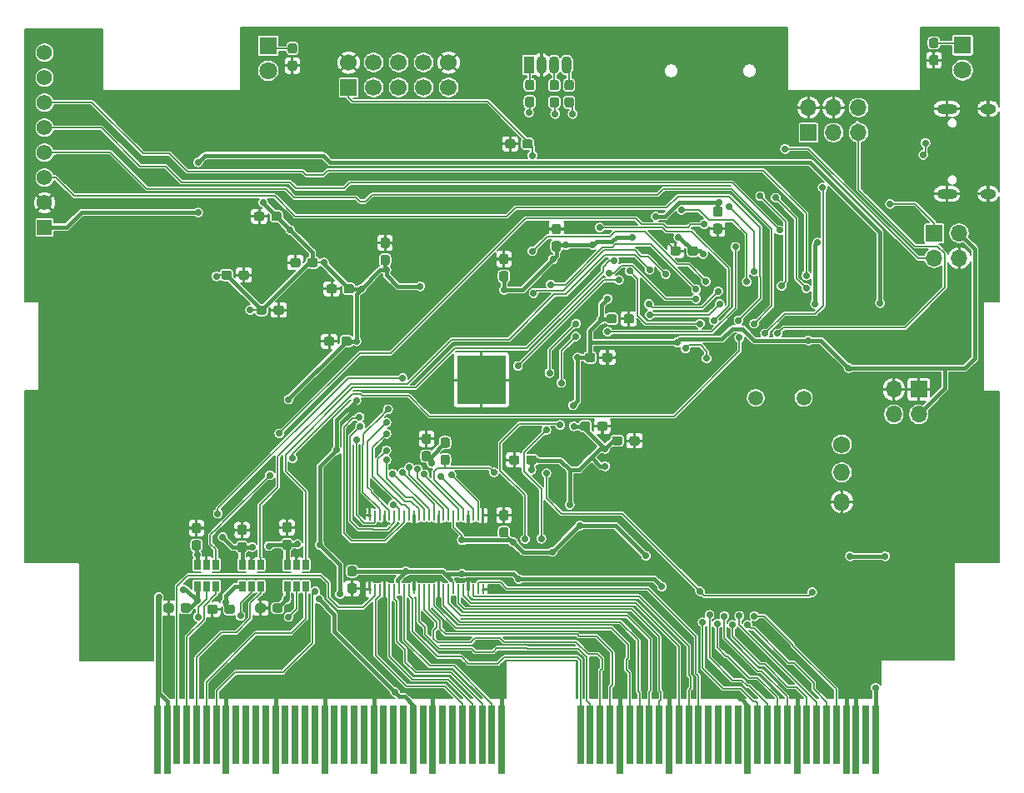
<source format=gbl>
%TF.GenerationSoftware,KiCad,Pcbnew,(5.1.8)-1*%
%TF.CreationDate,2020-12-19T21:55:30+03:00*%
%TF.ProjectId,wasca,77617363-612e-46b6-9963-61645f706362,1.3*%
%TF.SameCoordinates,Original*%
%TF.FileFunction,Copper,L2,Bot*%
%TF.FilePolarity,Positive*%
%FSLAX46Y46*%
G04 Gerber Fmt 4.6, Leading zero omitted, Abs format (unit mm)*
G04 Created by KiCad (PCBNEW (5.1.8)-1) date 2020-12-19 21:55:30*
%MOMM*%
%LPD*%
G01*
G04 APERTURE LIST*
%TA.AperFunction,ComponentPad*%
%ADD10R,1.560000X1.560000*%
%TD*%
%TA.AperFunction,ComponentPad*%
%ADD11C,1.560000*%
%TD*%
%TA.AperFunction,ComponentPad*%
%ADD12O,2.100000X1.000000*%
%TD*%
%TA.AperFunction,ComponentPad*%
%ADD13O,1.600000X1.000000*%
%TD*%
%TA.AperFunction,ComponentPad*%
%ADD14O,1.070000X1.800000*%
%TD*%
%TA.AperFunction,ComponentPad*%
%ADD15R,1.070000X1.800000*%
%TD*%
%TA.AperFunction,ComponentPad*%
%ADD16O,1.700000X1.700000*%
%TD*%
%TA.AperFunction,ComponentPad*%
%ADD17R,1.700000X1.700000*%
%TD*%
%TA.AperFunction,ComponentPad*%
%ADD18O,1.727200X1.727200*%
%TD*%
%TA.AperFunction,ComponentPad*%
%ADD19C,1.727200*%
%TD*%
%TA.AperFunction,ComponentPad*%
%ADD20C,1.700000*%
%TD*%
%TA.AperFunction,ComponentPad*%
%ADD21R,5.000000X5.000000*%
%TD*%
%TA.AperFunction,ComponentPad*%
%ADD22R,1.800000X1.800000*%
%TD*%
%TA.AperFunction,ComponentPad*%
%ADD23C,1.800000*%
%TD*%
%TA.AperFunction,ComponentPad*%
%ADD24C,1.500000*%
%TD*%
%TA.AperFunction,SMDPad,CuDef*%
%ADD25R,0.650000X1.060000*%
%TD*%
%TA.AperFunction,SMDPad,CuDef*%
%ADD26R,0.285000X1.000000*%
%TD*%
%TA.AperFunction,SMDPad,CuDef*%
%ADD27R,0.701040X7.000240*%
%TD*%
%TA.AperFunction,SMDPad,CuDef*%
%ADD28R,0.701040X5.999480*%
%TD*%
%TA.AperFunction,ViaPad*%
%ADD29C,0.700000*%
%TD*%
%TA.AperFunction,Conductor*%
%ADD30C,0.406400*%
%TD*%
%TA.AperFunction,Conductor*%
%ADD31C,0.152400*%
%TD*%
%TA.AperFunction,Conductor*%
%ADD32C,0.203100*%
%TD*%
%TA.AperFunction,Conductor*%
%ADD33C,0.152000*%
%TD*%
G04 APERTURE END LIST*
D10*
%TO.P,U13,1*%
%TO.N,/+5V_SYS*%
X29400000Y-101740000D03*
D11*
%TO.P,U13,2*%
%TO.N,GND*%
X29400000Y-99200000D03*
%TO.P,U13,3*%
%TO.N,/ESP32_MISO*%
X29400000Y-96660000D03*
%TO.P,U13,4*%
%TO.N,/ESP32_MOSI*%
X29400000Y-94120000D03*
%TO.P,U13,5*%
%TO.N,/ESP32_CS*%
X29400000Y-91580000D03*
%TO.P,U13,6*%
%TO.N,/ESP32_SCK*%
X29400000Y-89040000D03*
%TO.P,U13,7*%
%TO.N,Net-(U13-Pad7)*%
X29400000Y-86500000D03*
%TO.P,U13,8*%
%TO.N,Net-(U13-Pad8)*%
X29400000Y-83960000D03*
%TD*%
D12*
%TO.P,CN6,S1*%
%TO.N,GND*%
X121100000Y-89670000D03*
X121100000Y-98310000D03*
D13*
X125280000Y-98310000D03*
X125280000Y-89670000D03*
%TD*%
D14*
%TO.P,D1,4*%
%TO.N,Net-(D1-Pad4)*%
X82440000Y-85200000D03*
%TO.P,D1,3*%
%TO.N,Net-(D1-Pad3)*%
X81170000Y-85200000D03*
%TO.P,D1,2*%
%TO.N,GND*%
X79900000Y-85200000D03*
D15*
%TO.P,D1,1*%
%TO.N,Net-(D1-Pad1)*%
X78630000Y-85200000D03*
%TD*%
%TO.P,R19,2*%
%TO.N,Net-(D1-Pad1)*%
%TA.AperFunction,SMDPad,CuDef*%
G36*
G01*
X78937500Y-87775000D02*
X78462500Y-87775000D01*
G75*
G02*
X78225000Y-87537500I0J237500D01*
G01*
X78225000Y-86937500D01*
G75*
G02*
X78462500Y-86700000I237500J0D01*
G01*
X78937500Y-86700000D01*
G75*
G02*
X79175000Y-86937500I0J-237500D01*
G01*
X79175000Y-87537500D01*
G75*
G02*
X78937500Y-87775000I-237500J0D01*
G01*
G37*
%TD.AperFunction*%
%TO.P,R19,1*%
%TO.N,/LEDB*%
%TA.AperFunction,SMDPad,CuDef*%
G36*
G01*
X78937500Y-89500000D02*
X78462500Y-89500000D01*
G75*
G02*
X78225000Y-89262500I0J237500D01*
G01*
X78225000Y-88662500D01*
G75*
G02*
X78462500Y-88425000I237500J0D01*
G01*
X78937500Y-88425000D01*
G75*
G02*
X79175000Y-88662500I0J-237500D01*
G01*
X79175000Y-89262500D01*
G75*
G02*
X78937500Y-89500000I-237500J0D01*
G01*
G37*
%TD.AperFunction*%
%TD*%
D16*
%TO.P,CN5,6*%
%TO.N,/DBG_UART_TX*%
X112110000Y-89540000D03*
%TO.P,CN5,5*%
%TO.N,/DBG_UART_RX*%
X112110000Y-92080000D03*
%TO.P,CN5,4*%
%TO.N,GND*%
X109570000Y-89540000D03*
%TO.P,CN5,3*%
%TO.N,/SPARE1*%
X109570000Y-92080000D03*
%TO.P,CN5,2*%
%TO.N,GND*%
X107030000Y-89540000D03*
D17*
%TO.P,CN5,1*%
%TO.N,/SPARE2*%
X107030000Y-92080000D03*
%TD*%
D18*
%TO.P,SW1,3*%
%TO.N,GND*%
X110410000Y-129620000D03*
%TO.P,SW1,2*%
%TO.N,Net-(SW1-Pad2)*%
X110410000Y-126620000D03*
D19*
%TO.P,SW1,1*%
%TO.N,/+3_3V*%
X110410000Y-123770000D03*
%TD*%
D20*
%TO.P,CN7,10*%
%TO.N,GND*%
X70460000Y-84960000D03*
%TO.P,CN7,9*%
%TO.N,/JTAG_TDI*%
X70460000Y-87500000D03*
%TO.P,CN7,8*%
%TO.N,Net-(CN7-Pad8)*%
X67920000Y-84960000D03*
%TO.P,CN7,7*%
%TO.N,Net-(CN7-Pad7)*%
X67920000Y-87500000D03*
%TO.P,CN7,6*%
%TO.N,Net-(CN7-Pad6)*%
X65380000Y-84960000D03*
%TO.P,CN7,5*%
%TO.N,/JTAG_TMS*%
X65380000Y-87500000D03*
%TO.P,CN7,4*%
%TO.N,/+3_3V*%
X62840000Y-84960000D03*
%TO.P,CN7,3*%
%TO.N,/JTAG_TDO*%
X62840000Y-87500000D03*
%TO.P,CN7,2*%
%TO.N,GND*%
X60300000Y-84960000D03*
D17*
%TO.P,CN7,1*%
%TO.N,/JTAG_TCK*%
X60300000Y-87500000D03*
%TD*%
D16*
%TO.P,CN4,4*%
%TO.N,GND*%
X122340000Y-104840000D03*
%TO.P,CN4,3*%
%TO.N,/SWCLK*%
X119800000Y-104840000D03*
%TO.P,CN4,2*%
%TO.N,/+3_3V*%
X122340000Y-102300000D03*
D17*
%TO.P,CN4,1*%
%TO.N,/SWDIO*%
X119800000Y-102300000D03*
%TD*%
D16*
%TO.P,CN3,4*%
%TO.N,/+5V_SYS*%
X115697000Y-120713500D03*
%TO.P,CN3,3*%
%TO.N,GND*%
X115697000Y-118173500D03*
%TO.P,CN3,2*%
%TO.N,/+3_3V*%
X118237000Y-120713500D03*
D17*
%TO.P,CN3,1*%
%TO.N,GND*%
X118237000Y-118173500D03*
%TD*%
D21*
%TO.P,U3,145*%
%TO.N,GND*%
X73787000Y-117221000D03*
%TD*%
%TO.P,R18,1*%
%TO.N,Net-(D5-Pad1)*%
%TA.AperFunction,SMDPad,CuDef*%
G36*
G01*
X54342500Y-82995000D02*
X54817500Y-82995000D01*
G75*
G02*
X55055000Y-83232500I0J-237500D01*
G01*
X55055000Y-83807500D01*
G75*
G02*
X54817500Y-84045000I-237500J0D01*
G01*
X54342500Y-84045000D01*
G75*
G02*
X54105000Y-83807500I0J237500D01*
G01*
X54105000Y-83232500D01*
G75*
G02*
X54342500Y-82995000I237500J0D01*
G01*
G37*
%TD.AperFunction*%
%TO.P,R18,2*%
%TO.N,GND*%
%TA.AperFunction,SMDPad,CuDef*%
G36*
G01*
X54342500Y-84745000D02*
X54817500Y-84745000D01*
G75*
G02*
X55055000Y-84982500I0J-237500D01*
G01*
X55055000Y-85557500D01*
G75*
G02*
X54817500Y-85795000I-237500J0D01*
G01*
X54342500Y-85795000D01*
G75*
G02*
X54105000Y-85557500I0J237500D01*
G01*
X54105000Y-84982500D01*
G75*
G02*
X54342500Y-84745000I237500J0D01*
G01*
G37*
%TD.AperFunction*%
%TD*%
D22*
%TO.P,D5,1*%
%TO.N,Net-(D5-Pad1)*%
X52130000Y-83250000D03*
D23*
%TO.P,D5,2*%
%TO.N,/HEARTBEAT*%
X52130000Y-85790000D03*
%TD*%
%TO.P,D3,2*%
%TO.N,/LED3*%
X122682000Y-85725000D03*
D22*
%TO.P,D3,1*%
%TO.N,Net-(D3-Pad1)*%
X122682000Y-83185000D03*
%TD*%
D24*
%TO.P,Y1,1*%
%TO.N,Net-(C40-Pad1)*%
X101660000Y-119040000D03*
%TO.P,Y1,2*%
%TO.N,Net-(C41-Pad1)*%
X106540000Y-119040000D03*
%TD*%
%TO.P,C19,2*%
%TO.N,GND*%
%TA.AperFunction,SMDPad,CuDef*%
G36*
G01*
X58846000Y-113046500D02*
X58846000Y-113521500D01*
G75*
G02*
X58608500Y-113759000I-237500J0D01*
G01*
X58033500Y-113759000D01*
G75*
G02*
X57796000Y-113521500I0J237500D01*
G01*
X57796000Y-113046500D01*
G75*
G02*
X58033500Y-112809000I237500J0D01*
G01*
X58608500Y-112809000D01*
G75*
G02*
X58846000Y-113046500I0J-237500D01*
G01*
G37*
%TD.AperFunction*%
%TO.P,C19,1*%
%TO.N,/+3_3V*%
%TA.AperFunction,SMDPad,CuDef*%
G36*
G01*
X60596000Y-113046500D02*
X60596000Y-113521500D01*
G75*
G02*
X60358500Y-113759000I-237500J0D01*
G01*
X59783500Y-113759000D01*
G75*
G02*
X59546000Y-113521500I0J237500D01*
G01*
X59546000Y-113046500D01*
G75*
G02*
X59783500Y-112809000I237500J0D01*
G01*
X60358500Y-112809000D01*
G75*
G02*
X60596000Y-113046500I0J-237500D01*
G01*
G37*
%TD.AperFunction*%
%TD*%
%TO.P,C37,2*%
%TO.N,GND*%
%TA.AperFunction,SMDPad,CuDef*%
G36*
G01*
X52674000Y-110346500D02*
X52674000Y-109871500D01*
G75*
G02*
X52911500Y-109634000I237500J0D01*
G01*
X53486500Y-109634000D01*
G75*
G02*
X53724000Y-109871500I0J-237500D01*
G01*
X53724000Y-110346500D01*
G75*
G02*
X53486500Y-110584000I-237500J0D01*
G01*
X52911500Y-110584000D01*
G75*
G02*
X52674000Y-110346500I0J237500D01*
G01*
G37*
%TD.AperFunction*%
%TO.P,C37,1*%
%TO.N,/+3_3V*%
%TA.AperFunction,SMDPad,CuDef*%
G36*
G01*
X50924000Y-110346500D02*
X50924000Y-109871500D01*
G75*
G02*
X51161500Y-109634000I237500J0D01*
G01*
X51736500Y-109634000D01*
G75*
G02*
X51974000Y-109871500I0J-237500D01*
G01*
X51974000Y-110346500D01*
G75*
G02*
X51736500Y-110584000I-237500J0D01*
G01*
X51161500Y-110584000D01*
G75*
G02*
X50924000Y-110346500I0J237500D01*
G01*
G37*
%TD.AperFunction*%
%TD*%
%TO.P,C13,2*%
%TO.N,GND*%
%TA.AperFunction,SMDPad,CuDef*%
G36*
G01*
X59100001Y-107712500D02*
X59100001Y-108187500D01*
G75*
G02*
X58862501Y-108425000I-237500J0D01*
G01*
X58287501Y-108425000D01*
G75*
G02*
X58050001Y-108187500I0J237500D01*
G01*
X58050001Y-107712500D01*
G75*
G02*
X58287501Y-107475000I237500J0D01*
G01*
X58862501Y-107475000D01*
G75*
G02*
X59100001Y-107712500I0J-237500D01*
G01*
G37*
%TD.AperFunction*%
%TO.P,C13,1*%
%TO.N,/+3_3V*%
%TA.AperFunction,SMDPad,CuDef*%
G36*
G01*
X60850001Y-107712500D02*
X60850001Y-108187500D01*
G75*
G02*
X60612501Y-108425000I-237500J0D01*
G01*
X60037501Y-108425000D01*
G75*
G02*
X59800001Y-108187500I0J237500D01*
G01*
X59800001Y-107712500D01*
G75*
G02*
X60037501Y-107475000I237500J0D01*
G01*
X60612501Y-107475000D01*
G75*
G02*
X60850001Y-107712500I0J-237500D01*
G01*
G37*
%TD.AperFunction*%
%TD*%
%TO.P,C9,2*%
%TO.N,GND*%
%TA.AperFunction,SMDPad,CuDef*%
G36*
G01*
X86061000Y-115172500D02*
X86061000Y-114697500D01*
G75*
G02*
X86298500Y-114460000I237500J0D01*
G01*
X86873500Y-114460000D01*
G75*
G02*
X87111000Y-114697500I0J-237500D01*
G01*
X87111000Y-115172500D01*
G75*
G02*
X86873500Y-115410000I-237500J0D01*
G01*
X86298500Y-115410000D01*
G75*
G02*
X86061000Y-115172500I0J237500D01*
G01*
G37*
%TD.AperFunction*%
%TO.P,C9,1*%
%TO.N,/+3_3V*%
%TA.AperFunction,SMDPad,CuDef*%
G36*
G01*
X84311000Y-115172500D02*
X84311000Y-114697500D01*
G75*
G02*
X84548500Y-114460000I237500J0D01*
G01*
X85123500Y-114460000D01*
G75*
G02*
X85361000Y-114697500I0J-237500D01*
G01*
X85361000Y-115172500D01*
G75*
G02*
X85123500Y-115410000I-237500J0D01*
G01*
X84548500Y-115410000D01*
G75*
G02*
X84311000Y-115172500I0J237500D01*
G01*
G37*
%TD.AperFunction*%
%TD*%
%TO.P,C39,2*%
%TO.N,GND*%
%TA.AperFunction,SMDPad,CuDef*%
G36*
G01*
X97562500Y-101324999D02*
X98037500Y-101324999D01*
G75*
G02*
X98275000Y-101562499I0J-237500D01*
G01*
X98275000Y-102137499D01*
G75*
G02*
X98037500Y-102374999I-237500J0D01*
G01*
X97562500Y-102374999D01*
G75*
G02*
X97325000Y-102137499I0J237500D01*
G01*
X97325000Y-101562499D01*
G75*
G02*
X97562500Y-101324999I237500J0D01*
G01*
G37*
%TD.AperFunction*%
%TO.P,C39,1*%
%TO.N,/+3_3V*%
%TA.AperFunction,SMDPad,CuDef*%
G36*
G01*
X97562500Y-99574999D02*
X98037500Y-99574999D01*
G75*
G02*
X98275000Y-99812499I0J-237500D01*
G01*
X98275000Y-100387499D01*
G75*
G02*
X98037500Y-100624999I-237500J0D01*
G01*
X97562500Y-100624999D01*
G75*
G02*
X97325000Y-100387499I0J237500D01*
G01*
X97325000Y-99812499D01*
G75*
G02*
X97562500Y-99574999I237500J0D01*
G01*
G37*
%TD.AperFunction*%
%TD*%
%TO.P,C27,2*%
%TO.N,GND*%
%TA.AperFunction,SMDPad,CuDef*%
G36*
G01*
X94050000Y-103862500D02*
X94050000Y-104337500D01*
G75*
G02*
X93812500Y-104575000I-237500J0D01*
G01*
X93237500Y-104575000D01*
G75*
G02*
X93000000Y-104337500I0J237500D01*
G01*
X93000000Y-103862500D01*
G75*
G02*
X93237500Y-103625000I237500J0D01*
G01*
X93812500Y-103625000D01*
G75*
G02*
X94050000Y-103862500I0J-237500D01*
G01*
G37*
%TD.AperFunction*%
%TO.P,C27,1*%
%TO.N,/+3_3V*%
%TA.AperFunction,SMDPad,CuDef*%
G36*
G01*
X95800000Y-103862500D02*
X95800000Y-104337500D01*
G75*
G02*
X95562500Y-104575000I-237500J0D01*
G01*
X94987500Y-104575000D01*
G75*
G02*
X94750000Y-104337500I0J237500D01*
G01*
X94750000Y-103862500D01*
G75*
G02*
X94987500Y-103625000I237500J0D01*
G01*
X95562500Y-103625000D01*
G75*
G02*
X95800000Y-103862500I0J-237500D01*
G01*
G37*
%TD.AperFunction*%
%TD*%
%TO.P,C45,2*%
%TO.N,GND*%
%TA.AperFunction,SMDPad,CuDef*%
G36*
G01*
X42526500Y-140161000D02*
X42526500Y-140636000D01*
G75*
G02*
X42289000Y-140873500I-237500J0D01*
G01*
X41714000Y-140873500D01*
G75*
G02*
X41476500Y-140636000I0J237500D01*
G01*
X41476500Y-140161000D01*
G75*
G02*
X41714000Y-139923500I237500J0D01*
G01*
X42289000Y-139923500D01*
G75*
G02*
X42526500Y-140161000I0J-237500D01*
G01*
G37*
%TD.AperFunction*%
%TO.P,C45,1*%
%TO.N,/+5V_SATURN*%
%TA.AperFunction,SMDPad,CuDef*%
G36*
G01*
X44276500Y-140161000D02*
X44276500Y-140636000D01*
G75*
G02*
X44039000Y-140873500I-237500J0D01*
G01*
X43464000Y-140873500D01*
G75*
G02*
X43226500Y-140636000I0J237500D01*
G01*
X43226500Y-140161000D01*
G75*
G02*
X43464000Y-139923500I237500J0D01*
G01*
X44039000Y-139923500D01*
G75*
G02*
X44276500Y-140161000I0J-237500D01*
G01*
G37*
%TD.AperFunction*%
%TD*%
%TO.P,C47,2*%
%TO.N,GND*%
%TA.AperFunction,SMDPad,CuDef*%
G36*
G01*
X51861000Y-140161000D02*
X51861000Y-140636000D01*
G75*
G02*
X51623500Y-140873500I-237500J0D01*
G01*
X51048500Y-140873500D01*
G75*
G02*
X50811000Y-140636000I0J237500D01*
G01*
X50811000Y-140161000D01*
G75*
G02*
X51048500Y-139923500I237500J0D01*
G01*
X51623500Y-139923500D01*
G75*
G02*
X51861000Y-140161000I0J-237500D01*
G01*
G37*
%TD.AperFunction*%
%TO.P,C47,1*%
%TO.N,/+5V_SATURN*%
%TA.AperFunction,SMDPad,CuDef*%
G36*
G01*
X53611000Y-140161000D02*
X53611000Y-140636000D01*
G75*
G02*
X53373500Y-140873500I-237500J0D01*
G01*
X52798500Y-140873500D01*
G75*
G02*
X52561000Y-140636000I0J237500D01*
G01*
X52561000Y-140161000D01*
G75*
G02*
X52798500Y-139923500I237500J0D01*
G01*
X53373500Y-139923500D01*
G75*
G02*
X53611000Y-140161000I0J-237500D01*
G01*
G37*
%TD.AperFunction*%
%TD*%
%TO.P,C51,2*%
%TO.N,GND*%
%TA.AperFunction,SMDPad,CuDef*%
G36*
G01*
X46971501Y-140288000D02*
X46971501Y-140763000D01*
G75*
G02*
X46734001Y-141000500I-237500J0D01*
G01*
X46159001Y-141000500D01*
G75*
G02*
X45921501Y-140763000I0J237500D01*
G01*
X45921501Y-140288000D01*
G75*
G02*
X46159001Y-140050500I237500J0D01*
G01*
X46734001Y-140050500D01*
G75*
G02*
X46971501Y-140288000I0J-237500D01*
G01*
G37*
%TD.AperFunction*%
%TO.P,C51,1*%
%TO.N,/+5V_SATURN*%
%TA.AperFunction,SMDPad,CuDef*%
G36*
G01*
X48721501Y-140288000D02*
X48721501Y-140763000D01*
G75*
G02*
X48484001Y-141000500I-237500J0D01*
G01*
X47909001Y-141000500D01*
G75*
G02*
X47671501Y-140763000I0J237500D01*
G01*
X47671501Y-140288000D01*
G75*
G02*
X47909001Y-140050500I237500J0D01*
G01*
X48484001Y-140050500D01*
G75*
G02*
X48721501Y-140288000I0J-237500D01*
G01*
G37*
%TD.AperFunction*%
%TD*%
%TO.P,C44,2*%
%TO.N,GND*%
%TA.AperFunction,SMDPad,CuDef*%
G36*
G01*
X45068500Y-132795500D02*
X44593500Y-132795500D01*
G75*
G02*
X44356000Y-132558000I0J237500D01*
G01*
X44356000Y-131983000D01*
G75*
G02*
X44593500Y-131745500I237500J0D01*
G01*
X45068500Y-131745500D01*
G75*
G02*
X45306000Y-131983000I0J-237500D01*
G01*
X45306000Y-132558000D01*
G75*
G02*
X45068500Y-132795500I-237500J0D01*
G01*
G37*
%TD.AperFunction*%
%TO.P,C44,1*%
%TO.N,/+3_3V*%
%TA.AperFunction,SMDPad,CuDef*%
G36*
G01*
X45068500Y-134545500D02*
X44593500Y-134545500D01*
G75*
G02*
X44356000Y-134308000I0J237500D01*
G01*
X44356000Y-133733000D01*
G75*
G02*
X44593500Y-133495500I237500J0D01*
G01*
X45068500Y-133495500D01*
G75*
G02*
X45306000Y-133733000I0J-237500D01*
G01*
X45306000Y-134308000D01*
G75*
G02*
X45068500Y-134545500I-237500J0D01*
G01*
G37*
%TD.AperFunction*%
%TD*%
%TO.P,C46,2*%
%TO.N,GND*%
%TA.AperFunction,SMDPad,CuDef*%
G36*
G01*
X49704000Y-132986000D02*
X49229000Y-132986000D01*
G75*
G02*
X48991500Y-132748500I0J237500D01*
G01*
X48991500Y-132173500D01*
G75*
G02*
X49229000Y-131936000I237500J0D01*
G01*
X49704000Y-131936000D01*
G75*
G02*
X49941500Y-132173500I0J-237500D01*
G01*
X49941500Y-132748500D01*
G75*
G02*
X49704000Y-132986000I-237500J0D01*
G01*
G37*
%TD.AperFunction*%
%TO.P,C46,1*%
%TO.N,/+3_3V*%
%TA.AperFunction,SMDPad,CuDef*%
G36*
G01*
X49704000Y-134736000D02*
X49229000Y-134736000D01*
G75*
G02*
X48991500Y-134498500I0J237500D01*
G01*
X48991500Y-133923500D01*
G75*
G02*
X49229000Y-133686000I237500J0D01*
G01*
X49704000Y-133686000D01*
G75*
G02*
X49941500Y-133923500I0J-237500D01*
G01*
X49941500Y-134498500D01*
G75*
G02*
X49704000Y-134736000I-237500J0D01*
G01*
G37*
%TD.AperFunction*%
%TD*%
%TO.P,C50,2*%
%TO.N,GND*%
%TA.AperFunction,SMDPad,CuDef*%
G36*
G01*
X54276000Y-132732000D02*
X53801000Y-132732000D01*
G75*
G02*
X53563500Y-132494500I0J237500D01*
G01*
X53563500Y-131919500D01*
G75*
G02*
X53801000Y-131682000I237500J0D01*
G01*
X54276000Y-131682000D01*
G75*
G02*
X54513500Y-131919500I0J-237500D01*
G01*
X54513500Y-132494500D01*
G75*
G02*
X54276000Y-132732000I-237500J0D01*
G01*
G37*
%TD.AperFunction*%
%TO.P,C50,1*%
%TO.N,/+3_3V*%
%TA.AperFunction,SMDPad,CuDef*%
G36*
G01*
X54276000Y-134482000D02*
X53801000Y-134482000D01*
G75*
G02*
X53563500Y-134244500I0J237500D01*
G01*
X53563500Y-133669500D01*
G75*
G02*
X53801000Y-133432000I237500J0D01*
G01*
X54276000Y-133432000D01*
G75*
G02*
X54513500Y-133669500I0J-237500D01*
G01*
X54513500Y-134244500D01*
G75*
G02*
X54276000Y-134482000I-237500J0D01*
G01*
G37*
%TD.AperFunction*%
%TD*%
D25*
%TO.P,U12,5*%
%TO.N,/+3_3V*%
X54991000Y-138196500D03*
%TO.P,U12,6*%
%TO.N,/+5V_SATURN*%
X54041000Y-138196500D03*
%TO.P,U12,4*%
%TO.N,/ILRCK*%
X55941000Y-138196500D03*
%TO.P,U12,3*%
%TO.N,/ILRCK_3V*%
X55941000Y-135996500D03*
%TO.P,U12,2*%
%TO.N,GND*%
X54991000Y-135996500D03*
%TO.P,U12,1*%
%TO.N,/+3_3V*%
X54041000Y-135996500D03*
%TD*%
%TO.P,U10,5*%
%TO.N,/+3_3V*%
X50419000Y-138196500D03*
%TO.P,U10,6*%
%TO.N,/+5V_SATURN*%
X49469000Y-138196500D03*
%TO.P,U10,4*%
%TO.N,/IBCK*%
X51369000Y-138196500D03*
%TO.P,U10,3*%
%TO.N,/IBCK_3V*%
X51369000Y-135996500D03*
%TO.P,U10,2*%
%TO.N,GND*%
X50419000Y-135996500D03*
%TO.P,U10,1*%
%TO.N,/+3_3V*%
X49469000Y-135996500D03*
%TD*%
%TO.P,U9,5*%
%TO.N,/+3_3V*%
X45849500Y-138176000D03*
%TO.P,U9,6*%
%TO.N,/+5V_SATURN*%
X44899500Y-138176000D03*
%TO.P,U9,4*%
%TO.N,/ISD*%
X46799500Y-138176000D03*
%TO.P,U9,3*%
%TO.N,/ISD_3V*%
X46799500Y-135976000D03*
%TO.P,U9,2*%
%TO.N,GND*%
X45849500Y-135976000D03*
%TO.P,U9,1*%
%TO.N,/+3_3V*%
X44899500Y-135976000D03*
%TD*%
%TO.P,C33,2*%
%TO.N,GND*%
%TA.AperFunction,SMDPad,CuDef*%
G36*
G01*
X55417000Y-105045500D02*
X55417000Y-105520500D01*
G75*
G02*
X55179500Y-105758000I-237500J0D01*
G01*
X54604500Y-105758000D01*
G75*
G02*
X54367000Y-105520500I0J237500D01*
G01*
X54367000Y-105045500D01*
G75*
G02*
X54604500Y-104808000I237500J0D01*
G01*
X55179500Y-104808000D01*
G75*
G02*
X55417000Y-105045500I0J-237500D01*
G01*
G37*
%TD.AperFunction*%
%TO.P,C33,1*%
%TO.N,/+3_3V*%
%TA.AperFunction,SMDPad,CuDef*%
G36*
G01*
X57167000Y-105045500D02*
X57167000Y-105520500D01*
G75*
G02*
X56929500Y-105758000I-237500J0D01*
G01*
X56354500Y-105758000D01*
G75*
G02*
X56117000Y-105520500I0J237500D01*
G01*
X56117000Y-105045500D01*
G75*
G02*
X56354500Y-104808000I237500J0D01*
G01*
X56929500Y-104808000D01*
G75*
G02*
X57167000Y-105045500I0J-237500D01*
G01*
G37*
%TD.AperFunction*%
%TD*%
%TO.P,C12,2*%
%TO.N,GND*%
%TA.AperFunction,SMDPad,CuDef*%
G36*
G01*
X64245500Y-103804001D02*
X63770500Y-103804001D01*
G75*
G02*
X63533000Y-103566501I0J237500D01*
G01*
X63533000Y-102991501D01*
G75*
G02*
X63770500Y-102754001I237500J0D01*
G01*
X64245500Y-102754001D01*
G75*
G02*
X64483000Y-102991501I0J-237500D01*
G01*
X64483000Y-103566501D01*
G75*
G02*
X64245500Y-103804001I-237500J0D01*
G01*
G37*
%TD.AperFunction*%
%TO.P,C12,1*%
%TO.N,/+3_3V*%
%TA.AperFunction,SMDPad,CuDef*%
G36*
G01*
X64245500Y-105554001D02*
X63770500Y-105554001D01*
G75*
G02*
X63533000Y-105316501I0J237500D01*
G01*
X63533000Y-104741501D01*
G75*
G02*
X63770500Y-104504001I237500J0D01*
G01*
X64245500Y-104504001D01*
G75*
G02*
X64483000Y-104741501I0J-237500D01*
G01*
X64483000Y-105316501D01*
G75*
G02*
X64245500Y-105554001I-237500J0D01*
G01*
G37*
%TD.AperFunction*%
%TD*%
%TO.P,C34,2*%
%TO.N,GND*%
%TA.AperFunction,SMDPad,CuDef*%
G36*
G01*
X51734000Y-100346500D02*
X51734000Y-100821500D01*
G75*
G02*
X51496500Y-101059000I-237500J0D01*
G01*
X50921500Y-101059000D01*
G75*
G02*
X50684000Y-100821500I0J237500D01*
G01*
X50684000Y-100346500D01*
G75*
G02*
X50921500Y-100109000I237500J0D01*
G01*
X51496500Y-100109000D01*
G75*
G02*
X51734000Y-100346500I0J-237500D01*
G01*
G37*
%TD.AperFunction*%
%TO.P,C34,1*%
%TO.N,/+3_3V*%
%TA.AperFunction,SMDPad,CuDef*%
G36*
G01*
X53484000Y-100346500D02*
X53484000Y-100821500D01*
G75*
G02*
X53246500Y-101059000I-237500J0D01*
G01*
X52671500Y-101059000D01*
G75*
G02*
X52434000Y-100821500I0J237500D01*
G01*
X52434000Y-100346500D01*
G75*
G02*
X52671500Y-100109000I237500J0D01*
G01*
X53246500Y-100109000D01*
G75*
G02*
X53484000Y-100346500I0J-237500D01*
G01*
G37*
%TD.AperFunction*%
%TD*%
%TO.P,C16,2*%
%TO.N,GND*%
%TA.AperFunction,SMDPad,CuDef*%
G36*
G01*
X77642000Y-125111500D02*
X77642000Y-125586500D01*
G75*
G02*
X77404500Y-125824000I-237500J0D01*
G01*
X76829500Y-125824000D01*
G75*
G02*
X76592000Y-125586500I0J237500D01*
G01*
X76592000Y-125111500D01*
G75*
G02*
X76829500Y-124874000I237500J0D01*
G01*
X77404500Y-124874000D01*
G75*
G02*
X77642000Y-125111500I0J-237500D01*
G01*
G37*
%TD.AperFunction*%
%TO.P,C16,1*%
%TO.N,/+3_3V*%
%TA.AperFunction,SMDPad,CuDef*%
G36*
G01*
X79392000Y-125111500D02*
X79392000Y-125586500D01*
G75*
G02*
X79154500Y-125824000I-237500J0D01*
G01*
X78579500Y-125824000D01*
G75*
G02*
X78342000Y-125586500I0J237500D01*
G01*
X78342000Y-125111500D01*
G75*
G02*
X78579500Y-124874000I237500J0D01*
G01*
X79154500Y-124874000D01*
G75*
G02*
X79392000Y-125111500I0J-237500D01*
G01*
G37*
%TD.AperFunction*%
%TD*%
%TO.P,C1,2*%
%TO.N,GND*%
%TA.AperFunction,SMDPad,CuDef*%
G36*
G01*
X76310500Y-131490001D02*
X75835500Y-131490001D01*
G75*
G02*
X75598000Y-131252501I0J237500D01*
G01*
X75598000Y-130677501D01*
G75*
G02*
X75835500Y-130440001I237500J0D01*
G01*
X76310500Y-130440001D01*
G75*
G02*
X76548000Y-130677501I0J-237500D01*
G01*
X76548000Y-131252501D01*
G75*
G02*
X76310500Y-131490001I-237500J0D01*
G01*
G37*
%TD.AperFunction*%
%TO.P,C1,1*%
%TO.N,/+3_3V*%
%TA.AperFunction,SMDPad,CuDef*%
G36*
G01*
X76310500Y-133240001D02*
X75835500Y-133240001D01*
G75*
G02*
X75598000Y-133002501I0J237500D01*
G01*
X75598000Y-132427501D01*
G75*
G02*
X75835500Y-132190001I237500J0D01*
G01*
X76310500Y-132190001D01*
G75*
G02*
X76548000Y-132427501I0J-237500D01*
G01*
X76548000Y-133002501D01*
G75*
G02*
X76310500Y-133240001I-237500J0D01*
G01*
G37*
%TD.AperFunction*%
%TD*%
%TO.P,C2,2*%
%TO.N,GND*%
%TA.AperFunction,SMDPad,CuDef*%
G36*
G01*
X60405000Y-137877000D02*
X60880000Y-137877000D01*
G75*
G02*
X61117500Y-138114500I0J-237500D01*
G01*
X61117500Y-138689500D01*
G75*
G02*
X60880000Y-138927000I-237500J0D01*
G01*
X60405000Y-138927000D01*
G75*
G02*
X60167500Y-138689500I0J237500D01*
G01*
X60167500Y-138114500D01*
G75*
G02*
X60405000Y-137877000I237500J0D01*
G01*
G37*
%TD.AperFunction*%
%TO.P,C2,1*%
%TO.N,/+5V_SATURN*%
%TA.AperFunction,SMDPad,CuDef*%
G36*
G01*
X60405000Y-136127000D02*
X60880000Y-136127000D01*
G75*
G02*
X61117500Y-136364500I0J-237500D01*
G01*
X61117500Y-136939500D01*
G75*
G02*
X60880000Y-137177000I-237500J0D01*
G01*
X60405000Y-137177000D01*
G75*
G02*
X60167500Y-136939500I0J237500D01*
G01*
X60167500Y-136364500D01*
G75*
G02*
X60405000Y-136127000I237500J0D01*
G01*
G37*
%TD.AperFunction*%
%TD*%
%TO.P,C11,2*%
%TO.N,GND*%
%TA.AperFunction,SMDPad,CuDef*%
G36*
G01*
X81644500Y-102407001D02*
X81169500Y-102407001D01*
G75*
G02*
X80932000Y-102169501I0J237500D01*
G01*
X80932000Y-101594501D01*
G75*
G02*
X81169500Y-101357001I237500J0D01*
G01*
X81644500Y-101357001D01*
G75*
G02*
X81882000Y-101594501I0J-237500D01*
G01*
X81882000Y-102169501D01*
G75*
G02*
X81644500Y-102407001I-237500J0D01*
G01*
G37*
%TD.AperFunction*%
%TO.P,C11,1*%
%TO.N,/+3_3V*%
%TA.AperFunction,SMDPad,CuDef*%
G36*
G01*
X81644500Y-104157001D02*
X81169500Y-104157001D01*
G75*
G02*
X80932000Y-103919501I0J237500D01*
G01*
X80932000Y-103344501D01*
G75*
G02*
X81169500Y-103107001I237500J0D01*
G01*
X81644500Y-103107001D01*
G75*
G02*
X81882000Y-103344501I0J-237500D01*
G01*
X81882000Y-103919501D01*
G75*
G02*
X81644500Y-104157001I-237500J0D01*
G01*
G37*
%TD.AperFunction*%
%TD*%
%TO.P,C4,2*%
%TO.N,GND*%
%TA.AperFunction,SMDPad,CuDef*%
G36*
G01*
X85553000Y-122157500D02*
X85553000Y-121682500D01*
G75*
G02*
X85790500Y-121445000I237500J0D01*
G01*
X86365500Y-121445000D01*
G75*
G02*
X86603000Y-121682500I0J-237500D01*
G01*
X86603000Y-122157500D01*
G75*
G02*
X86365500Y-122395000I-237500J0D01*
G01*
X85790500Y-122395000D01*
G75*
G02*
X85553000Y-122157500I0J237500D01*
G01*
G37*
%TD.AperFunction*%
%TO.P,C4,1*%
%TO.N,/+3_3V*%
%TA.AperFunction,SMDPad,CuDef*%
G36*
G01*
X83803000Y-122157500D02*
X83803000Y-121682500D01*
G75*
G02*
X84040500Y-121445000I237500J0D01*
G01*
X84615500Y-121445000D01*
G75*
G02*
X84853000Y-121682500I0J-237500D01*
G01*
X84853000Y-122157500D01*
G75*
G02*
X84615500Y-122395000I-237500J0D01*
G01*
X84040500Y-122395000D01*
G75*
G02*
X83803000Y-122157500I0J237500D01*
G01*
G37*
%TD.AperFunction*%
%TD*%
%TO.P,C5,2*%
%TO.N,GND*%
%TA.AperFunction,SMDPad,CuDef*%
G36*
G01*
X88248000Y-111235500D02*
X88248000Y-110760500D01*
G75*
G02*
X88485500Y-110523000I237500J0D01*
G01*
X89060500Y-110523000D01*
G75*
G02*
X89298000Y-110760500I0J-237500D01*
G01*
X89298000Y-111235500D01*
G75*
G02*
X89060500Y-111473000I-237500J0D01*
G01*
X88485500Y-111473000D01*
G75*
G02*
X88248000Y-111235500I0J237500D01*
G01*
G37*
%TD.AperFunction*%
%TO.P,C5,1*%
%TO.N,/+3_3V*%
%TA.AperFunction,SMDPad,CuDef*%
G36*
G01*
X86498000Y-111235500D02*
X86498000Y-110760500D01*
G75*
G02*
X86735500Y-110523000I237500J0D01*
G01*
X87310500Y-110523000D01*
G75*
G02*
X87548000Y-110760500I0J-237500D01*
G01*
X87548000Y-111235500D01*
G75*
G02*
X87310500Y-111473000I-237500J0D01*
G01*
X86735500Y-111473000D01*
G75*
G02*
X86498000Y-111235500I0J237500D01*
G01*
G37*
%TD.AperFunction*%
%TD*%
%TO.P,C6,2*%
%TO.N,GND*%
%TA.AperFunction,SMDPad,CuDef*%
G36*
G01*
X68436500Y-123729000D02*
X67961500Y-123729000D01*
G75*
G02*
X67724000Y-123491500I0J237500D01*
G01*
X67724000Y-122916500D01*
G75*
G02*
X67961500Y-122679000I237500J0D01*
G01*
X68436500Y-122679000D01*
G75*
G02*
X68674000Y-122916500I0J-237500D01*
G01*
X68674000Y-123491500D01*
G75*
G02*
X68436500Y-123729000I-237500J0D01*
G01*
G37*
%TD.AperFunction*%
%TO.P,C6,1*%
%TO.N,/+3_3V*%
%TA.AperFunction,SMDPad,CuDef*%
G36*
G01*
X68436500Y-125479000D02*
X67961500Y-125479000D01*
G75*
G02*
X67724000Y-125241500I0J237500D01*
G01*
X67724000Y-124666500D01*
G75*
G02*
X67961500Y-124429000I237500J0D01*
G01*
X68436500Y-124429000D01*
G75*
G02*
X68674000Y-124666500I0J-237500D01*
G01*
X68674000Y-125241500D01*
G75*
G02*
X68436500Y-125479000I-237500J0D01*
G01*
G37*
%TD.AperFunction*%
%TD*%
%TO.P,C18,2*%
%TO.N,GND*%
%TA.AperFunction,SMDPad,CuDef*%
G36*
G01*
X76310500Y-105455000D02*
X75835500Y-105455000D01*
G75*
G02*
X75598000Y-105217500I0J237500D01*
G01*
X75598000Y-104642500D01*
G75*
G02*
X75835500Y-104405000I237500J0D01*
G01*
X76310500Y-104405000D01*
G75*
G02*
X76548000Y-104642500I0J-237500D01*
G01*
X76548000Y-105217500D01*
G75*
G02*
X76310500Y-105455000I-237500J0D01*
G01*
G37*
%TD.AperFunction*%
%TO.P,C18,1*%
%TO.N,/+3_3V*%
%TA.AperFunction,SMDPad,CuDef*%
G36*
G01*
X76310500Y-107205000D02*
X75835500Y-107205000D01*
G75*
G02*
X75598000Y-106967500I0J237500D01*
G01*
X75598000Y-106392500D01*
G75*
G02*
X75835500Y-106155000I237500J0D01*
G01*
X76310500Y-106155000D01*
G75*
G02*
X76548000Y-106392500I0J-237500D01*
G01*
X76548000Y-106967500D01*
G75*
G02*
X76310500Y-107205000I-237500J0D01*
G01*
G37*
%TD.AperFunction*%
%TD*%
%TO.P,C8,2*%
%TO.N,GND*%
%TA.AperFunction,SMDPad,CuDef*%
G36*
G01*
X88824999Y-123637500D02*
X88824999Y-123162500D01*
G75*
G02*
X89062499Y-122925000I237500J0D01*
G01*
X89637499Y-122925000D01*
G75*
G02*
X89874999Y-123162500I0J-237500D01*
G01*
X89874999Y-123637500D01*
G75*
G02*
X89637499Y-123875000I-237500J0D01*
G01*
X89062499Y-123875000D01*
G75*
G02*
X88824999Y-123637500I0J237500D01*
G01*
G37*
%TD.AperFunction*%
%TO.P,C8,1*%
%TO.N,/+3_3V*%
%TA.AperFunction,SMDPad,CuDef*%
G36*
G01*
X87074999Y-123637500D02*
X87074999Y-123162500D01*
G75*
G02*
X87312499Y-122925000I237500J0D01*
G01*
X87887499Y-122925000D01*
G75*
G02*
X88124999Y-123162500I0J-237500D01*
G01*
X88124999Y-123637500D01*
G75*
G02*
X87887499Y-123875000I-237500J0D01*
G01*
X87312499Y-123875000D01*
G75*
G02*
X87074999Y-123637500I0J237500D01*
G01*
G37*
%TD.AperFunction*%
%TD*%
%TO.P,R12,2*%
%TO.N,GND*%
%TA.AperFunction,SMDPad,CuDef*%
G36*
G01*
X119523500Y-84184001D02*
X119998500Y-84184001D01*
G75*
G02*
X120236000Y-84421501I0J-237500D01*
G01*
X120236000Y-84996501D01*
G75*
G02*
X119998500Y-85234001I-237500J0D01*
G01*
X119523500Y-85234001D01*
G75*
G02*
X119286000Y-84996501I0J237500D01*
G01*
X119286000Y-84421501D01*
G75*
G02*
X119523500Y-84184001I237500J0D01*
G01*
G37*
%TD.AperFunction*%
%TO.P,R12,1*%
%TO.N,Net-(D3-Pad1)*%
%TA.AperFunction,SMDPad,CuDef*%
G36*
G01*
X119523500Y-82434001D02*
X119998500Y-82434001D01*
G75*
G02*
X120236000Y-82671501I0J-237500D01*
G01*
X120236000Y-83246501D01*
G75*
G02*
X119998500Y-83484001I-237500J0D01*
G01*
X119523500Y-83484001D01*
G75*
G02*
X119286000Y-83246501I0J237500D01*
G01*
X119286000Y-82671501D01*
G75*
G02*
X119523500Y-82434001I237500J0D01*
G01*
G37*
%TD.AperFunction*%
%TD*%
%TO.P,R11,2*%
%TO.N,Net-(D1-Pad3)*%
%TA.AperFunction,SMDPad,CuDef*%
G36*
G01*
X81437500Y-87775001D02*
X80962500Y-87775001D01*
G75*
G02*
X80725000Y-87537501I0J237500D01*
G01*
X80725000Y-86962501D01*
G75*
G02*
X80962500Y-86725001I237500J0D01*
G01*
X81437500Y-86725001D01*
G75*
G02*
X81675000Y-86962501I0J-237500D01*
G01*
X81675000Y-87537501D01*
G75*
G02*
X81437500Y-87775001I-237500J0D01*
G01*
G37*
%TD.AperFunction*%
%TO.P,R11,1*%
%TO.N,/LEDG*%
%TA.AperFunction,SMDPad,CuDef*%
G36*
G01*
X81437500Y-89525001D02*
X80962500Y-89525001D01*
G75*
G02*
X80725000Y-89287501I0J237500D01*
G01*
X80725000Y-88712501D01*
G75*
G02*
X80962500Y-88475001I237500J0D01*
G01*
X81437500Y-88475001D01*
G75*
G02*
X81675000Y-88712501I0J-237500D01*
G01*
X81675000Y-89287501D01*
G75*
G02*
X81437500Y-89525001I-237500J0D01*
G01*
G37*
%TD.AperFunction*%
%TD*%
%TO.P,R10,2*%
%TO.N,Net-(D1-Pad4)*%
%TA.AperFunction,SMDPad,CuDef*%
G36*
G01*
X82937500Y-87775001D02*
X82462500Y-87775001D01*
G75*
G02*
X82225000Y-87537501I0J237500D01*
G01*
X82225000Y-86962501D01*
G75*
G02*
X82462500Y-86725001I237500J0D01*
G01*
X82937500Y-86725001D01*
G75*
G02*
X83175000Y-86962501I0J-237500D01*
G01*
X83175000Y-87537501D01*
G75*
G02*
X82937500Y-87775001I-237500J0D01*
G01*
G37*
%TD.AperFunction*%
%TO.P,R10,1*%
%TO.N,/LEDR*%
%TA.AperFunction,SMDPad,CuDef*%
G36*
G01*
X82937500Y-89525001D02*
X82462500Y-89525001D01*
G75*
G02*
X82225000Y-89287501I0J237500D01*
G01*
X82225000Y-88712501D01*
G75*
G02*
X82462500Y-88475001I237500J0D01*
G01*
X82937500Y-88475001D01*
G75*
G02*
X83175000Y-88712501I0J-237500D01*
G01*
X83175000Y-89287501D01*
G75*
G02*
X82937500Y-89525001I-237500J0D01*
G01*
G37*
%TD.AperFunction*%
%TD*%
%TO.P,C36,2*%
%TO.N,GND*%
%TA.AperFunction,SMDPad,CuDef*%
G36*
G01*
X49118000Y-106790500D02*
X49118000Y-106315500D01*
G75*
G02*
X49355500Y-106078000I237500J0D01*
G01*
X49930500Y-106078000D01*
G75*
G02*
X50168000Y-106315500I0J-237500D01*
G01*
X50168000Y-106790500D01*
G75*
G02*
X49930500Y-107028000I-237500J0D01*
G01*
X49355500Y-107028000D01*
G75*
G02*
X49118000Y-106790500I0J237500D01*
G01*
G37*
%TD.AperFunction*%
%TO.P,C36,1*%
%TO.N,/+3_3V*%
%TA.AperFunction,SMDPad,CuDef*%
G36*
G01*
X47368000Y-106790500D02*
X47368000Y-106315500D01*
G75*
G02*
X47605500Y-106078000I237500J0D01*
G01*
X48180500Y-106078000D01*
G75*
G02*
X48418000Y-106315500I0J-237500D01*
G01*
X48418000Y-106790500D01*
G75*
G02*
X48180500Y-107028000I-237500J0D01*
G01*
X47605500Y-107028000D01*
G75*
G02*
X47368000Y-106790500I0J237500D01*
G01*
G37*
%TD.AperFunction*%
%TD*%
%TO.P,R5,2*%
%TO.N,/ABUS_3V_CS0*%
%TA.AperFunction,SMDPad,CuDef*%
G36*
G01*
X69866500Y-124810000D02*
X70341500Y-124810000D01*
G75*
G02*
X70579000Y-125047500I0J-237500D01*
G01*
X70579000Y-125622500D01*
G75*
G02*
X70341500Y-125860000I-237500J0D01*
G01*
X69866500Y-125860000D01*
G75*
G02*
X69629000Y-125622500I0J237500D01*
G01*
X69629000Y-125047500D01*
G75*
G02*
X69866500Y-124810000I237500J0D01*
G01*
G37*
%TD.AperFunction*%
%TO.P,R5,1*%
%TO.N,/+3_3V*%
%TA.AperFunction,SMDPad,CuDef*%
G36*
G01*
X69866500Y-123060000D02*
X70341500Y-123060000D01*
G75*
G02*
X70579000Y-123297500I0J-237500D01*
G01*
X70579000Y-123872500D01*
G75*
G02*
X70341500Y-124110000I-237500J0D01*
G01*
X69866500Y-124110000D01*
G75*
G02*
X69629000Y-123872500I0J237500D01*
G01*
X69629000Y-123297500D01*
G75*
G02*
X69866500Y-123060000I237500J0D01*
G01*
G37*
%TD.AperFunction*%
%TD*%
%TO.P,R6,2*%
%TO.N,GND*%
%TA.AperFunction,SMDPad,CuDef*%
G36*
G01*
X77247000Y-92980500D02*
X77247000Y-93455500D01*
G75*
G02*
X77009500Y-93693000I-237500J0D01*
G01*
X76434500Y-93693000D01*
G75*
G02*
X76197000Y-93455500I0J237500D01*
G01*
X76197000Y-92980500D01*
G75*
G02*
X76434500Y-92743000I237500J0D01*
G01*
X77009500Y-92743000D01*
G75*
G02*
X77247000Y-92980500I0J-237500D01*
G01*
G37*
%TD.AperFunction*%
%TO.P,R6,1*%
%TO.N,/JTAG_TCK*%
%TA.AperFunction,SMDPad,CuDef*%
G36*
G01*
X78997000Y-92980500D02*
X78997000Y-93455500D01*
G75*
G02*
X78759500Y-93693000I-237500J0D01*
G01*
X78184500Y-93693000D01*
G75*
G02*
X77947000Y-93455500I0J237500D01*
G01*
X77947000Y-92980500D01*
G75*
G02*
X78184500Y-92743000I237500J0D01*
G01*
X78759500Y-92743000D01*
G75*
G02*
X78997000Y-92980500I0J-237500D01*
G01*
G37*
%TD.AperFunction*%
%TD*%
D26*
%TO.P,U1,48*%
%TO.N,GND*%
X73949000Y-130997000D03*
%TO.P,U1,47*%
%TO.N,/ABUS_3V_WR0*%
X73449000Y-130997000D03*
%TO.P,U1,46*%
%TO.N,/ABUS_3V_CS2*%
X72949000Y-130997000D03*
%TO.P,U1,45*%
%TO.N,GND*%
X72449000Y-130997000D03*
%TO.P,U1,44*%
%TO.N,/ABUS_3V_CS0*%
X71949000Y-130997000D03*
%TO.P,U1,43*%
%TO.N,/ABUS_3V_A1*%
X71449000Y-130997000D03*
%TO.P,U1,42*%
%TO.N,/+3_3V*%
X70949000Y-130997000D03*
%TO.P,U1,41*%
%TO.N,/ABUS_3V_A10*%
X70449000Y-130997000D03*
%TO.P,U1,40*%
%TO.N,/ABUS_3V_A11*%
X69949000Y-130997000D03*
%TO.P,U1,39*%
%TO.N,GND*%
X69449000Y-130997000D03*
%TO.P,U1,38*%
%TO.N,/ABUS_3V_A9*%
X68949000Y-130997000D03*
%TO.P,U1,37*%
%TO.N,/ABUS_3V_A8*%
X68449000Y-130997000D03*
%TO.P,U1,36*%
%TO.N,/ABUS_3V_A13*%
X67949000Y-130997000D03*
%TO.P,U1,35*%
%TO.N,/ABUS_3V_A12*%
X67449000Y-130997000D03*
%TO.P,U1,34*%
%TO.N,GND*%
X66949000Y-130997000D03*
%TO.P,U1,33*%
%TO.N,/ABUS_3V_A15*%
X66449000Y-130997000D03*
%TO.P,U1,32*%
%TO.N,/ABUS_3V_A17*%
X65949000Y-130997000D03*
%TO.P,U1,31*%
%TO.N,/+3_3V*%
X65449000Y-130997000D03*
%TO.P,U1,30*%
%TO.N,/ABUS_3V_A19*%
X64949000Y-130997000D03*
%TO.P,U1,29*%
%TO.N,/ABUS_3V_A21*%
X64449000Y-130997000D03*
%TO.P,U1,28*%
%TO.N,GND*%
X63949000Y-130997000D03*
%TO.P,U1,27*%
%TO.N,/ABUS_3V_A23*%
X63449000Y-130997000D03*
%TO.P,U1,26*%
%TO.N,/RESET_3V*%
X62949000Y-130997000D03*
%TO.P,U1,25*%
%TO.N,GND*%
X62449000Y-130997000D03*
%TO.P,U1,24*%
X62449000Y-138497000D03*
%TO.P,U1,23*%
%TO.N,/RESET*%
X62949000Y-138497000D03*
%TO.P,U1,22*%
%TO.N,/ABUS_A23*%
X63449000Y-138497000D03*
%TO.P,U1,21*%
%TO.N,GND*%
X63949000Y-138497000D03*
%TO.P,U1,20*%
%TO.N,/ABUS_A21*%
X64449000Y-138497000D03*
%TO.P,U1,19*%
%TO.N,/ABUS_A19*%
X64949000Y-138497000D03*
%TO.P,U1,18*%
%TO.N,/+5V_SATURN*%
X65449000Y-138497000D03*
%TO.P,U1,17*%
%TO.N,/ABUS_A17*%
X65949000Y-138497000D03*
%TO.P,U1,16*%
%TO.N,/ABUS_A15*%
X66449000Y-138497000D03*
%TO.P,U1,15*%
%TO.N,GND*%
X66949000Y-138497000D03*
%TO.P,U1,14*%
%TO.N,/ABUS_A12*%
X67449000Y-138497000D03*
%TO.P,U1,13*%
%TO.N,/ABUS_A13*%
X67949000Y-138497000D03*
%TO.P,U1,12*%
%TO.N,/ABUS_A8*%
X68449000Y-138497000D03*
%TO.P,U1,11*%
%TO.N,/ABUS_A9*%
X68949000Y-138497000D03*
%TO.P,U1,10*%
%TO.N,GND*%
X69449000Y-138497000D03*
%TO.P,U1,9*%
%TO.N,/ABUS_A11*%
X69949000Y-138497000D03*
%TO.P,U1,8*%
%TO.N,/ABUS_A10*%
X70449000Y-138497000D03*
%TO.P,U1,7*%
%TO.N,/+5V_SATURN*%
X70949000Y-138497000D03*
%TO.P,U1,6*%
%TO.N,/ABUS_A1*%
X71449000Y-138497000D03*
%TO.P,U1,5*%
%TO.N,/ABUS_CS0*%
X71949000Y-138497000D03*
%TO.P,U1,4*%
%TO.N,GND*%
X72449000Y-138497000D03*
%TO.P,U1,3*%
%TO.N,/ABUS_CS2*%
X72949000Y-138497000D03*
%TO.P,U1,2*%
%TO.N,/ABUS_WR0*%
X73449000Y-138497000D03*
%TO.P,U1,1*%
%TO.N,GND*%
X73949000Y-138497000D03*
%TD*%
D27*
%TO.P,CN1,A67*%
%TO.N,/+5V_SATURN*%
X113855500Y-153779220D03*
D28*
%TO.P,CN1,A66*%
%TO.N,Net-(CN1-PadA66)*%
X112854740Y-153279220D03*
D27*
%TO.P,CN1,A65*%
%TO.N,GND*%
X111853980Y-153779220D03*
%TO.P,CN1,A64*%
X110855760Y-153779220D03*
D28*
%TO.P,CN1,A63*%
%TO.N,/ABUS_D11*%
X109855000Y-153279220D03*
%TO.P,CN1,A62*%
%TO.N,/ABUS_D10*%
X108854240Y-153279220D03*
%TO.P,CN1,A61*%
%TO.N,/ABUS_D9*%
X107856020Y-153279220D03*
%TO.P,CN1,A60*%
%TO.N,/ABUS_D8*%
X106855260Y-153279220D03*
D27*
%TO.P,CN1,A59*%
%TO.N,GND*%
X105854500Y-153779220D03*
D28*
%TO.P,CN1,A58*%
%TO.N,/ABUS_D3*%
X104856280Y-153279220D03*
%TO.P,CN1,A57*%
%TO.N,/ABUS_D2*%
X103855520Y-153279220D03*
%TO.P,CN1,A56*%
%TO.N,/ABUS_D1*%
X102854760Y-153279220D03*
%TO.P,CN1,A55*%
%TO.N,/ABUS_D0*%
X101854000Y-153279220D03*
D27*
%TO.P,CN1,A54*%
%TO.N,GND*%
X100855780Y-153779220D03*
D28*
%TO.P,CN1,A53*%
%TO.N,Net-(CN1-PadA53)*%
X99855020Y-153279220D03*
%TO.P,CN1,A52*%
%TO.N,Net-(CN1-PadA52)*%
X98854260Y-153279220D03*
%TO.P,CN1,A51*%
%TO.N,Net-(CN1-PadA51)*%
X97856040Y-153279220D03*
%TO.P,CN1,A50*%
%TO.N,Net-(CN1-PadA50)*%
X96855280Y-153279220D03*
%TO.P,CN1,A49*%
%TO.N,/ABUS_WR0*%
X95854520Y-153279220D03*
%TO.P,CN1,A48*%
%TO.N,/ABUS_CS2*%
X94856300Y-153279220D03*
%TO.P,CN1,A47*%
%TO.N,/ABUS_CS0*%
X93855540Y-153279220D03*
D27*
%TO.P,CN1,A46*%
%TO.N,GND*%
X92854780Y-153779220D03*
D28*
%TO.P,CN1,A45*%
%TO.N,/ABUS_A1*%
X91854020Y-153279220D03*
%TO.P,CN1,A44*%
%TO.N,/ABUS_A10*%
X90855800Y-153279220D03*
%TO.P,CN1,A43*%
%TO.N,/ABUS_A11*%
X89855040Y-153279220D03*
%TO.P,CN1,A42*%
%TO.N,/ABUS_A9*%
X88854280Y-153279220D03*
D27*
%TO.P,CN1,A41*%
%TO.N,GND*%
X87856060Y-153779220D03*
D28*
%TO.P,CN1,A40*%
%TO.N,/ABUS_A8*%
X86855300Y-153279220D03*
%TO.P,CN1,A39*%
%TO.N,/ABUS_A13*%
X85854540Y-153279220D03*
%TO.P,CN1,A38*%
%TO.N,/ABUS_A12*%
X84856320Y-153279220D03*
%TO.P,CN1,A37*%
%TO.N,/ABUS_A15*%
X83855560Y-153279220D03*
D27*
%TO.P,CN1,A36*%
%TO.N,GND*%
X75854560Y-153779220D03*
D28*
%TO.P,CN1,A35*%
%TO.N,/ABUS_A17*%
X74856340Y-153279220D03*
%TO.P,CN1,A34*%
%TO.N,/ABUS_A19*%
X73855580Y-153279220D03*
%TO.P,CN1,A33*%
%TO.N,/ABUS_A21*%
X72854820Y-153279220D03*
%TO.P,CN1,A32*%
%TO.N,/ABUS_A23*%
X71854060Y-153279220D03*
%TO.P,CN1,A31*%
%TO.N,Net-(CN1-PadA31)*%
X70855840Y-153279220D03*
%TO.P,CN1,A30*%
%TO.N,Net-(CN1-PadA30)*%
X69855080Y-153279220D03*
D27*
%TO.P,CN1,A29*%
%TO.N,GND*%
X68854320Y-153779220D03*
D28*
%TO.P,CN1,A28*%
%TO.N,Net-(CN1-PadA28)*%
X67856100Y-153279220D03*
D27*
%TO.P,CN1,A27*%
%TO.N,/+5V_SATURN*%
X66855340Y-153779220D03*
D28*
%TO.P,CN1,A26*%
%TO.N,Net-(CN1-PadA26)*%
X65854580Y-153279220D03*
%TO.P,CN1,A25*%
%TO.N,Net-(CN1-PadA25)*%
X64856360Y-153279220D03*
%TO.P,CN1,A24*%
%TO.N,Net-(CN1-PadA24)*%
X63855600Y-153279220D03*
D27*
%TO.P,CN1,A23*%
%TO.N,GND*%
X62854840Y-153779220D03*
D28*
%TO.P,CN1,A22*%
%TO.N,Net-(CN1-PadA22)*%
X61854080Y-153279220D03*
%TO.P,CN1,A21*%
%TO.N,Net-(CN1-PadA21)*%
X60855860Y-153279220D03*
%TO.P,CN1,A20*%
%TO.N,Net-(CN1-PadA20)*%
X59855100Y-153279220D03*
%TO.P,CN1,A19*%
%TO.N,Net-(CN1-PadA19)*%
X58854340Y-153279220D03*
D27*
%TO.P,CN1,A18*%
%TO.N,GND*%
X57856120Y-153779220D03*
D28*
%TO.P,CN1,A17*%
%TO.N,Net-(CN1-PadA17)*%
X56855360Y-153279220D03*
%TO.P,CN1,A16*%
%TO.N,Net-(CN1-PadA16)*%
X55854600Y-153279220D03*
%TO.P,CN1,A15*%
%TO.N,Net-(CN1-PadA15)*%
X54856380Y-153279220D03*
%TO.P,CN1,A14*%
%TO.N,Net-(CN1-PadA14)*%
X53855620Y-153279220D03*
D27*
%TO.P,CN1,A13*%
%TO.N,GND*%
X52854860Y-153779220D03*
D28*
%TO.P,CN1,A12*%
%TO.N,Net-(CN1-PadA12)*%
X51854100Y-153279220D03*
%TO.P,CN1,A11*%
%TO.N,Net-(CN1-PadA11)*%
X50855880Y-153279220D03*
%TO.P,CN1,A10*%
%TO.N,Net-(CN1-PadA10)*%
X49855120Y-153279220D03*
%TO.P,CN1,A9*%
%TO.N,Net-(CN1-PadA9)*%
X48854360Y-153279220D03*
D27*
%TO.P,CN1,A8*%
%TO.N,GND*%
X47856140Y-153779220D03*
D28*
%TO.P,CN1,A7*%
%TO.N,/SCSPCLK*%
X46855380Y-153279220D03*
%TO.P,CN1,A6*%
%TO.N,/ILRCK*%
X45854620Y-153279220D03*
%TO.P,CN1,A5*%
%TO.N,/IBCK*%
X44856400Y-153279220D03*
%TO.P,CN1,A4*%
%TO.N,/ISD*%
X43855140Y-153280100D03*
%TO.P,CN1,A3*%
%TO.N,/RESET*%
X42855140Y-153280100D03*
D27*
%TO.P,CN1,A2*%
%TO.N,/+5V_SATURN*%
X41854120Y-153779220D03*
%TO.P,CN1,A1*%
X40855900Y-153779220D03*
%TD*%
D29*
%TO.N,GND*%
X87900000Y-92800000D03*
X73905121Y-89478610D03*
X70000000Y-90100000D03*
X109900000Y-139800000D03*
X100500000Y-138500000D03*
X105900000Y-138500000D03*
X111900000Y-114500000D03*
X110100000Y-136800000D03*
X103000000Y-138500000D03*
X97500000Y-138500000D03*
X106700000Y-133700000D03*
X96800000Y-133700000D03*
X101700000Y-133700000D03*
X113900000Y-121200000D03*
X74900000Y-88200000D03*
X52700000Y-137900000D03*
X65700000Y-119700000D03*
X86800000Y-86300000D03*
X55300000Y-132200000D03*
X65000000Y-103400000D03*
X55000000Y-135000000D03*
X67000000Y-123200000D03*
X45900000Y-105400000D03*
X52400000Y-114400000D03*
X50500000Y-142400000D03*
X50500000Y-135100000D03*
X48400000Y-132700000D03*
X52307000Y-132207000D03*
X46300000Y-142300000D03*
X33600000Y-104700000D03*
X49900000Y-100500000D03*
X67500000Y-132400000D03*
X61800000Y-130600000D03*
X52600000Y-103100000D03*
X63949001Y-131849989D03*
X74800000Y-138500000D03*
X68100000Y-137400000D03*
X69500000Y-133400000D03*
X63700000Y-140400000D03*
X63300000Y-137400000D03*
X96800000Y-148600000D03*
X88100000Y-145200000D03*
X42000000Y-138400000D03*
X106000000Y-143900000D03*
X98000000Y-147400000D03*
X92900000Y-144400000D03*
X37000000Y-138400000D03*
X90300000Y-148500000D03*
X90400000Y-146500000D03*
X91900000Y-102400000D03*
X92400000Y-107600000D03*
X99400000Y-94200000D03*
X90299181Y-104002390D03*
X97100000Y-136500000D03*
X98933000Y-119253000D03*
X89100000Y-107800000D03*
X83600000Y-133800000D03*
X89041000Y-135100000D03*
X73700000Y-112000000D03*
X75700000Y-122300000D03*
X53800000Y-121200000D03*
X113700000Y-96500000D03*
X70700000Y-110700000D03*
X69400000Y-108100000D03*
X64800000Y-113200000D03*
X66500000Y-108401610D03*
X121100000Y-112900000D03*
X109400000Y-110000000D03*
X86300000Y-125100000D03*
X109700000Y-107100000D03*
X113500000Y-89800000D03*
X117100000Y-92500000D03*
X77100000Y-126700000D03*
X81500000Y-129500000D03*
X80700000Y-131000000D03*
X105400000Y-114200000D03*
X107600000Y-114000000D03*
X97700000Y-105500000D03*
X92700000Y-149100000D03*
X75400000Y-148800000D03*
X87900000Y-148900000D03*
X105500000Y-149000000D03*
X111200000Y-148600000D03*
X68810000Y-145670000D03*
X68900000Y-148900000D03*
X62900000Y-148700000D03*
X57900000Y-148700000D03*
X52854860Y-148845140D03*
X47548445Y-148969835D03*
X80278610Y-104321464D03*
X38100000Y-90000000D03*
X51700000Y-144100000D03*
X60800000Y-141100000D03*
X43800000Y-142300000D03*
X98900000Y-146300000D03*
X98900000Y-144700000D03*
X99700000Y-149300020D03*
X100700000Y-143700000D03*
X105800000Y-147100000D03*
X105500000Y-145300000D03*
X72100000Y-126900000D03*
X107500000Y-143800000D03*
X108500000Y-144900000D03*
X109500000Y-146100000D03*
X104200000Y-141800000D03*
X102200000Y-145300000D03*
X92800000Y-146000000D03*
X92500000Y-147500000D03*
X103200000Y-143000000D03*
X86500000Y-147900000D03*
X85000000Y-144500000D03*
X85100000Y-149200000D03*
X85350000Y-145850000D03*
X87850000Y-146850000D03*
X73600000Y-145450000D03*
X75600000Y-145050000D03*
X74900000Y-144000000D03*
X73400000Y-144150000D03*
X65250000Y-145200000D03*
X67000000Y-145550000D03*
X94450000Y-147650000D03*
X91450000Y-149200000D03*
X89100000Y-145950000D03*
X94900000Y-143450000D03*
X79425000Y-136650000D03*
X67460000Y-142600000D03*
X68600000Y-142040000D03*
X70250000Y-142330000D03*
X69540000Y-143300000D03*
X71780000Y-146210000D03*
X55540000Y-126420000D03*
X41980000Y-144670000D03*
X39410000Y-144420000D03*
X34780000Y-141910000D03*
X88100000Y-124800000D03*
X89300000Y-125000000D03*
X90600000Y-125100000D03*
X91800000Y-125200000D03*
X93000000Y-125500000D03*
X94200000Y-125700000D03*
X95400000Y-125800000D03*
X96700000Y-125800000D03*
X87600000Y-118300000D03*
X90100000Y-119800000D03*
X92000000Y-121700000D03*
X87000000Y-116900000D03*
X89900000Y-116800000D03*
X88300000Y-115100000D03*
X89800000Y-114700000D03*
X106100000Y-130100000D03*
X107100000Y-129300000D03*
X95400000Y-114300000D03*
X67300000Y-144150000D03*
X50100000Y-119350000D03*
X56750000Y-113200000D03*
X55900000Y-111800000D03*
X52100000Y-106800000D03*
X51900000Y-105400000D03*
X55600000Y-109200000D03*
X60850000Y-103950000D03*
X63900000Y-101250000D03*
X54800000Y-87200000D03*
X63700000Y-100000000D03*
X51250000Y-103850000D03*
X62750000Y-99200000D03*
X61700000Y-98500000D03*
X60700000Y-97750000D03*
X62200000Y-102000000D03*
X59550000Y-97150000D03*
X58500000Y-96500000D03*
X57400000Y-95800000D03*
X56200000Y-95100000D03*
X58700000Y-93800000D03*
X78800000Y-103100000D03*
X60000000Y-93100000D03*
X61200000Y-92400000D03*
X62500000Y-91700000D03*
X63700000Y-91000000D03*
X64800000Y-90300000D03*
X47000000Y-90200000D03*
X77600000Y-102900000D03*
X49600000Y-114700000D03*
X48100000Y-114300000D03*
X46700000Y-114200000D03*
X45500000Y-113900000D03*
X44000000Y-113500000D03*
X42500000Y-112900000D03*
X108600000Y-94300000D03*
X91600000Y-88700000D03*
X79400000Y-111700000D03*
X77600000Y-113200000D03*
X62500000Y-133000000D03*
X94000000Y-100900000D03*
X122070000Y-93970000D03*
X101280000Y-97800000D03*
X102710000Y-103690000D03*
X99040000Y-111300000D03*
X45520000Y-120650000D03*
X45660000Y-126030000D03*
X41700000Y-96980000D03*
X35850000Y-94710000D03*
X122520000Y-118740000D03*
X123510000Y-132960000D03*
X117950000Y-141440000D03*
X63520000Y-128650000D03*
X77420000Y-130240000D03*
%TO.N,/+3_3V*%
X83566000Y-114935000D03*
X83185000Y-121920000D03*
X76073000Y-108077000D03*
X67564000Y-107696000D03*
X61087000Y-113284000D03*
X59055000Y-124333000D03*
X86360000Y-125984000D03*
X86360000Y-124206000D03*
X86614000Y-108966000D03*
X64135000Y-106045000D03*
X61595000Y-107950000D03*
X57785000Y-105283000D03*
X54356000Y-101981000D03*
X46863000Y-106680000D03*
X50292000Y-110109000D03*
X50500000Y-134200000D03*
X77000000Y-133700000D03*
X71800000Y-133500000D03*
X51606102Y-99178610D03*
X61083736Y-119280557D03*
X85978593Y-111045750D03*
X81049499Y-104964221D03*
X52200000Y-134100000D03*
X45000000Y-141300000D03*
X49300010Y-141200000D03*
X54200000Y-141300000D03*
X59400000Y-139000000D03*
X55100000Y-133900000D03*
X47500000Y-133200000D03*
X44900000Y-135000000D03*
X54200000Y-119200000D03*
X81000000Y-134700000D03*
X83800000Y-132000000D03*
X90500000Y-135100000D03*
X82400000Y-103500000D03*
X89100000Y-102700000D03*
X93800000Y-102700000D03*
X78869618Y-126362138D03*
X64800000Y-129900000D03*
X68696691Y-125678412D03*
X82755000Y-129900000D03*
X107000000Y-113200000D03*
X111100000Y-116000000D03*
X83100000Y-119800000D03*
X93675000Y-113400000D03*
X91500000Y-100600000D03*
X85100000Y-103500000D03*
X57350000Y-133970000D03*
X111252000Y-135128000D03*
X114808006Y-135128000D03*
X97926929Y-99130610D03*
X96310718Y-104428997D03*
X107696000Y-109474000D03*
X107950000Y-103251000D03*
%TO.N,/ABUS_D0*%
X96266002Y-141859000D03*
%TO.N,/ABUS_D1*%
X96977000Y-141097000D03*
%TO.N,/ABUS_D2*%
X97753617Y-141986000D03*
%TO.N,/ABUS_D3*%
X98477000Y-141224010D03*
%TO.N,/ABUS_D8*%
X99314000Y-142113000D03*
%TO.N,/ABUS_D9*%
X99990846Y-141207606D03*
%TO.N,/ABUS_D10*%
X100838000Y-142113000D03*
%TO.N,/ABUS_D11*%
X101535495Y-141228498D03*
%TO.N,/ABUS_3V_MUX_DATA_DIR*%
X96000000Y-138700000D03*
X107400000Y-138800000D03*
X80400000Y-126699960D03*
%TO.N,/ABUS_3V_A19*%
X61468000Y-121920000D03*
%TO.N,/ABUS_3V_A21*%
X64135000Y-121539018D03*
%TO.N,/ABUS_3V_A23*%
X64300000Y-120200000D03*
%TO.N,/ABUS_3V_WR0*%
X70739062Y-126873000D03*
%TO.N,/ABUS_3V_CS2*%
X69636080Y-127000000D03*
%TO.N,/ABUS_3V_CS0*%
X75057000Y-126619000D03*
%TO.N,/ABUS_3V_WR1*%
X83400000Y-111500000D03*
X79877610Y-133350000D03*
X80400000Y-122300006D03*
X80710000Y-116510000D03*
%TO.N,/ABUS_3V_RD*%
X78220390Y-133408506D03*
X81900000Y-117510000D03*
X83382600Y-112800000D03*
X81800000Y-121800000D03*
%TO.N,/RESET_3V*%
X61087004Y-123317000D03*
%TO.N,/ABUS_3V_A17*%
X61400000Y-121000000D03*
%TO.N,/JTAG_TCK*%
X78969995Y-94394390D03*
%TO.N,/SSEL_3V*%
X47000000Y-130800000D03*
X65800000Y-117021390D03*
X92510000Y-106470000D03*
X79094286Y-108394292D03*
%TO.N,/ISD_3V*%
X54600000Y-125200000D03*
X52300000Y-126900000D03*
X99993390Y-112918096D03*
%TO.N,/IBCK_3V*%
X90868821Y-106002390D03*
%TO.N,/ILRCK_3V*%
X87270467Y-105129853D03*
%TO.N,/ABUS_3V_A1*%
X68001390Y-126801919D03*
%TO.N,/ABUS_3V_A10*%
X67315960Y-126295174D03*
%TO.N,/ABUS_3V_A11*%
X66464549Y-126105900D03*
%TO.N,/ABUS_3V_A9*%
X65790654Y-126627887D03*
%TO.N,/ABUS_3V_A8*%
X64770000Y-126746000D03*
%TO.N,/ABUS_3V_A13*%
X64135000Y-125349008D03*
%TO.N,/ABUS_3V_A12*%
X64136953Y-124383251D03*
%TO.N,/ABUS_3V_A15*%
X64144525Y-122686762D03*
%TO.N,/BUFFSPI_SCK*%
X96600000Y-107200000D03*
X78964030Y-104127062D03*
%TO.N,/BUFFSPI_CS*%
X95600000Y-108000000D03*
X80826834Y-107511093D03*
%TO.N,/BUFFSPI_MISO*%
X90900000Y-110600000D03*
X98000000Y-109500000D03*
%TO.N,/BUFFSPI_MOSI*%
X90800000Y-109500000D03*
X97860000Y-108210000D03*
%TO.N,Net-(SW1-Pad2)*%
X94513311Y-114020689D03*
X96670202Y-115033412D03*
%TO.N,/USB_DP*%
X118910000Y-93130000D03*
X118690000Y-94340000D03*
%TO.N,/SD_CLK*%
X98933000Y-99568000D03*
X101521390Y-106172000D03*
%TO.N,/SD_DAT2*%
X94107293Y-99930591D03*
X100750000Y-107240000D03*
%TO.N,/SD_DAT1*%
X104282243Y-107663161D03*
X102121390Y-98532239D03*
%TO.N,/SD_DET_A*%
X103700000Y-98700000D03*
X106800000Y-107900000D03*
%TO.N,/BUFFSPI_SYNC*%
X77500000Y-115800000D03*
X87757000Y-107061000D03*
%TO.N,/FPGA_60MHZ*%
X99600000Y-103700000D03*
X86609140Y-112309140D03*
%TO.N,/SCSPCLK*%
X56900000Y-138700000D03*
X53259794Y-122659794D03*
X96400000Y-101400000D03*
%TO.N,/ESP32_SCK*%
X106800000Y-106600000D03*
%TO.N,/ESP32_CS*%
X104100000Y-102000000D03*
%TO.N,/ESP32_MOSI*%
X101500000Y-111500000D03*
%TO.N,/ESP32_MISO*%
X99920034Y-111159610D03*
%TO.N,/+5V_SYS*%
X45000000Y-100200000D03*
X45000000Y-95100000D03*
X114300000Y-109400000D03*
%TO.N,/+5V_SATURN*%
X44894500Y-139636500D03*
X53975000Y-139509500D03*
X43500000Y-138500000D03*
X41002000Y-139300000D03*
X66100000Y-136652000D03*
X71800000Y-136900000D03*
X57300000Y-139509500D03*
X47814725Y-139841834D03*
X113855500Y-148500000D03*
X92125000Y-138224994D03*
X77575000Y-137449998D03*
X65000002Y-148960000D03*
%TO.N,/SWCLK*%
X104648000Y-93726000D03*
%TO.N,/SWDIO*%
X115316000Y-99330165D03*
%TO.N,/DBG_UART_TX*%
X102616000Y-112494400D03*
X108458000Y-97663000D03*
%TO.N,/DBG_UART_RX*%
X103886000Y-112494400D03*
%TO.N,/LEDR*%
X96000000Y-111500000D03*
X83058000Y-90170000D03*
X88845990Y-106146787D03*
%TO.N,/LEDG*%
X95600001Y-108966000D03*
X81280000Y-90170000D03*
X86739969Y-106355390D03*
%TO.N,/LEDB*%
X78613000Y-90043000D03*
X97409000Y-111159600D03*
X85797561Y-101727000D03*
%TD*%
D30*
%TO.N,GND*%
X47856140Y-149277530D02*
X47548445Y-148969835D01*
X47856140Y-153779220D02*
X47856140Y-149277530D01*
X52854860Y-153779220D02*
X52854860Y-148845140D01*
X57856120Y-148743880D02*
X57900000Y-148700000D01*
X57856120Y-153779220D02*
X57856120Y-148743880D01*
X62854840Y-148745160D02*
X62900000Y-148700000D01*
X62854840Y-153779220D02*
X62854840Y-148745160D01*
X68854320Y-148945680D02*
X68900000Y-148900000D01*
X68854320Y-153779220D02*
X68854320Y-148945680D01*
X75854560Y-149254560D02*
X75400000Y-148800000D01*
X75854560Y-153779220D02*
X75854560Y-149254560D01*
X87856060Y-148943940D02*
X87900000Y-148900000D01*
X87856060Y-153779220D02*
X87856060Y-148943940D01*
X92854780Y-149254780D02*
X92700000Y-149100000D01*
X92854780Y-153779220D02*
X92854780Y-149254780D01*
X105854500Y-149354500D02*
X105500000Y-149000000D01*
X105854500Y-153779220D02*
X105854500Y-149354500D01*
X110855760Y-148944240D02*
X111200000Y-148600000D01*
X110855760Y-153779220D02*
X110855760Y-148944240D01*
X111853980Y-149253980D02*
X111200000Y-148600000D01*
X111853980Y-153779220D02*
X111853980Y-149253980D01*
X100049999Y-149650019D02*
X99700000Y-149300020D01*
X100216161Y-149650019D02*
X100049999Y-149650019D01*
X100855780Y-150289638D02*
X100216161Y-149650019D01*
X100855780Y-153779220D02*
X100855780Y-150289638D01*
D31*
X91900000Y-102475000D02*
X91900000Y-102400000D01*
X93525000Y-104100000D02*
X91900000Y-102475000D01*
X72449000Y-139149400D02*
X72874600Y-139575000D01*
X72449000Y-138497000D02*
X72449000Y-139149400D01*
X72874600Y-139575000D02*
X73400000Y-139575000D01*
X69449000Y-138497000D02*
X69449000Y-140139000D01*
X83505026Y-143500000D02*
X78410000Y-143500000D01*
X75554216Y-144159242D02*
X83180758Y-144159242D01*
X85000000Y-144500000D02*
X84505026Y-144500000D01*
X74900000Y-144000000D02*
X75394974Y-144000000D01*
X71435189Y-142125189D02*
X87525189Y-142125189D01*
X87525189Y-142125189D02*
X89100000Y-143700000D01*
X89100000Y-143700000D02*
X89100000Y-145455026D01*
X83180758Y-144159242D02*
X83190000Y-144150000D01*
X84505026Y-144500000D02*
X83505026Y-143500000D01*
X89100000Y-145455026D02*
X89100000Y-145950000D01*
X69449000Y-140139000D02*
X71435189Y-142125189D01*
X75394974Y-144000000D02*
X75554216Y-144159242D01*
X52700000Y-138394974D02*
X52700000Y-137900000D01*
X52700000Y-138459500D02*
X52700000Y-138394974D01*
X52249500Y-138910000D02*
X52700000Y-138459500D01*
X51900000Y-138910000D02*
X52249500Y-138910000D01*
X51336000Y-140398500D02*
X51336000Y-139474000D01*
X51336000Y-139474000D02*
X51900000Y-138910000D01*
X87489000Y-121920000D02*
X87630000Y-122061000D01*
X86078000Y-121920000D02*
X87489000Y-121920000D01*
D30*
%TO.N,/+3_3V*%
X49469000Y-134213500D02*
X49466500Y-134211000D01*
X49469000Y-135996500D02*
X49469000Y-134213500D01*
X49466500Y-134211000D02*
X50489000Y-134211000D01*
X50489000Y-134211000D02*
X50500000Y-134200000D01*
X54041000Y-133959500D02*
X54038500Y-133957000D01*
X54041000Y-135996500D02*
X54041000Y-133959500D01*
D31*
X76073000Y-132715001D02*
X76073000Y-132773000D01*
X76073000Y-132773000D02*
X77000000Y-133700000D01*
X70949000Y-131649400D02*
X70949000Y-130997000D01*
X70949000Y-132154026D02*
X70949000Y-131649400D01*
X71800000Y-133005026D02*
X70949000Y-132154026D01*
X71800000Y-133500000D02*
X71800000Y-133005026D01*
X46990000Y-106553000D02*
X46863000Y-106680000D01*
X47893000Y-106553000D02*
X46990000Y-106553000D01*
X51449000Y-110109000D02*
X50292000Y-110109000D01*
D30*
X54038500Y-133957000D02*
X52343000Y-133957000D01*
X52343000Y-133957000D02*
X52200000Y-134100000D01*
D31*
X45000000Y-140356752D02*
X45000000Y-141300000D01*
X45849500Y-139507252D02*
X45000000Y-140356752D01*
X45849500Y-138176000D02*
X45849500Y-139507252D01*
X54991000Y-140509000D02*
X54200000Y-141300000D01*
X54991000Y-138196500D02*
X54991000Y-140509000D01*
D30*
X49466500Y-134211000D02*
X48511000Y-134211000D01*
X48511000Y-134211000D02*
X47500000Y-133200000D01*
X44831000Y-134931000D02*
X44900000Y-135000000D01*
X44831000Y-134020500D02*
X44831000Y-134931000D01*
X44899500Y-135000500D02*
X44900000Y-135000000D01*
X44899500Y-135976000D02*
X44899500Y-135000500D01*
X55043000Y-133957000D02*
X55100000Y-133900000D01*
X54038500Y-133957000D02*
X55043000Y-133957000D01*
D31*
X56642000Y-105283000D02*
X57785000Y-105283000D01*
D30*
X61595000Y-107950000D02*
X60325001Y-107950000D01*
X57785000Y-105409999D02*
X60325001Y-107950000D01*
X57785000Y-105283000D02*
X57785000Y-105409999D01*
X63500000Y-106045000D02*
X61595000Y-107950000D01*
X64135000Y-106045000D02*
X63500000Y-106045000D01*
X61087000Y-108458000D02*
X61595000Y-107950000D01*
X61087000Y-113284000D02*
X61087000Y-108458000D01*
X61087000Y-113284000D02*
X60071000Y-113284000D01*
X60071000Y-113284000D02*
X54200000Y-119155000D01*
X54200000Y-119155000D02*
X54200000Y-119200000D01*
X59055000Y-121309293D02*
X59055000Y-124333000D01*
X61083736Y-119280557D02*
X59055000Y-121309293D01*
X68735000Y-124954000D02*
X70104000Y-123585000D01*
X68199000Y-124954000D02*
X68735000Y-124954000D01*
X76800000Y-133500000D02*
X77000000Y-133700000D01*
X71800000Y-133500000D02*
X76800000Y-133500000D01*
X77000000Y-133700000D02*
X77349999Y-134049999D01*
X77349999Y-134049999D02*
X78000000Y-134700000D01*
X78000000Y-134700000D02*
X81000000Y-134700000D01*
X83700000Y-132000000D02*
X81000000Y-134700000D01*
X83800000Y-132000000D02*
X83700000Y-132000000D01*
X83800000Y-132000000D02*
X87400000Y-132000000D01*
X87400000Y-132000000D02*
X90500000Y-135100000D01*
X81539001Y-103500000D02*
X81407000Y-103632001D01*
X82400000Y-103500000D02*
X81539001Y-103500000D01*
X81407000Y-104606720D02*
X81049499Y-104964221D01*
X81407000Y-103632001D02*
X81407000Y-104606720D01*
X93875000Y-102700000D02*
X95275000Y-104100000D01*
X93800000Y-102700000D02*
X93875000Y-102700000D01*
X78867000Y-125349000D02*
X78867000Y-126359520D01*
X78867000Y-126359520D02*
X78869618Y-126362138D01*
D31*
X65449000Y-130344600D02*
X65004400Y-129900000D01*
X65004400Y-129900000D02*
X64800000Y-129900000D01*
X65449000Y-130997000D02*
X65449000Y-130344600D01*
D30*
X68698072Y-125677031D02*
X68696691Y-125678412D01*
X68698072Y-125453072D02*
X68698072Y-125677031D01*
X68199000Y-124954000D02*
X68698072Y-125453072D01*
X77936720Y-108077000D02*
X76073000Y-108077000D01*
X81049499Y-104964221D02*
X77936720Y-108077000D01*
X64008000Y-105918000D02*
X64135000Y-106045000D01*
X64008000Y-105029001D02*
X64008000Y-105918000D01*
X67069026Y-107696000D02*
X67564000Y-107696000D01*
X65291026Y-107696000D02*
X67069026Y-107696000D01*
X64135000Y-106045000D02*
X64135000Y-106539974D01*
X64135000Y-106539974D02*
X65291026Y-107696000D01*
X76073000Y-106680000D02*
X76073000Y-108077000D01*
X79492000Y-125349000D02*
X79543000Y-125400000D01*
X78867000Y-125349000D02*
X79492000Y-125349000D01*
X79543000Y-125400000D02*
X81800000Y-125400000D01*
X82755000Y-126355000D02*
X82755000Y-129900000D01*
X81800000Y-125400000D02*
X82755000Y-126355000D01*
X83716026Y-126355000D02*
X82755000Y-126355000D01*
X86360000Y-124206000D02*
X85865026Y-124206000D01*
X85000000Y-125118974D02*
X85000000Y-125071026D01*
X85865026Y-125984000D02*
X85000000Y-125118974D01*
X86360000Y-125984000D02*
X85865026Y-125984000D01*
X85865026Y-124206000D02*
X85000000Y-125071026D01*
X85000000Y-125071026D02*
X83716026Y-126355000D01*
X107000000Y-113200000D02*
X108300000Y-113200000D01*
X108300000Y-113200000D02*
X111100000Y-116000000D01*
X111200000Y-116100000D02*
X111100000Y-116000000D01*
X85978593Y-109601407D02*
X86614000Y-108966000D01*
X85978593Y-111045750D02*
X85978593Y-109601407D01*
X86026343Y-110998000D02*
X85978593Y-111045750D01*
X87023000Y-110998000D02*
X86026343Y-110998000D01*
X84836000Y-114935000D02*
X83566000Y-114935000D01*
X84836000Y-112188343D02*
X85978593Y-111045750D01*
X83566000Y-114935000D02*
X83566000Y-119334000D01*
X83566000Y-119334000D02*
X83100000Y-119800000D01*
X84328000Y-121920000D02*
X83185000Y-121920000D01*
X84328000Y-122174000D02*
X86360000Y-124206000D01*
X84328000Y-121920000D02*
X84328000Y-122174000D01*
X85100000Y-103500000D02*
X82400000Y-103500000D01*
D31*
X49300010Y-139878990D02*
X50419000Y-138760000D01*
X49300010Y-141200000D02*
X49300010Y-139878990D01*
X50419000Y-138196500D02*
X50419000Y-138760000D01*
D30*
X57350000Y-133475026D02*
X57350000Y-133970000D01*
X59055000Y-124333000D02*
X57350000Y-126038000D01*
X57350000Y-126038000D02*
X57350000Y-133475026D01*
X111252000Y-135128000D02*
X114808006Y-135128000D01*
X123203599Y-103163599D02*
X122340000Y-102300000D01*
X123952000Y-103912000D02*
X123203599Y-103163599D01*
X123952000Y-114998500D02*
X123952000Y-103912000D01*
X91500000Y-100600000D02*
X92440000Y-100600000D01*
X92440000Y-100600000D02*
X93909390Y-99130610D01*
X97800000Y-99257539D02*
X97926929Y-99130610D01*
X97431955Y-99130610D02*
X97926929Y-99130610D01*
X93909390Y-99130610D02*
X97431955Y-99130610D01*
X97800000Y-100099999D02*
X97800000Y-99257539D01*
X59400000Y-136020000D02*
X59400000Y-139000000D01*
X57350000Y-133970000D02*
X59400000Y-136020000D01*
X47893000Y-106553000D02*
X51449000Y-110109000D01*
X56275000Y-105283000D02*
X56642000Y-105283000D01*
X51449000Y-110109000D02*
X56275000Y-105283000D01*
X52959000Y-100584000D02*
X54356000Y-101981000D01*
X51606102Y-99231102D02*
X52959000Y-100584000D01*
X51606102Y-99178610D02*
X51606102Y-99231102D01*
X56642000Y-104267000D02*
X54356000Y-101981000D01*
X56642000Y-105283000D02*
X56642000Y-104267000D01*
X84936000Y-113400000D02*
X84836000Y-113300000D01*
X93675000Y-113400000D02*
X84936000Y-113400000D01*
X84836000Y-114935000D02*
X84836000Y-113300000D01*
X84836000Y-113300000D02*
X84836000Y-112188343D01*
X87166000Y-123400000D02*
X86360000Y-124206000D01*
X87599999Y-123400000D02*
X87166000Y-123400000D01*
X95275000Y-104100000D02*
X95981721Y-104100000D01*
X95981721Y-104100000D02*
X96310718Y-104428997D01*
X107696000Y-103505000D02*
X107950000Y-103251000D01*
X107696000Y-109474000D02*
X107696000Y-103505000D01*
X122950500Y-116000000D02*
X123348750Y-115601750D01*
X123348750Y-115601750D02*
X123952000Y-114998500D01*
X120872250Y-116144250D02*
X120728000Y-116000000D01*
X120872250Y-118078250D02*
X120872250Y-116144250D01*
X120728000Y-116000000D02*
X122950500Y-116000000D01*
X111100000Y-116000000D02*
X120728000Y-116000000D01*
X118237000Y-120713500D02*
X120872250Y-118078250D01*
X89100000Y-102700000D02*
X87488261Y-102700000D01*
X87038260Y-103150001D02*
X85449999Y-103150001D01*
X87488261Y-102700000D02*
X87038260Y-103150001D01*
X85449999Y-103150001D02*
X85100000Y-103500000D01*
X101500000Y-113200000D02*
X107000000Y-113200000D01*
X93675000Y-113400000D02*
X93675000Y-113335000D01*
X93675000Y-113335000D02*
X93930500Y-113079500D01*
X93930500Y-113079500D02*
X98220500Y-113079500D01*
X98220500Y-113079500D02*
X99300000Y-112000000D01*
X99300000Y-112000000D02*
X100300000Y-112000000D01*
X100300000Y-112000000D02*
X101500000Y-113200000D01*
D31*
%TO.N,/RESET*%
X62949000Y-139149400D02*
X62949000Y-138497000D01*
X61778400Y-140320000D02*
X62949000Y-139149400D01*
X59250000Y-140320000D02*
X61778400Y-140320000D01*
X42855140Y-138183360D02*
X43942000Y-137096500D01*
X43942000Y-137096500D02*
X57496500Y-137096500D01*
X42855140Y-153280100D02*
X42855140Y-138183360D01*
X57496500Y-137096500D02*
X58240000Y-137840000D01*
X58240000Y-137840000D02*
X58240000Y-139310000D01*
X58240000Y-139310000D02*
X59250000Y-140320000D01*
%TO.N,/ABUS_A23*%
X71854060Y-150127080D02*
X71854060Y-153279220D01*
X63449000Y-138497000D02*
X63449000Y-139149400D01*
X63449000Y-139149400D02*
X63021389Y-139577011D01*
X63021389Y-139577011D02*
X63021389Y-145190389D01*
X63021389Y-145190389D02*
X66152399Y-148321399D01*
X66152399Y-148321399D02*
X70048379Y-148321399D01*
X70048379Y-148321399D02*
X71854060Y-150127080D01*
%TO.N,/ABUS_A21*%
X72854820Y-150127080D02*
X72854820Y-153279220D01*
X70386740Y-147659000D02*
X72854820Y-150127080D01*
X66760000Y-147659000D02*
X70386740Y-147659000D01*
X64449000Y-145348000D02*
X66760000Y-147659000D01*
X64449000Y-138497000D02*
X64449000Y-145348000D01*
%TO.N,/ABUS_A19*%
X73855580Y-150127080D02*
X73855580Y-153279220D01*
X70678500Y-146950000D02*
X73855580Y-150127080D01*
X64949000Y-138497000D02*
X64949000Y-139449000D01*
X64949000Y-139449000D02*
X65200000Y-139700000D01*
X65200000Y-139700000D02*
X65200000Y-143801000D01*
X65200000Y-143801000D02*
X66050000Y-144651000D01*
X67100000Y-146950000D02*
X70678500Y-146950000D01*
X66050000Y-144651000D02*
X66050000Y-145900000D01*
X66050000Y-145900000D02*
X67100000Y-146950000D01*
%TO.N,/ABUS_A17*%
X65949000Y-142140000D02*
X65949000Y-138497000D01*
X65949000Y-143665330D02*
X65949000Y-142140000D01*
X68562271Y-146278601D02*
X65949000Y-143665330D01*
X71007861Y-146278601D02*
X68562271Y-146278601D01*
X74856340Y-150127080D02*
X71007861Y-146278601D01*
X74856340Y-153279220D02*
X74856340Y-150127080D01*
%TO.N,/ABUS_A15*%
X83557330Y-145406330D02*
X83855560Y-145704560D01*
X76100000Y-145406330D02*
X83557330Y-145406330D01*
X75456330Y-146050000D02*
X76100000Y-145406330D01*
X72476330Y-146050000D02*
X75456330Y-146050000D01*
X71746330Y-145320000D02*
X72476330Y-146050000D01*
X69333670Y-145320000D02*
X71746330Y-145320000D01*
X66788223Y-142774553D02*
X69333670Y-145320000D01*
X83855560Y-145704560D02*
X83855560Y-153279220D01*
X66788223Y-139488623D02*
X66788223Y-142774553D01*
X66449000Y-139149400D02*
X66788223Y-139488623D01*
X66449000Y-138497000D02*
X66449000Y-139149400D01*
%TO.N,/ABUS_A12*%
X73143670Y-144850000D02*
X72819670Y-144526000D01*
X75350000Y-144471399D02*
X74971399Y-144850000D01*
X84500000Y-149770760D02*
X84500000Y-145387397D01*
X69504934Y-144526000D02*
X68065000Y-143086066D01*
X68065000Y-143086066D02*
X68065000Y-142360000D01*
X68065000Y-142360000D02*
X67449000Y-141744000D01*
X67449000Y-139149400D02*
X67449000Y-138497000D01*
X67449000Y-141744000D02*
X67449000Y-139149400D01*
X74971399Y-144850000D02*
X73143670Y-144850000D01*
X83627034Y-144514431D02*
X78451231Y-144514431D01*
X78408199Y-144471399D02*
X75350000Y-144471399D01*
X72819670Y-144526000D02*
X69504934Y-144526000D01*
X78451231Y-144514431D02*
X78408199Y-144471399D01*
X84500000Y-145387397D02*
X83627034Y-144514431D01*
X84856320Y-150127080D02*
X84500000Y-149770760D01*
X84856320Y-153279220D02*
X84856320Y-150127080D01*
%TO.N,/ABUS_A13*%
X67949000Y-139149400D02*
X67949000Y-138497000D01*
X69220000Y-141803670D02*
X67949000Y-140532670D01*
X69220000Y-142390000D02*
X69220000Y-141803670D01*
X85854540Y-146745460D02*
X86050000Y-146550000D01*
X86050000Y-145550000D02*
X85578601Y-145078601D01*
X85578601Y-145078601D02*
X84627534Y-145078601D01*
X86050000Y-146550000D02*
X86050000Y-145550000D01*
X83393742Y-143844809D02*
X83018391Y-143844809D01*
X76092298Y-143854431D02*
X75659266Y-143421399D01*
X85854540Y-153279220D02*
X85854540Y-146745460D01*
X83018391Y-143844809D02*
X83008769Y-143854431D01*
X84627534Y-145078601D02*
X83393742Y-143844809D01*
X83008769Y-143854431D02*
X76092298Y-143854431D01*
X68910000Y-143500000D02*
X68910000Y-142700000D01*
X75659266Y-143421399D02*
X73169601Y-143421399D01*
X67949000Y-140532670D02*
X67949000Y-139149400D01*
X73169601Y-143421399D02*
X72700000Y-143891000D01*
X72700000Y-143891000D02*
X69301000Y-143891000D01*
X69301000Y-143891000D02*
X68910000Y-143500000D01*
X68910000Y-142700000D02*
X69220000Y-142390000D01*
%TO.N,/ABUS_A8*%
X68449000Y-139149400D02*
X68449000Y-138497000D01*
X68449000Y-140585000D02*
X68449000Y-139149400D01*
X69570000Y-141706000D02*
X68449000Y-140585000D01*
X69570000Y-142480000D02*
X69570000Y-141706000D01*
X86855300Y-153279220D02*
X86855300Y-148444700D01*
X83514125Y-143045191D02*
X70135191Y-143045191D01*
X86855300Y-148444700D02*
X87100000Y-148200000D01*
X87100000Y-148200000D02*
X87100000Y-144885000D01*
X70135191Y-143045191D02*
X69570000Y-142480000D01*
X87100000Y-144885000D02*
X85459809Y-143244809D01*
X85459809Y-143244809D02*
X83713743Y-143244809D01*
X83713743Y-143244809D02*
X83514125Y-143045191D01*
%TO.N,/ABUS_A9*%
X88854280Y-147004280D02*
X88854280Y-153279220D01*
X88506330Y-146656330D02*
X88854280Y-147004280D01*
X88506330Y-145650000D02*
X88506330Y-146656330D01*
X88700000Y-144100000D02*
X88700000Y-145456330D01*
X87030000Y-142430000D02*
X88700000Y-144100000D01*
X68949000Y-140172670D02*
X71206330Y-142430000D01*
X71206330Y-142430000D02*
X87030000Y-142430000D01*
X68949000Y-138497000D02*
X68949000Y-140172670D01*
X88700000Y-145456330D02*
X88506330Y-145650000D01*
%TO.N,/ABUS_A11*%
X69949000Y-139149400D02*
X69949000Y-138497000D01*
X89721399Y-143646399D02*
X87895378Y-141820378D01*
X71589378Y-141820378D02*
X69949000Y-140180000D01*
X87895378Y-141820378D02*
X71589378Y-141820378D01*
X89721399Y-148877731D02*
X89721399Y-143646399D01*
X89855040Y-149011372D02*
X89721399Y-148877731D01*
X89855040Y-153279220D02*
X89855040Y-149011372D01*
X69949000Y-140180000D02*
X69949000Y-139149400D01*
%TO.N,/ABUS_A10*%
X70449000Y-138497000D02*
X70449000Y-139918000D01*
X70449000Y-139918000D02*
X71700000Y-141169000D01*
X71700000Y-141169000D02*
X88594000Y-141169000D01*
X88594000Y-141169000D02*
X90978601Y-143553601D01*
X90978601Y-143553601D02*
X90978601Y-148777731D01*
X90855800Y-148900532D02*
X90855800Y-153279220D01*
X90978601Y-148777731D02*
X90855800Y-148900532D01*
%TO.N,/ABUS_A1*%
X71449000Y-139902000D02*
X71449000Y-138497000D01*
X72072000Y-140525000D02*
X71449000Y-139902000D01*
X89075000Y-140525000D02*
X72072000Y-140525000D01*
X91854020Y-153279220D02*
X91854020Y-149900000D01*
X91854020Y-149900000D02*
X92050000Y-149704020D01*
X92050000Y-149704020D02*
X92050000Y-148943670D01*
X91854020Y-148747690D02*
X91854020Y-143304020D01*
X92050000Y-148943670D02*
X91854020Y-148747690D01*
X91854020Y-143304020D02*
X89075000Y-140525000D01*
%TO.N,/ABUS_CS0*%
X71949000Y-139149400D02*
X71949000Y-138497000D01*
X72693600Y-139894000D02*
X71949000Y-139149400D01*
X89475000Y-139894000D02*
X72693600Y-139894000D01*
X93855540Y-144274540D02*
X89475000Y-139894000D01*
X93855540Y-153279220D02*
X93855540Y-144274540D01*
%TO.N,/ABUS_CS2*%
X94856300Y-148750000D02*
X94856300Y-153279220D01*
X95100000Y-147450000D02*
X95100000Y-148506300D01*
X94856300Y-144259300D02*
X94856300Y-147206300D01*
X72949000Y-138497000D02*
X72949000Y-139149400D01*
X95100000Y-148506300D02*
X94856300Y-148750000D01*
X72949000Y-139149400D02*
X73025201Y-139225601D01*
X94856300Y-147206300D02*
X95100000Y-147450000D01*
X73025201Y-139225601D02*
X75324399Y-139225601D01*
X75324399Y-139225601D02*
X75325000Y-139225000D01*
X75325000Y-139225000D02*
X89822000Y-139225000D01*
X89822000Y-139225000D02*
X94856300Y-144259300D01*
%TO.N,/ABUS_WR0*%
X73449000Y-138497000D02*
X73449000Y-137844600D01*
X73449000Y-137844600D02*
X73525201Y-137768399D01*
X73525201Y-137768399D02*
X74300000Y-137768399D01*
X74300000Y-137768399D02*
X75468399Y-137768399D01*
X95854520Y-147300000D02*
X95854520Y-153279220D01*
X90725000Y-138425000D02*
X95604520Y-143304520D01*
X75718399Y-137768399D02*
X76375000Y-138425000D01*
X74300000Y-137768399D02*
X75718399Y-137768399D01*
X95604520Y-143304520D02*
X95604520Y-147050000D01*
X76375000Y-138425000D02*
X90725000Y-138425000D01*
X95604520Y-147050000D02*
X95854520Y-147300000D01*
%TO.N,/ABUS_D0*%
X101854000Y-150054000D02*
X101854000Y-153279220D01*
X96266002Y-146522332D02*
X98343670Y-148600000D01*
X96266002Y-141859000D02*
X96266002Y-146522332D01*
X101400000Y-149900000D02*
X100100000Y-148600000D01*
X101700000Y-149900000D02*
X101400000Y-149900000D01*
X98343670Y-148600000D02*
X100100000Y-148600000D01*
X101700000Y-149900000D02*
X101854000Y-150054000D01*
%TO.N,/ABUS_D1*%
X101022869Y-148295189D02*
X102854760Y-150127080D01*
X96977000Y-141097000D02*
X96977000Y-145420670D01*
X102854760Y-150127080D02*
X102854760Y-153279220D01*
X100248481Y-147743670D02*
X100800000Y-148295189D01*
X99300000Y-147743670D02*
X100248481Y-147743670D01*
X100800000Y-148295189D02*
X101022869Y-148295189D01*
X96977000Y-145420670D02*
X99300000Y-147743670D01*
%TO.N,/ABUS_D2*%
X103855520Y-149500000D02*
X103855520Y-153279220D01*
X97753617Y-144409947D02*
X98622271Y-145278601D01*
X98622271Y-145278601D02*
X98778601Y-145278601D01*
X98778601Y-145278601D02*
X101000000Y-147500000D01*
X101000000Y-147500000D02*
X101855520Y-147500000D01*
X97753617Y-141986000D02*
X97753617Y-144409947D01*
X101855520Y-147500000D02*
X103855520Y-149500000D01*
%TO.N,/ABUS_D3*%
X104856280Y-150127080D02*
X104856280Y-153279220D01*
X104856280Y-149412612D02*
X104856280Y-150127080D01*
X102243668Y-146800000D02*
X104856280Y-149412612D01*
X101856330Y-146800000D02*
X102243668Y-146800000D01*
X98477000Y-143420670D02*
X101856330Y-146800000D01*
X98477000Y-141224010D02*
X98477000Y-143420670D01*
%TO.N,/ABUS_D8*%
X106855260Y-149498928D02*
X106855260Y-153279220D01*
X99314000Y-142113000D02*
X99314000Y-143314000D01*
X99314000Y-143314000D02*
X102100000Y-146100000D01*
X102100000Y-146100000D02*
X102600000Y-146100000D01*
X102600000Y-146100000D02*
X104921399Y-148421399D01*
X104921399Y-148421399D02*
X105777730Y-148421398D01*
X105777730Y-148421398D02*
X106855260Y-149498928D01*
%TO.N,/ABUS_D9*%
X99990846Y-142122178D02*
X99990846Y-141702580D01*
X99990846Y-141702580D02*
X99990846Y-141207606D01*
X107856020Y-153279220D02*
X107856020Y-149987352D01*
X107856020Y-149987352D02*
X99990846Y-142122178D01*
%TO.N,/ABUS_D10*%
X107556330Y-148000000D02*
X107556330Y-148656330D01*
X107556330Y-148000000D02*
X105529170Y-145972840D01*
X108854240Y-149954240D02*
X108854240Y-150000000D01*
X107556330Y-148656330D02*
X108854240Y-149954240D01*
X108854240Y-153279220D02*
X108854240Y-150000000D01*
X101490159Y-142462999D02*
X105000000Y-145972840D01*
X101187999Y-142462999D02*
X101490159Y-142462999D01*
X100838000Y-142113000D02*
X101187999Y-142462999D01*
X105529170Y-145972840D02*
X105000000Y-145972840D01*
%TO.N,/ABUS_D11*%
X101535495Y-141228498D02*
X102528498Y-141228498D01*
X105421399Y-144121399D02*
X105421399Y-144221399D01*
X102528498Y-141228498D02*
X105421399Y-144121399D01*
X109855000Y-148655000D02*
X109855000Y-150100000D01*
X105421399Y-144221399D02*
X109855000Y-148655000D01*
X109855000Y-153279220D02*
X109855000Y-150100000D01*
%TO.N,/ABUS_3V_MUX_DATA_DIR*%
X96449999Y-139149999D02*
X96349999Y-139049999D01*
X96349999Y-139049999D02*
X96000000Y-138700000D01*
X107050001Y-139149999D02*
X96449999Y-139149999D01*
X107400000Y-138800000D02*
X107050001Y-139149999D01*
X88100000Y-130800000D02*
X81943670Y-130800000D01*
X96000000Y-138700000D02*
X88100000Y-130800000D01*
X80400000Y-129256330D02*
X80400000Y-126699960D01*
X81943670Y-130800000D02*
X80400000Y-129256330D01*
%TO.N,/ABUS_3V_A19*%
X60452000Y-131552000D02*
X60452000Y-122936000D01*
X64949000Y-130997000D02*
X64949000Y-131706322D01*
X60452000Y-122936000D02*
X61468000Y-121920000D01*
X64226731Y-132428591D02*
X62784921Y-132428591D01*
X62784921Y-132428591D02*
X62756330Y-132400000D01*
X62756330Y-132400000D02*
X61300000Y-132400000D01*
X64949000Y-131706322D02*
X64226731Y-132428591D01*
X61300000Y-132400000D02*
X60452000Y-131552000D01*
%TO.N,/ABUS_3V_A21*%
X64449000Y-130505332D02*
X62593600Y-128649932D01*
X62593600Y-128649932D02*
X62593600Y-128506600D01*
X62593600Y-128506600D02*
X62230000Y-128143000D01*
X62230000Y-128143000D02*
X62230000Y-123444018D01*
X63785001Y-121889017D02*
X64135000Y-121539018D01*
X64449000Y-130997000D02*
X64449000Y-130505332D01*
X62230000Y-123444018D02*
X63785001Y-121889017D01*
%TO.N,/ABUS_3V_A23*%
X61722000Y-123792330D02*
X61792601Y-123721729D01*
X61792601Y-123721729D02*
X61792601Y-122738399D01*
X61792601Y-122738399D02*
X63785001Y-120745999D01*
X63449000Y-130344600D02*
X61722000Y-128617600D01*
X61722000Y-128617600D02*
X61722000Y-123792330D01*
X63449000Y-130997000D02*
X63449000Y-130344600D01*
X63915500Y-120584500D02*
X64300000Y-120200000D01*
X63915500Y-120615500D02*
X63915500Y-120584500D01*
X63785001Y-120745999D02*
X63915500Y-120615500D01*
X63915500Y-120615500D02*
X64135000Y-120396000D01*
%TO.N,/ABUS_3V_WR0*%
X73449000Y-129582938D02*
X71089061Y-127222999D01*
X73449000Y-130997000D02*
X73449000Y-129582938D01*
X71089061Y-127222999D02*
X70739062Y-126873000D01*
%TO.N,/ABUS_3V_CS2*%
X69986079Y-127349999D02*
X69636080Y-127000000D01*
X72949000Y-130997000D02*
X72949000Y-130312920D01*
X72949000Y-130312920D02*
X69986079Y-127349999D01*
%TO.N,/ABUS_3V_CS0*%
X74589672Y-126151672D02*
X74707001Y-126269001D01*
X71949000Y-130997000D02*
X71949000Y-130344600D01*
X74707001Y-126269001D02*
X75057000Y-126619000D01*
X69690336Y-126151670D02*
X69690338Y-126151672D01*
X68985400Y-126508270D02*
X69342000Y-126151670D01*
X68985400Y-127381000D02*
X68985400Y-126508270D01*
X69342000Y-126151670D02*
X69690336Y-126151670D01*
X71949000Y-130344600D02*
X68985400Y-127381000D01*
X70104000Y-125960000D02*
X70104000Y-126151672D01*
X70104000Y-125335000D02*
X70104000Y-125960000D01*
X69690338Y-126151672D02*
X70104000Y-126151672D01*
X70104000Y-126151672D02*
X74589672Y-126151672D01*
%TO.N,/ABUS_3V_WR1*%
X78113390Y-124586616D02*
X80400000Y-122300006D01*
X78113390Y-126513390D02*
X78113390Y-124586616D01*
X79877610Y-128277610D02*
X78113390Y-126513390D01*
X79877610Y-133350000D02*
X79877610Y-128277610D01*
X80710000Y-114190000D02*
X83400000Y-111500000D01*
X80710000Y-116510000D02*
X80710000Y-114190000D01*
%TO.N,/ABUS_3V_RD*%
X78220390Y-132913532D02*
X78220390Y-133408506D01*
X78220390Y-129379610D02*
X78220390Y-128926060D01*
X78220390Y-129920390D02*
X78220390Y-128926060D01*
X78220390Y-129379610D02*
X78220390Y-129920390D01*
X78220390Y-129920390D02*
X78220390Y-132913532D01*
X75700000Y-126405670D02*
X75700000Y-123600000D01*
X78220390Y-128926060D02*
X75700000Y-126405670D01*
X81650000Y-121650000D02*
X81800000Y-121800000D01*
X77650000Y-121650000D02*
X81650000Y-121650000D01*
X75700000Y-123600000D02*
X77650000Y-121650000D01*
X81900000Y-114282600D02*
X83382600Y-112800000D01*
X81900000Y-117510000D02*
X81900000Y-114282600D01*
%TO.N,/RESET_3V*%
X62949000Y-130997000D02*
X62949000Y-131649400D01*
X62949000Y-131649400D02*
X62872799Y-131725601D01*
X62872799Y-131725601D02*
X61875601Y-131725601D01*
X61087004Y-130937004D02*
X61087004Y-123811974D01*
X61875601Y-131725601D02*
X61087004Y-130937004D01*
X61087004Y-123811974D02*
X61087004Y-123317000D01*
%TO.N,/ABUS_3V_A17*%
X64019799Y-133578601D02*
X65949000Y-131649400D01*
X60578601Y-133578601D02*
X64019799Y-133578601D01*
X59800000Y-132800000D02*
X60578601Y-133578601D01*
X65949000Y-131649400D02*
X65949000Y-130997000D01*
X59800000Y-122000000D02*
X59800000Y-132800000D01*
X61300000Y-121100000D02*
X61400000Y-121000000D01*
X60700000Y-121100000D02*
X61300000Y-121100000D01*
X60700000Y-121100000D02*
X59800000Y-122000000D01*
%TO.N,/JTAG_TCK*%
X60300000Y-88502400D02*
X60300000Y-87500000D01*
X60697600Y-88900000D02*
X60300000Y-88502400D01*
X74400000Y-88900000D02*
X60697600Y-88900000D01*
X78969995Y-93469995D02*
X74400000Y-88900000D01*
X78969995Y-94394390D02*
X78969995Y-93469995D01*
%TO.N,/ISD*%
X43855140Y-150127960D02*
X43855140Y-153280100D01*
X43855140Y-143301192D02*
X43855140Y-150127960D01*
X45578602Y-141577730D02*
X43855140Y-143301192D01*
X45578602Y-140209217D02*
X45578602Y-141577730D01*
X46799500Y-138988319D02*
X45578602Y-140209217D01*
X46799500Y-138176000D02*
X46799500Y-138988319D01*
%TO.N,/IBCK*%
X51369000Y-138878900D02*
X51369000Y-138196500D01*
X44856400Y-153279220D02*
X44856400Y-145391500D01*
X44856400Y-145391500D02*
X47369299Y-142878601D01*
X47369299Y-142878601D02*
X48891399Y-142878601D01*
X48891399Y-142878601D02*
X50310000Y-141460000D01*
X50310000Y-141460000D02*
X50310000Y-139937900D01*
X50310000Y-139937900D02*
X51369000Y-138878900D01*
%TO.N,/ILRCK*%
X45854620Y-149160000D02*
X45854620Y-153279220D01*
X45854620Y-147901710D02*
X45854620Y-149160000D01*
X50806330Y-142950000D02*
X45854620Y-147901710D01*
X54480000Y-142950000D02*
X50806330Y-142950000D01*
X55941000Y-141489000D02*
X54480000Y-142950000D01*
X55941000Y-138196500D02*
X55941000Y-141489000D01*
%TO.N,/SSEL_3V*%
X47000000Y-130800000D02*
X47000000Y-130268934D01*
X65305026Y-117021390D02*
X65800000Y-117021390D01*
X47000000Y-130268934D02*
X60247544Y-117021390D01*
X60247544Y-117021390D02*
X65305026Y-117021390D01*
X82145714Y-108124286D02*
X79364292Y-108124286D01*
X79364292Y-108124286D02*
X79094286Y-108394292D01*
X89380000Y-104020000D02*
X86250000Y-104020000D01*
X92510000Y-106470000D02*
X90700000Y-104660000D01*
X90020000Y-104660000D02*
X89380000Y-104020000D01*
X90700000Y-104660000D02*
X90020000Y-104660000D01*
X86250000Y-104020000D02*
X82145714Y-108124286D01*
%TO.N,/ISD_3V*%
X48000000Y-131200000D02*
X52300000Y-126900000D01*
X46799500Y-134874000D02*
X46799500Y-134429500D01*
X46799500Y-135976000D02*
X46799500Y-134874000D01*
X46799500Y-134429500D02*
X46228000Y-133858000D01*
X46228000Y-132972000D02*
X46866000Y-132334000D01*
X46228000Y-133858000D02*
X46228000Y-132972000D01*
X46799500Y-132400500D02*
X46866000Y-132334000D01*
X46866000Y-132334000D02*
X48000000Y-131200000D01*
X60673960Y-118631066D02*
X54600000Y-124705026D01*
X61673745Y-118804811D02*
X61500000Y-118631066D01*
X66404811Y-118804811D02*
X61673745Y-118804811D01*
X68500000Y-120900000D02*
X66404811Y-118804811D01*
X93370000Y-120900000D02*
X68500000Y-120900000D01*
X54600000Y-124705026D02*
X54600000Y-125200000D01*
X61500000Y-118631066D02*
X60673960Y-118631066D01*
X99993390Y-114276610D02*
X93370000Y-120900000D01*
X99993390Y-112918096D02*
X99993390Y-114276610D01*
%TO.N,/IBCK_3V*%
X51369000Y-135996500D02*
X51369000Y-135314100D01*
X51290000Y-135225100D02*
X51290000Y-129880000D01*
X51369000Y-135314100D02*
X51300000Y-135245100D01*
X89401240Y-104534809D02*
X90868821Y-106002390D01*
X53100000Y-125000000D02*
X60500000Y-117600000D01*
X81193819Y-108506181D02*
X82364885Y-108506181D01*
X82364885Y-108506181D02*
X86336257Y-104534809D01*
X86336257Y-104534809D02*
X89401240Y-104534809D01*
X66300000Y-117600000D02*
X70800000Y-113100000D01*
X70800000Y-113100000D02*
X76600000Y-113100000D01*
X60500000Y-117600000D02*
X66300000Y-117600000D01*
X53100000Y-128100000D02*
X53100000Y-125000000D01*
X76600000Y-113100000D02*
X81193819Y-108506181D01*
X51300000Y-129900000D02*
X53100000Y-128100000D01*
%TO.N,/ILRCK_3V*%
X55941000Y-135996500D02*
X55941000Y-128541000D01*
X55941000Y-128541000D02*
X53900000Y-126500000D01*
X53900000Y-124800000D02*
X60700000Y-118000000D01*
X53900000Y-126500000D02*
X53900000Y-124800000D01*
X60700000Y-118000000D02*
X60600000Y-118000000D01*
X78391000Y-113987610D02*
X86161368Y-106217242D01*
X71112390Y-113987610D02*
X78391000Y-113987610D01*
X86775493Y-105129853D02*
X87270467Y-105129853D01*
X67100000Y-118000000D02*
X71112390Y-113987610D01*
X86161368Y-105743978D02*
X86775493Y-105129853D01*
X60700000Y-118000000D02*
X67100000Y-118000000D01*
X86161368Y-106217242D02*
X86161368Y-105743978D01*
%TO.N,/ABUS_3V_A1*%
X68001390Y-126896990D02*
X68001390Y-126801919D01*
X71449000Y-130344600D02*
X68001390Y-126896990D01*
X71449000Y-130997000D02*
X71449000Y-130344600D01*
%TO.N,/ABUS_3V_A10*%
X67315960Y-127211560D02*
X67315960Y-126790148D01*
X70449000Y-130997000D02*
X70449000Y-130344600D01*
X70449000Y-130344600D02*
X67315960Y-127211560D01*
X67315960Y-126790148D02*
X67315960Y-126295174D01*
%TO.N,/ABUS_3V_A11*%
X66464549Y-126600874D02*
X66464549Y-126105900D01*
X66464549Y-126860149D02*
X66464549Y-126600874D01*
X69949000Y-130344600D02*
X66464549Y-126860149D01*
X69949000Y-130997000D02*
X69949000Y-130344600D01*
%TO.N,/ABUS_3V_A9*%
X68949000Y-129786233D02*
X65790654Y-126627887D01*
X68949000Y-130997000D02*
X68949000Y-129786233D01*
%TO.N,/ABUS_3V_A8*%
X64850400Y-126746000D02*
X64770000Y-126746000D01*
X68449000Y-130344600D02*
X64850400Y-126746000D01*
X68449000Y-130997000D02*
X68449000Y-130344600D01*
%TO.N,/ABUS_3V_A13*%
X66090066Y-129159000D02*
X64135000Y-127203934D01*
X64135000Y-125843982D02*
X64135000Y-125349008D01*
X66763400Y-129159000D02*
X66090066Y-129159000D01*
X67949000Y-130344600D02*
X66763400Y-129159000D01*
X64135000Y-127203934D02*
X64135000Y-125843982D01*
X67949000Y-130997000D02*
X67949000Y-130344600D01*
%TO.N,/ABUS_3V_A12*%
X63246000Y-126746000D02*
X63246000Y-125274204D01*
X66040000Y-129540000D02*
X63246000Y-126746000D01*
X63246000Y-125274204D02*
X63786954Y-124733250D01*
X63786954Y-124733250D02*
X64136953Y-124383251D01*
X66644400Y-129540000D02*
X66040000Y-129540000D01*
X67449000Y-130344600D02*
X66644400Y-129540000D01*
X67449000Y-130997000D02*
X67449000Y-130344600D01*
%TO.N,/ABUS_3V_A15*%
X66449000Y-130344600D02*
X66449000Y-130997000D01*
X66025400Y-129921000D02*
X66449000Y-130344600D01*
X65677332Y-129921000D02*
X66025400Y-129921000D01*
X64947728Y-129221398D02*
X64977730Y-129221398D01*
X62738000Y-127011670D02*
X64947728Y-129221398D01*
X64977730Y-129221398D02*
X65677332Y-129921000D01*
X62738000Y-124093287D02*
X62738000Y-127011670D01*
X64144525Y-122686762D02*
X62738000Y-124093287D01*
%TO.N,/BUFFSPI_SCK*%
X94847591Y-105447591D02*
X96600000Y-107200000D01*
X93688409Y-105447591D02*
X94847591Y-105447591D01*
X90362217Y-102121399D02*
X93688409Y-105447591D01*
X87367929Y-102121399D02*
X90362217Y-102121399D01*
X86853717Y-102635611D02*
X87367929Y-102121399D01*
X80455481Y-102635611D02*
X86853717Y-102635611D01*
X78964030Y-104127062D02*
X80455481Y-102635611D01*
%TO.N,/BUFFSPI_CS*%
X87375145Y-103423789D02*
X87083745Y-103715189D01*
X91023789Y-103423789D02*
X87375145Y-103423789D01*
X82327840Y-107511093D02*
X80826834Y-107511093D01*
X87083745Y-103715189D02*
X86123744Y-103715189D01*
X86123744Y-103715189D02*
X82327840Y-107511093D01*
X95600000Y-108000000D02*
X91023789Y-103423789D01*
%TO.N,/BUFFSPI_MISO*%
X96900000Y-110600000D02*
X90900000Y-110600000D01*
X98000000Y-109500000D02*
X96900000Y-110600000D01*
%TO.N,/BUFFSPI_MOSI*%
X90800000Y-109500000D02*
X91149999Y-109849999D01*
X91149999Y-109849999D02*
X96220001Y-109849999D01*
X96220001Y-109849999D02*
X97860000Y-108210000D01*
%TO.N,Net-(SW1-Pad2)*%
X96051207Y-113670690D02*
X96670202Y-114289685D01*
X96670202Y-114289685D02*
X96670202Y-115033412D01*
X94513311Y-114020689D02*
X94863310Y-113670690D01*
X94863310Y-113670690D02*
X96051207Y-113670690D01*
%TO.N,/USB_DP*%
X118910000Y-93130000D02*
X118910000Y-94310000D01*
%TO.N,/SD_CLK*%
X98933000Y-99568000D02*
X101521390Y-102156390D01*
X101521390Y-102156390D02*
X101521390Y-105677026D01*
X101521390Y-105677026D02*
X101521390Y-106172000D01*
%TO.N,/SD_DAT2*%
X94107293Y-99930591D02*
X95886923Y-99930591D01*
X95886923Y-99930591D02*
X96900000Y-100943668D01*
X96900000Y-100943668D02*
X99343668Y-100943668D01*
X100750000Y-102350000D02*
X100750000Y-107240000D01*
X99343668Y-100943668D02*
X100750000Y-102350000D01*
%TO.N,/SD_DAT1*%
X104282243Y-107663161D02*
X104704811Y-107240593D01*
X104704811Y-107240593D02*
X104704811Y-101115660D01*
X104704811Y-101115660D02*
X102121390Y-98532239D01*
%TO.N,/SD_DET_A*%
X103700000Y-98700000D02*
X105800000Y-100800000D01*
X105800000Y-100800000D02*
X105800000Y-106900000D01*
X105800000Y-106900000D02*
X106800000Y-107900000D01*
%TO.N,/BUFFSPI_SYNC*%
X77500000Y-115800000D02*
X86239000Y-107061000D01*
X86239000Y-107061000D02*
X87757000Y-107061000D01*
%TO.N,/FPGA_60MHZ*%
X97190860Y-112309140D02*
X87104114Y-112309140D01*
X87104114Y-112309140D02*
X86609140Y-112309140D01*
X99600000Y-109900000D02*
X97190860Y-112309140D01*
X99600000Y-103700000D02*
X99600000Y-109900000D01*
X86609140Y-112309140D02*
X86896042Y-112309140D01*
%TO.N,/SCSPCLK*%
X46855380Y-150127080D02*
X46855380Y-153279220D01*
X46900000Y-150082460D02*
X46855380Y-150127080D01*
X56642000Y-138958000D02*
X56642000Y-143918000D01*
X56642000Y-143918000D02*
X53640000Y-146920000D01*
X53640000Y-146920000D02*
X48780000Y-146920000D01*
X56900000Y-138700000D02*
X56642000Y-138958000D01*
X48780000Y-146920000D02*
X46900000Y-148800000D01*
X46900000Y-148800000D02*
X46900000Y-150082460D01*
X61427189Y-114492399D02*
X53259794Y-122659794D01*
X96400000Y-101400000D02*
X95100000Y-101400000D01*
X95100000Y-101400000D02*
X94800000Y-101700000D01*
X64581344Y-114492399D02*
X61427189Y-114492399D01*
X92300000Y-101400000D02*
X90071884Y-101400000D01*
X78278552Y-100795191D02*
X64581344Y-114492399D01*
X89467075Y-100795191D02*
X78278552Y-100795191D01*
X90071884Y-101400000D02*
X89467075Y-100795191D01*
X94800000Y-101700000D02*
X92600000Y-101700000D01*
X92600000Y-101700000D02*
X92300000Y-101400000D01*
%TO.N,/ESP32_SCK*%
X106800000Y-100300000D02*
X106800000Y-106600000D01*
X58178601Y-95921399D02*
X102421399Y-95921399D01*
X55978601Y-96378601D02*
X57721399Y-96378601D01*
X55600000Y-96000000D02*
X55978601Y-96378601D01*
X29400000Y-89040000D02*
X29465000Y-88975000D01*
X29465000Y-88975000D02*
X34175000Y-88975000D01*
X102421399Y-95921399D02*
X106800000Y-100300000D01*
X34175000Y-88975000D02*
X39400000Y-94200000D01*
X57721399Y-96378601D02*
X58178601Y-95921399D01*
X39400000Y-94200000D02*
X42100000Y-94200000D01*
X42100000Y-94200000D02*
X43900000Y-96000000D01*
X43900000Y-96000000D02*
X55600000Y-96000000D01*
%TO.N,/ESP32_CS*%
X35180000Y-91580000D02*
X29400000Y-91580000D01*
X39100000Y-95500000D02*
X35180000Y-91580000D01*
X41700000Y-95500000D02*
X39100000Y-95500000D01*
X43300000Y-97100000D02*
X41700000Y-95500000D01*
X104100000Y-102000000D02*
X99271399Y-97171399D01*
X59871399Y-97728601D02*
X54928601Y-97728601D01*
X60428601Y-97171399D02*
X59871399Y-97728601D01*
X54928601Y-97728601D02*
X54300000Y-97100000D01*
X99271399Y-97171399D02*
X60428601Y-97171399D01*
X54300000Y-97100000D02*
X43300000Y-97100000D01*
%TO.N,/ESP32_MOSI*%
X29400000Y-94120000D02*
X30380000Y-94120000D01*
X30445000Y-94055000D02*
X31200000Y-94055000D01*
X30380000Y-94120000D02*
X30445000Y-94055000D01*
X30480000Y-94055000D02*
X31200000Y-94055000D01*
X99226256Y-97795189D02*
X103300000Y-101868933D01*
X103300000Y-109700000D02*
X101500000Y-111500000D01*
X61422271Y-99078601D02*
X62021399Y-99078601D01*
X31200000Y-94055000D02*
X36055000Y-94055000D01*
X36055000Y-94055000D02*
X39800000Y-97800000D01*
X103300000Y-101868933D02*
X103300000Y-109700000D01*
X39800000Y-97800000D02*
X53900000Y-97800000D01*
X53900000Y-97800000D02*
X54800000Y-98700000D01*
X54800000Y-98700000D02*
X61043670Y-98700000D01*
X61043670Y-98700000D02*
X61422271Y-99078601D01*
X91695189Y-98400000D02*
X92300000Y-97795189D01*
X62700000Y-98400000D02*
X91695189Y-98400000D01*
X92300000Y-97795189D02*
X99226256Y-97795189D01*
X62021399Y-99078601D02*
X62700000Y-98400000D01*
%TO.N,/ESP32_MISO*%
X30545000Y-96660000D02*
X30600000Y-96715000D01*
X30480000Y-96595000D02*
X30600000Y-96715000D01*
X30545000Y-96660000D02*
X29400000Y-96660000D01*
X30700000Y-96815000D02*
X30545000Y-96660000D01*
X30600000Y-96715000D02*
X30700000Y-96815000D01*
X30700000Y-96815000D02*
X32385000Y-98500000D01*
X102100000Y-101700000D02*
X102100000Y-106746691D01*
X102156581Y-108923063D02*
X99920034Y-111159610D01*
X32385000Y-98500000D02*
X52800000Y-98500000D01*
X98952000Y-98552000D02*
X102100000Y-101700000D01*
X52800000Y-98500000D02*
X54878601Y-100578601D01*
X102156581Y-106803272D02*
X102156581Y-108923063D01*
X102100000Y-106746691D02*
X102156581Y-106803272D01*
X76371399Y-100578601D02*
X77250000Y-99700000D01*
X93748000Y-98552000D02*
X98952000Y-98552000D01*
X77250000Y-99700000D02*
X92600000Y-99700000D01*
X54878601Y-100578601D02*
X76371399Y-100578601D01*
X92600000Y-99700000D02*
X93748000Y-98552000D01*
%TO.N,Net-(D1-Pad1)*%
X78700000Y-85270000D02*
X78630000Y-85200000D01*
X78700000Y-87237500D02*
X78700000Y-85270000D01*
%TO.N,Net-(D3-Pad1)*%
X122456001Y-82959001D02*
X122682000Y-83185000D01*
X119761000Y-82959001D02*
X122456001Y-82959001D01*
D30*
%TO.N,/+5V_SYS*%
X29465000Y-101675000D02*
X29400000Y-101740000D01*
X31666400Y-101675000D02*
X29465000Y-101675000D01*
X45000000Y-100200000D02*
X33141400Y-100200000D01*
X33141400Y-100200000D02*
X31666400Y-101675000D01*
X45705601Y-94394399D02*
X45000000Y-95100000D01*
X57700000Y-94394399D02*
X45705601Y-94394399D01*
X58405601Y-95100000D02*
X57700000Y-94394399D01*
X107200000Y-95100000D02*
X58405601Y-95100000D01*
X114300000Y-102200000D02*
X107200000Y-95100000D01*
X114300000Y-109400000D02*
X114300000Y-102200000D01*
%TO.N,/+5V_SATURN*%
X43758000Y-138500000D02*
X44894500Y-139636500D01*
X43500000Y-138500000D02*
X43758000Y-138500000D01*
X44899500Y-139631500D02*
X44894500Y-139636500D01*
X44899500Y-138176000D02*
X44899500Y-139631500D01*
X44132500Y-140398500D02*
X44894500Y-139636500D01*
X43751500Y-140398500D02*
X44132500Y-140398500D01*
X53086000Y-140398500D02*
X53975000Y-139509500D01*
X54041000Y-139443500D02*
X53975000Y-139509500D01*
X54041000Y-138196500D02*
X54041000Y-139443500D01*
X40855900Y-153779220D02*
X40855900Y-139446100D01*
X40855900Y-139446100D02*
X41002000Y-139300000D01*
X41002000Y-139794974D02*
X41002000Y-139300000D01*
X41002000Y-149020580D02*
X41002000Y-139794974D01*
X41854120Y-149872700D02*
X41002000Y-149020580D01*
X41854120Y-153779220D02*
X41854120Y-149872700D01*
D32*
X65449000Y-137793900D02*
X65449000Y-138497000D01*
X60642500Y-136652000D02*
X64307100Y-136652000D01*
X70949000Y-138497000D02*
X70949000Y-137793900D01*
X66100000Y-136652000D02*
X64307100Y-136652000D01*
D30*
X61217500Y-136652000D02*
X66100000Y-136652000D01*
X60642500Y-136652000D02*
X61217500Y-136652000D01*
X65750001Y-137001999D02*
X65750001Y-137049999D01*
X66100000Y-136652000D02*
X65750001Y-137001999D01*
X65255100Y-137544900D02*
X65255100Y-137600000D01*
X65750001Y-137049999D02*
X65255100Y-137544900D01*
D32*
X65255100Y-137600000D02*
X65449000Y-137793900D01*
D30*
X69807100Y-136652000D02*
X70700000Y-137544900D01*
X66100000Y-136652000D02*
X69807100Y-136652000D01*
D32*
X70949000Y-137793900D02*
X70700000Y-137544900D01*
D30*
X70055100Y-136900000D02*
X69807100Y-136652000D01*
X71800000Y-136900000D02*
X70055100Y-136900000D01*
X48196501Y-140525500D02*
X47697429Y-140026428D01*
X47697429Y-140026428D02*
X47697429Y-139959130D01*
X49469000Y-138196500D02*
X48737600Y-138196500D01*
X47697429Y-139959130D02*
X47814725Y-139841834D01*
X47814725Y-139119375D02*
X47814725Y-139346860D01*
X47814725Y-139346860D02*
X47814725Y-139841834D01*
X48737600Y-138196500D02*
X47814725Y-139119375D01*
X113855500Y-153779220D02*
X113855500Y-148500000D01*
X71800000Y-136900000D02*
X77025002Y-136900000D01*
X77025002Y-136900000D02*
X77225001Y-137099999D01*
X77225001Y-137099999D02*
X77575000Y-137449998D01*
X91350004Y-137449998D02*
X92125000Y-138224994D01*
X77575000Y-137449998D02*
X91350004Y-137449998D01*
X58830002Y-141039502D02*
X57300000Y-139509500D01*
X58830002Y-142790000D02*
X58830002Y-141039502D01*
X65000002Y-148960000D02*
X58830002Y-142790000D01*
X66855340Y-150289638D02*
X66855340Y-153779220D01*
X65985700Y-149419998D02*
X66855340Y-150289638D01*
X65460000Y-149419998D02*
X65985700Y-149419998D01*
X65000002Y-148960000D02*
X65460000Y-149419998D01*
D31*
%TO.N,/SWCLK*%
X118140000Y-104840000D02*
X119800000Y-104840000D01*
X107026000Y-93726000D02*
X104648000Y-93726000D01*
X113076000Y-99776000D02*
X107026000Y-93726000D01*
X113076000Y-99776000D02*
X118140000Y-104840000D01*
%TO.N,/SWDIO*%
X119800000Y-101284000D02*
X119800000Y-102300000D01*
X117846165Y-99330165D02*
X119800000Y-101284000D01*
X115316000Y-99330165D02*
X117846165Y-99330165D01*
%TO.N,Net-(D5-Pad1)*%
X52400000Y-83520000D02*
X52130000Y-83250000D01*
X54580000Y-83520000D02*
X52400000Y-83520000D01*
%TO.N,/DBG_UART_TX*%
X108528601Y-97733601D02*
X108458000Y-97663000D01*
X108528601Y-109657399D02*
X108528601Y-97733601D01*
X107696000Y-110490000D02*
X108528601Y-109657399D01*
X104620400Y-110490000D02*
X107696000Y-110490000D01*
X102616000Y-112494400D02*
X104620400Y-110490000D01*
%TO.N,/DBG_UART_RX*%
X112000000Y-91594974D02*
X112200000Y-91794974D01*
X112000000Y-91100000D02*
X112000000Y-91594974D01*
X112110000Y-97632000D02*
X112110000Y-92080000D01*
X117872504Y-103632000D02*
X112110000Y-97869495D01*
X112110000Y-97869495D02*
X112110000Y-97632000D01*
X120142000Y-103632000D02*
X117872504Y-103632000D01*
X120878601Y-104368601D02*
X120142000Y-103632000D01*
X120878601Y-107848399D02*
X120878601Y-104368601D01*
X116840000Y-111887000D02*
X120878601Y-107848399D01*
X104493400Y-111887000D02*
X116840000Y-111887000D01*
X103886000Y-112494400D02*
X104493400Y-111887000D01*
%TO.N,/LEDR*%
X83058000Y-89358001D02*
X82700000Y-89000001D01*
X83058000Y-90170000D02*
X83058000Y-89358001D01*
X96000000Y-111500000D02*
X90500000Y-111500000D01*
X89678602Y-106979399D02*
X88845990Y-106146787D01*
X89678602Y-110678602D02*
X89678602Y-106979399D01*
X90500000Y-111500000D02*
X89678602Y-110678602D01*
%TO.N,/LEDG*%
X81280000Y-89080001D02*
X81200000Y-89000001D01*
X81280000Y-90170000D02*
X81280000Y-89080001D01*
X87234943Y-106355390D02*
X86739969Y-106355390D01*
X88022147Y-105568186D02*
X87234943Y-106355390D01*
X95600001Y-108966000D02*
X92504050Y-108966000D01*
X89106236Y-105568186D02*
X88022147Y-105568186D01*
X92504050Y-108966000D02*
X89106236Y-105568186D01*
%TO.N,Net-(D1-Pad3)*%
X81200000Y-85230000D02*
X81170000Y-85200000D01*
X81200000Y-87250001D02*
X81200000Y-85230000D01*
%TO.N,/LEDB*%
X78700000Y-89956000D02*
X78613000Y-90043000D01*
X78700000Y-88962500D02*
X78700000Y-89956000D01*
X97409000Y-111159600D02*
X98933000Y-109635600D01*
X95177729Y-102121399D02*
X92823601Y-102121399D01*
X98933000Y-105876670D02*
X95177729Y-102121399D01*
X98933000Y-109635600D02*
X98933000Y-105876670D01*
X92195934Y-101727000D02*
X85797561Y-101727000D01*
X92590333Y-102121399D02*
X92195934Y-101727000D01*
X92823601Y-102121399D02*
X92590333Y-102121399D01*
%TO.N,Net-(D1-Pad4)*%
X82700000Y-85460000D02*
X82440000Y-85200000D01*
X82700000Y-87250001D02*
X82700000Y-85460000D01*
%TD*%
D33*
%TO.N,GND*%
X67093000Y-139377000D02*
X67144401Y-139373093D01*
X67144400Y-141729054D01*
X67142928Y-141744000D01*
X67144400Y-141758946D01*
X67144400Y-141758955D01*
X67148808Y-141803711D01*
X67166225Y-141861128D01*
X67174198Y-141876044D01*
X67194510Y-141914045D01*
X67209212Y-141931959D01*
X67232574Y-141960426D01*
X67244190Y-141969959D01*
X67760401Y-142486170D01*
X67760400Y-143071120D01*
X67758928Y-143086066D01*
X67760400Y-143101012D01*
X67760400Y-143101021D01*
X67764808Y-143145777D01*
X67782225Y-143203194D01*
X67793180Y-143223688D01*
X67810510Y-143256111D01*
X67835233Y-143286236D01*
X67848574Y-143302492D01*
X67860190Y-143312025D01*
X69278979Y-144730815D01*
X69288508Y-144742426D01*
X69300119Y-144751955D01*
X69300124Y-144751960D01*
X69334888Y-144780490D01*
X69353219Y-144790288D01*
X69387805Y-144808775D01*
X69445222Y-144826192D01*
X69489978Y-144830600D01*
X69489987Y-144830600D01*
X69504933Y-144832072D01*
X69519879Y-144830600D01*
X72693501Y-144830600D01*
X72917715Y-145054815D01*
X72927244Y-145066426D01*
X72938855Y-145075955D01*
X72938860Y-145075960D01*
X72973624Y-145104490D01*
X73001909Y-145119609D01*
X73026541Y-145132775D01*
X73083958Y-145150192D01*
X73128714Y-145154600D01*
X73128723Y-145154600D01*
X73143669Y-145156072D01*
X73158615Y-145154600D01*
X74956453Y-145154600D01*
X74971399Y-145156072D01*
X74986345Y-145154600D01*
X74986355Y-145154600D01*
X75031111Y-145150192D01*
X75088528Y-145132775D01*
X75141444Y-145104490D01*
X75144807Y-145101730D01*
X75176208Y-145075960D01*
X75176209Y-145075959D01*
X75187825Y-145066426D01*
X75197358Y-145054810D01*
X75476170Y-144775999D01*
X78294428Y-144775999D01*
X78334102Y-144797206D01*
X78391519Y-144814623D01*
X78436275Y-144819031D01*
X78436285Y-144819031D01*
X78451230Y-144820503D01*
X78466176Y-144819031D01*
X83500865Y-144819031D01*
X84195401Y-145513567D01*
X84195400Y-149574000D01*
X84160160Y-149574000D01*
X84160160Y-145719506D01*
X84161632Y-145704560D01*
X84160160Y-145689614D01*
X84160160Y-145689604D01*
X84155752Y-145644848D01*
X84138335Y-145587431D01*
X84110050Y-145534515D01*
X84108701Y-145532871D01*
X84081520Y-145499750D01*
X84081515Y-145499745D01*
X84071986Y-145488134D01*
X84060376Y-145478606D01*
X83783289Y-145201520D01*
X83773756Y-145189904D01*
X83727375Y-145151840D01*
X83674459Y-145123555D01*
X83617042Y-145106138D01*
X83572286Y-145101730D01*
X83572276Y-145101730D01*
X83557330Y-145100258D01*
X83542384Y-145101730D01*
X76114946Y-145101730D01*
X76100000Y-145100258D01*
X76085054Y-145101730D01*
X76085044Y-145101730D01*
X76040288Y-145106138D01*
X75982871Y-145123555D01*
X75933040Y-145150191D01*
X75929955Y-145151840D01*
X75895190Y-145180370D01*
X75895185Y-145180375D01*
X75883574Y-145189904D01*
X75874045Y-145201515D01*
X75330161Y-145745400D01*
X72602500Y-145745400D01*
X71972289Y-145115190D01*
X71962756Y-145103574D01*
X71942811Y-145087205D01*
X71916375Y-145065510D01*
X71910136Y-145062175D01*
X71863459Y-145037225D01*
X71806042Y-145019808D01*
X71761286Y-145015400D01*
X71761276Y-145015400D01*
X71746330Y-145013928D01*
X71731384Y-145015400D01*
X69459840Y-145015400D01*
X67092823Y-142648384D01*
X67092823Y-139503569D01*
X67094295Y-139488623D01*
X67092823Y-139473677D01*
X67092823Y-139473667D01*
X67088415Y-139428911D01*
X67070998Y-139371494D01*
X67052055Y-139336055D01*
X67093000Y-139377000D01*
%TA.AperFunction,Conductor*%
D31*
G36*
X67093000Y-139377000D02*
G01*
X67144401Y-139373093D01*
X67144400Y-141729054D01*
X67142928Y-141744000D01*
X67144400Y-141758946D01*
X67144400Y-141758955D01*
X67148808Y-141803711D01*
X67166225Y-141861128D01*
X67174198Y-141876044D01*
X67194510Y-141914045D01*
X67209212Y-141931959D01*
X67232574Y-141960426D01*
X67244190Y-141969959D01*
X67760401Y-142486170D01*
X67760400Y-143071120D01*
X67758928Y-143086066D01*
X67760400Y-143101012D01*
X67760400Y-143101021D01*
X67764808Y-143145777D01*
X67782225Y-143203194D01*
X67793180Y-143223688D01*
X67810510Y-143256111D01*
X67835233Y-143286236D01*
X67848574Y-143302492D01*
X67860190Y-143312025D01*
X69278979Y-144730815D01*
X69288508Y-144742426D01*
X69300119Y-144751955D01*
X69300124Y-144751960D01*
X69334888Y-144780490D01*
X69353219Y-144790288D01*
X69387805Y-144808775D01*
X69445222Y-144826192D01*
X69489978Y-144830600D01*
X69489987Y-144830600D01*
X69504933Y-144832072D01*
X69519879Y-144830600D01*
X72693501Y-144830600D01*
X72917715Y-145054815D01*
X72927244Y-145066426D01*
X72938855Y-145075955D01*
X72938860Y-145075960D01*
X72973624Y-145104490D01*
X73001909Y-145119609D01*
X73026541Y-145132775D01*
X73083958Y-145150192D01*
X73128714Y-145154600D01*
X73128723Y-145154600D01*
X73143669Y-145156072D01*
X73158615Y-145154600D01*
X74956453Y-145154600D01*
X74971399Y-145156072D01*
X74986345Y-145154600D01*
X74986355Y-145154600D01*
X75031111Y-145150192D01*
X75088528Y-145132775D01*
X75141444Y-145104490D01*
X75144807Y-145101730D01*
X75176208Y-145075960D01*
X75176209Y-145075959D01*
X75187825Y-145066426D01*
X75197358Y-145054810D01*
X75476170Y-144775999D01*
X78294428Y-144775999D01*
X78334102Y-144797206D01*
X78391519Y-144814623D01*
X78436275Y-144819031D01*
X78436285Y-144819031D01*
X78451230Y-144820503D01*
X78466176Y-144819031D01*
X83500865Y-144819031D01*
X84195401Y-145513567D01*
X84195400Y-149574000D01*
X84160160Y-149574000D01*
X84160160Y-145719506D01*
X84161632Y-145704560D01*
X84160160Y-145689614D01*
X84160160Y-145689604D01*
X84155752Y-145644848D01*
X84138335Y-145587431D01*
X84110050Y-145534515D01*
X84108701Y-145532871D01*
X84081520Y-145499750D01*
X84081515Y-145499745D01*
X84071986Y-145488134D01*
X84060376Y-145478606D01*
X83783289Y-145201520D01*
X83773756Y-145189904D01*
X83727375Y-145151840D01*
X83674459Y-145123555D01*
X83617042Y-145106138D01*
X83572286Y-145101730D01*
X83572276Y-145101730D01*
X83557330Y-145100258D01*
X83542384Y-145101730D01*
X76114946Y-145101730D01*
X76100000Y-145100258D01*
X76085054Y-145101730D01*
X76085044Y-145101730D01*
X76040288Y-145106138D01*
X75982871Y-145123555D01*
X75933040Y-145150191D01*
X75929955Y-145151840D01*
X75895190Y-145180370D01*
X75895185Y-145180375D01*
X75883574Y-145189904D01*
X75874045Y-145201515D01*
X75330161Y-145745400D01*
X72602500Y-145745400D01*
X71972289Y-145115190D01*
X71962756Y-145103574D01*
X71942811Y-145087205D01*
X71916375Y-145065510D01*
X71910136Y-145062175D01*
X71863459Y-145037225D01*
X71806042Y-145019808D01*
X71761286Y-145015400D01*
X71761276Y-145015400D01*
X71746330Y-145013928D01*
X71731384Y-145015400D01*
X69459840Y-145015400D01*
X67092823Y-142648384D01*
X67092823Y-139503569D01*
X67094295Y-139488623D01*
X67092823Y-139473677D01*
X67092823Y-139473667D01*
X67088415Y-139428911D01*
X67070998Y-139371494D01*
X67052055Y-139336055D01*
X67093000Y-139377000D01*
G37*
%TD.AperFunction*%
D33*
X104874000Y-87750000D02*
X104875460Y-87764827D01*
X104879785Y-87779084D01*
X104886808Y-87792223D01*
X104896260Y-87803740D01*
X104907777Y-87813192D01*
X104920916Y-87820215D01*
X104935173Y-87824540D01*
X104950000Y-87826000D01*
X118350000Y-87826000D01*
X118364827Y-87824540D01*
X118379084Y-87820215D01*
X118392223Y-87813192D01*
X118403740Y-87803740D01*
X118413192Y-87792223D01*
X118420215Y-87779084D01*
X118424540Y-87764827D01*
X118426000Y-87750000D01*
X118426000Y-85234001D01*
X118904161Y-85234001D01*
X118911498Y-85308494D01*
X118933227Y-85380124D01*
X118968512Y-85446139D01*
X119015999Y-85504002D01*
X119073862Y-85551489D01*
X119139877Y-85586774D01*
X119211507Y-85608503D01*
X119286000Y-85615840D01*
X119617000Y-85614001D01*
X119712000Y-85519001D01*
X119712000Y-84758001D01*
X119810000Y-84758001D01*
X119810000Y-85519001D01*
X119905000Y-85614001D01*
X120236000Y-85615840D01*
X120256082Y-85613862D01*
X121553600Y-85613862D01*
X121553600Y-85836138D01*
X121596964Y-86054142D01*
X121682025Y-86259498D01*
X121805514Y-86444313D01*
X121962687Y-86601486D01*
X122147502Y-86724975D01*
X122352858Y-86810036D01*
X122570862Y-86853400D01*
X122793138Y-86853400D01*
X123011142Y-86810036D01*
X123216498Y-86724975D01*
X123401313Y-86601486D01*
X123558486Y-86444313D01*
X123681975Y-86259498D01*
X123767036Y-86054142D01*
X123810400Y-85836138D01*
X123810400Y-85613862D01*
X123767036Y-85395858D01*
X123681975Y-85190502D01*
X123558486Y-85005687D01*
X123401313Y-84848514D01*
X123216498Y-84725025D01*
X123011142Y-84639964D01*
X122793138Y-84596600D01*
X122570862Y-84596600D01*
X122352858Y-84639964D01*
X122147502Y-84725025D01*
X121962687Y-84848514D01*
X121805514Y-85005687D01*
X121682025Y-85190502D01*
X121596964Y-85395858D01*
X121553600Y-85613862D01*
X120256082Y-85613862D01*
X120310493Y-85608503D01*
X120382123Y-85586774D01*
X120448138Y-85551489D01*
X120506001Y-85504002D01*
X120553488Y-85446139D01*
X120588773Y-85380124D01*
X120610502Y-85308494D01*
X120617839Y-85234001D01*
X120616000Y-84853001D01*
X120521000Y-84758001D01*
X119810000Y-84758001D01*
X119712000Y-84758001D01*
X119001000Y-84758001D01*
X118906000Y-84853001D01*
X118904161Y-85234001D01*
X118426000Y-85234001D01*
X118426000Y-84184001D01*
X118904161Y-84184001D01*
X118906000Y-84565001D01*
X119001000Y-84660001D01*
X119712000Y-84660001D01*
X119712000Y-83899001D01*
X119810000Y-83899001D01*
X119810000Y-84660001D01*
X120521000Y-84660001D01*
X120616000Y-84565001D01*
X120617839Y-84184001D01*
X120610502Y-84109508D01*
X120588773Y-84037878D01*
X120553488Y-83971863D01*
X120506001Y-83914000D01*
X120448138Y-83866513D01*
X120382123Y-83831228D01*
X120310493Y-83809499D01*
X120236000Y-83802162D01*
X119905000Y-83804001D01*
X119810000Y-83899001D01*
X119712000Y-83899001D01*
X119617000Y-83804001D01*
X119286000Y-83802162D01*
X119211507Y-83809499D01*
X119139877Y-83831228D01*
X119073862Y-83866513D01*
X119015999Y-83914000D01*
X118968512Y-83971863D01*
X118933227Y-84037878D01*
X118911498Y-84109508D01*
X118904161Y-84184001D01*
X118426000Y-84184001D01*
X118426000Y-82671501D01*
X119056495Y-82671501D01*
X119056495Y-83246501D01*
X119065468Y-83337609D01*
X119092044Y-83425216D01*
X119135200Y-83505955D01*
X119193278Y-83576723D01*
X119264046Y-83634801D01*
X119344785Y-83677957D01*
X119432392Y-83704533D01*
X119523500Y-83713506D01*
X119998500Y-83713506D01*
X120089608Y-83704533D01*
X120177215Y-83677957D01*
X120257954Y-83634801D01*
X120328722Y-83576723D01*
X120386800Y-83505955D01*
X120429956Y-83425216D01*
X120456532Y-83337609D01*
X120463821Y-83263601D01*
X121552495Y-83263601D01*
X121552495Y-84085000D01*
X121556905Y-84129774D01*
X121569965Y-84172828D01*
X121591174Y-84212506D01*
X121619715Y-84247285D01*
X121654494Y-84275826D01*
X121694172Y-84297035D01*
X121737226Y-84310095D01*
X121782000Y-84314505D01*
X123582000Y-84314505D01*
X123626774Y-84310095D01*
X123669828Y-84297035D01*
X123709506Y-84275826D01*
X123744285Y-84247285D01*
X123772826Y-84212506D01*
X123794035Y-84172828D01*
X123807095Y-84129774D01*
X123811505Y-84085000D01*
X123811505Y-82285000D01*
X123807095Y-82240226D01*
X123794035Y-82197172D01*
X123772826Y-82157494D01*
X123744285Y-82122715D01*
X123709506Y-82094174D01*
X123669828Y-82072965D01*
X123626774Y-82059905D01*
X123582000Y-82055495D01*
X121782000Y-82055495D01*
X121737226Y-82059905D01*
X121694172Y-82072965D01*
X121654494Y-82094174D01*
X121619715Y-82122715D01*
X121591174Y-82157494D01*
X121569965Y-82197172D01*
X121556905Y-82240226D01*
X121552495Y-82285000D01*
X121552495Y-82654401D01*
X120463821Y-82654401D01*
X120456532Y-82580393D01*
X120429956Y-82492786D01*
X120386800Y-82412047D01*
X120328722Y-82341279D01*
X120257954Y-82283201D01*
X120177215Y-82240045D01*
X120089608Y-82213469D01*
X119998500Y-82204496D01*
X119523500Y-82204496D01*
X119432392Y-82213469D01*
X119344785Y-82240045D01*
X119264046Y-82283201D01*
X119193278Y-82341279D01*
X119135200Y-82412047D01*
X119092044Y-82492786D01*
X119065468Y-82580393D01*
X119056495Y-82671501D01*
X118426000Y-82671501D01*
X118426000Y-81426000D01*
X126424000Y-81426000D01*
X126424000Y-89424041D01*
X126411766Y-89378509D01*
X126338917Y-89221840D01*
X126236903Y-89082394D01*
X126109644Y-88965529D01*
X125962032Y-88875737D01*
X125799738Y-88816468D01*
X125629000Y-88790000D01*
X125329000Y-88790000D01*
X125329000Y-89621000D01*
X125349000Y-89621000D01*
X125349000Y-89719000D01*
X125329000Y-89719000D01*
X125329000Y-90550000D01*
X125629000Y-90550000D01*
X125799738Y-90523532D01*
X125962032Y-90464263D01*
X126109644Y-90374471D01*
X126236903Y-90257606D01*
X126338917Y-90118160D01*
X126411766Y-89961491D01*
X126424000Y-89915959D01*
X126424000Y-98064041D01*
X126411766Y-98018509D01*
X126338917Y-97861840D01*
X126236903Y-97722394D01*
X126109644Y-97605529D01*
X125962032Y-97515737D01*
X125799738Y-97456468D01*
X125629000Y-97430000D01*
X125329000Y-97430000D01*
X125329000Y-98261000D01*
X125349000Y-98261000D01*
X125349000Y-98359000D01*
X125329000Y-98359000D01*
X125329000Y-99190000D01*
X125629000Y-99190000D01*
X125799738Y-99163532D01*
X125962032Y-99104263D01*
X126109644Y-99014471D01*
X126236903Y-98897606D01*
X126338917Y-98758160D01*
X126411766Y-98601491D01*
X126424000Y-98555959D01*
X126424000Y-109274000D01*
X124850000Y-109274000D01*
X124835173Y-109275460D01*
X124820916Y-109279785D01*
X124807777Y-109286808D01*
X124796260Y-109296260D01*
X124786808Y-109307777D01*
X124779785Y-109320916D01*
X124775460Y-109335173D01*
X124774000Y-109350000D01*
X124774000Y-118300000D01*
X124775460Y-118314827D01*
X124779785Y-118329084D01*
X124786808Y-118342223D01*
X124796260Y-118353740D01*
X124807777Y-118363192D01*
X124820916Y-118370215D01*
X124835173Y-118374540D01*
X124850000Y-118376000D01*
X126424000Y-118376000D01*
X126424000Y-135724000D01*
X121850000Y-135724000D01*
X121835173Y-135725460D01*
X121820916Y-135729785D01*
X121807777Y-135736808D01*
X121796260Y-135746260D01*
X121786808Y-135757777D01*
X121779785Y-135770916D01*
X121775460Y-135785173D01*
X121774000Y-135800000D01*
X121774000Y-145674000D01*
X114400000Y-145674000D01*
X114385173Y-145675460D01*
X114370916Y-145679785D01*
X114357777Y-145686808D01*
X114346260Y-145696260D01*
X114336808Y-145707777D01*
X114329785Y-145720916D01*
X114325460Y-145735173D01*
X114324000Y-145750000D01*
X114324000Y-148160066D01*
X114304773Y-148131291D01*
X114224209Y-148050727D01*
X114129475Y-147987428D01*
X114024213Y-147943827D01*
X113912467Y-147921600D01*
X113798533Y-147921600D01*
X113686787Y-147943827D01*
X113581525Y-147987428D01*
X113486791Y-148050727D01*
X113406227Y-148131291D01*
X113342928Y-148226025D01*
X113299327Y-148331287D01*
X113277100Y-148443033D01*
X113277100Y-148556967D01*
X113299327Y-148668713D01*
X113342928Y-148773975D01*
X113406227Y-148868709D01*
X113423901Y-148886383D01*
X113423901Y-149574000D01*
X110159600Y-149574000D01*
X110159600Y-148669946D01*
X110161072Y-148655000D01*
X110159600Y-148640054D01*
X110159600Y-148640044D01*
X110155192Y-148595288D01*
X110140092Y-148545510D01*
X110137775Y-148537870D01*
X110109490Y-148484955D01*
X110080960Y-148450191D01*
X110080959Y-148450190D01*
X110071426Y-148438574D01*
X110059811Y-148429042D01*
X105724774Y-144094005D01*
X105721591Y-144061687D01*
X105704174Y-144004270D01*
X105675889Y-143951354D01*
X105665443Y-143938625D01*
X105647359Y-143916589D01*
X105647354Y-143916584D01*
X105637825Y-143904973D01*
X105626216Y-143895446D01*
X102754457Y-141023688D01*
X102744924Y-141012072D01*
X102698543Y-140974008D01*
X102645627Y-140945723D01*
X102588210Y-140928306D01*
X102543454Y-140923898D01*
X102543444Y-140923898D01*
X102528498Y-140922426D01*
X102513552Y-140923898D01*
X102027604Y-140923898D01*
X101984768Y-140859789D01*
X101904204Y-140779225D01*
X101809470Y-140715926D01*
X101704208Y-140672325D01*
X101592462Y-140650098D01*
X101478528Y-140650098D01*
X101366782Y-140672325D01*
X101261520Y-140715926D01*
X101166786Y-140779225D01*
X101086222Y-140859789D01*
X101022923Y-140954523D01*
X100979322Y-141059785D01*
X100957095Y-141171531D01*
X100957095Y-141285465D01*
X100979322Y-141397211D01*
X101022923Y-141502473D01*
X101079343Y-141586911D01*
X101006713Y-141556827D01*
X100894967Y-141534600D01*
X100781033Y-141534600D01*
X100669287Y-141556827D01*
X100564025Y-141600428D01*
X100469291Y-141663727D01*
X100388727Y-141744291D01*
X100325428Y-141839025D01*
X100295446Y-141911408D01*
X100295446Y-141699715D01*
X100359555Y-141656879D01*
X100440119Y-141576315D01*
X100503418Y-141481581D01*
X100547019Y-141376319D01*
X100569246Y-141264573D01*
X100569246Y-141150639D01*
X100547019Y-141038893D01*
X100503418Y-140933631D01*
X100440119Y-140838897D01*
X100359555Y-140758333D01*
X100264821Y-140695034D01*
X100159559Y-140651433D01*
X100047813Y-140629206D01*
X99933879Y-140629206D01*
X99822133Y-140651433D01*
X99716871Y-140695034D01*
X99622137Y-140758333D01*
X99541573Y-140838897D01*
X99478274Y-140933631D01*
X99434673Y-141038893D01*
X99412446Y-141150639D01*
X99412446Y-141264573D01*
X99434673Y-141376319D01*
X99478274Y-141481581D01*
X99541573Y-141576315D01*
X99549925Y-141584667D01*
X99482713Y-141556827D01*
X99370967Y-141534600D01*
X99257033Y-141534600D01*
X99145287Y-141556827D01*
X99040025Y-141600428D01*
X98945291Y-141663727D01*
X98864727Y-141744291D01*
X98801428Y-141839025D01*
X98781600Y-141886894D01*
X98781600Y-141716119D01*
X98845709Y-141673283D01*
X98926273Y-141592719D01*
X98989572Y-141497985D01*
X99033173Y-141392723D01*
X99055400Y-141280977D01*
X99055400Y-141167043D01*
X99033173Y-141055297D01*
X98989572Y-140950035D01*
X98926273Y-140855301D01*
X98845709Y-140774737D01*
X98750975Y-140711438D01*
X98645713Y-140667837D01*
X98533967Y-140645610D01*
X98420033Y-140645610D01*
X98308287Y-140667837D01*
X98203025Y-140711438D01*
X98108291Y-140774737D01*
X98027727Y-140855301D01*
X97964428Y-140950035D01*
X97920827Y-141055297D01*
X97898600Y-141167043D01*
X97898600Y-141280977D01*
X97920827Y-141392723D01*
X97939068Y-141436760D01*
X97922330Y-141429827D01*
X97810584Y-141407600D01*
X97696650Y-141407600D01*
X97584904Y-141429827D01*
X97479642Y-141473428D01*
X97384908Y-141536727D01*
X97304344Y-141617291D01*
X97281600Y-141651330D01*
X97281600Y-141589109D01*
X97345709Y-141546273D01*
X97426273Y-141465709D01*
X97489572Y-141370975D01*
X97533173Y-141265713D01*
X97555400Y-141153967D01*
X97555400Y-141040033D01*
X97533173Y-140928287D01*
X97489572Y-140823025D01*
X97426273Y-140728291D01*
X97345709Y-140647727D01*
X97250975Y-140584428D01*
X97145713Y-140540827D01*
X97033967Y-140518600D01*
X96920033Y-140518600D01*
X96808287Y-140540827D01*
X96703025Y-140584428D01*
X96608291Y-140647727D01*
X96527727Y-140728291D01*
X96464428Y-140823025D01*
X96420827Y-140928287D01*
X96398600Y-141040033D01*
X96398600Y-141153967D01*
X96420827Y-141265713D01*
X96436508Y-141303570D01*
X96434715Y-141302827D01*
X96322969Y-141280600D01*
X96209035Y-141280600D01*
X96097289Y-141302827D01*
X95992027Y-141346428D01*
X95897293Y-141409727D01*
X95816729Y-141490291D01*
X95753430Y-141585025D01*
X95709829Y-141690287D01*
X95687602Y-141802033D01*
X95687602Y-141915967D01*
X95709829Y-142027713D01*
X95753430Y-142132975D01*
X95816729Y-142227709D01*
X95897293Y-142308273D01*
X95961402Y-142351109D01*
X95961403Y-146507376D01*
X95959930Y-146522332D01*
X95961403Y-146537288D01*
X95965811Y-146582044D01*
X95977267Y-146619809D01*
X95983228Y-146639461D01*
X96011512Y-146692377D01*
X96040042Y-146727141D01*
X96040048Y-146727147D01*
X96049577Y-146738758D01*
X96061188Y-146748287D01*
X98117715Y-148804815D01*
X98127244Y-148816426D01*
X98138855Y-148825955D01*
X98138860Y-148825960D01*
X98173624Y-148854490D01*
X98197270Y-148867129D01*
X98226541Y-148882775D01*
X98283958Y-148900192D01*
X98328714Y-148904600D01*
X98328723Y-148904600D01*
X98343669Y-148906072D01*
X98358615Y-148904600D01*
X99973831Y-148904600D01*
X100643231Y-149574000D01*
X96159120Y-149574000D01*
X96159120Y-147314945D01*
X96160592Y-147299999D01*
X96159120Y-147285053D01*
X96159120Y-147285044D01*
X96154712Y-147240288D01*
X96137295Y-147182871D01*
X96119622Y-147149808D01*
X96109010Y-147129954D01*
X96080479Y-147095190D01*
X96070946Y-147083574D01*
X96059331Y-147074042D01*
X95909120Y-146923831D01*
X95909120Y-143319465D01*
X95910592Y-143304519D01*
X95909120Y-143289573D01*
X95909120Y-143289564D01*
X95904712Y-143244808D01*
X95887295Y-143187391D01*
X95865052Y-143145778D01*
X95859010Y-143134474D01*
X95830479Y-143099710D01*
X95820946Y-143088094D01*
X95809331Y-143078562D01*
X90950959Y-138220190D01*
X90941426Y-138208574D01*
X90922859Y-138193336D01*
X90895045Y-138170510D01*
X90890400Y-138168027D01*
X90842129Y-138142225D01*
X90784712Y-138124808D01*
X90739956Y-138120400D01*
X90739946Y-138120400D01*
X90725000Y-138118928D01*
X90710054Y-138120400D01*
X76501170Y-138120400D01*
X75944358Y-137563589D01*
X75934825Y-137551973D01*
X75901017Y-137524227D01*
X75888444Y-137513909D01*
X75870308Y-137504215D01*
X75835528Y-137485624D01*
X75778111Y-137468207D01*
X75733355Y-137463799D01*
X75733345Y-137463799D01*
X75718399Y-137462327D01*
X75703453Y-137463799D01*
X73540146Y-137463799D01*
X73525200Y-137462327D01*
X73510254Y-137463799D01*
X73510245Y-137463799D01*
X73465489Y-137468207D01*
X73408072Y-137485624D01*
X73355156Y-137513909D01*
X73308775Y-137551973D01*
X73299238Y-137563594D01*
X73244187Y-137618644D01*
X73232575Y-137628174D01*
X73223046Y-137639785D01*
X73223040Y-137639791D01*
X73194510Y-137674555D01*
X73166321Y-137727293D01*
X73166226Y-137727471D01*
X73151359Y-137776481D01*
X73136274Y-137771905D01*
X73091500Y-137767495D01*
X72894714Y-137767495D01*
X72861794Y-137727293D01*
X72803983Y-137679743D01*
X72738007Y-137644386D01*
X72666400Y-137622579D01*
X72593000Y-137617000D01*
X72498000Y-137712000D01*
X72498000Y-138448000D01*
X72518000Y-138448000D01*
X72518000Y-138546000D01*
X72498000Y-138546000D01*
X72498000Y-138566000D01*
X72400000Y-138566000D01*
X72400000Y-138546000D01*
X72380000Y-138546000D01*
X72380000Y-138448000D01*
X72400000Y-138448000D01*
X72400000Y-137712000D01*
X72305000Y-137617000D01*
X72231600Y-137622579D01*
X72159993Y-137644386D01*
X72094017Y-137679743D01*
X72036206Y-137727293D01*
X72003286Y-137767495D01*
X71806500Y-137767495D01*
X71761726Y-137771905D01*
X71718672Y-137784965D01*
X71699000Y-137795480D01*
X71679328Y-137784965D01*
X71636274Y-137771905D01*
X71591500Y-137767495D01*
X71306500Y-137767495D01*
X71278219Y-137770280D01*
X71274175Y-137729219D01*
X71255309Y-137667023D01*
X71224670Y-137609703D01*
X71215356Y-137598354D01*
X71193767Y-137572047D01*
X71193763Y-137572043D01*
X71183438Y-137559462D01*
X71170856Y-137549136D01*
X71130090Y-137508370D01*
X71125354Y-137460291D01*
X71100674Y-137378934D01*
X71075374Y-137331600D01*
X71413618Y-137331600D01*
X71431291Y-137349273D01*
X71526025Y-137412572D01*
X71631287Y-137456173D01*
X71743033Y-137478400D01*
X71856967Y-137478400D01*
X71968713Y-137456173D01*
X72073975Y-137412572D01*
X72168709Y-137349273D01*
X72186382Y-137331600D01*
X76846229Y-137331600D01*
X76996600Y-137481971D01*
X76996600Y-137506965D01*
X77018827Y-137618711D01*
X77062428Y-137723973D01*
X77125727Y-137818707D01*
X77206291Y-137899271D01*
X77301025Y-137962570D01*
X77406287Y-138006171D01*
X77518033Y-138028398D01*
X77631967Y-138028398D01*
X77743713Y-138006171D01*
X77848975Y-137962570D01*
X77943709Y-137899271D01*
X77961382Y-137881598D01*
X91171231Y-137881598D01*
X91546600Y-138256968D01*
X91546600Y-138281961D01*
X91568827Y-138393707D01*
X91612428Y-138498969D01*
X91675727Y-138593703D01*
X91756291Y-138674267D01*
X91851025Y-138737566D01*
X91956287Y-138781167D01*
X92068033Y-138803394D01*
X92181967Y-138803394D01*
X92293713Y-138781167D01*
X92398975Y-138737566D01*
X92493709Y-138674267D01*
X92574273Y-138593703D01*
X92637572Y-138498969D01*
X92681173Y-138393707D01*
X92703400Y-138281961D01*
X92703400Y-138168027D01*
X92681173Y-138056281D01*
X92637572Y-137951019D01*
X92574273Y-137856285D01*
X92493709Y-137775721D01*
X92398975Y-137712422D01*
X92293713Y-137668821D01*
X92181967Y-137646594D01*
X92156974Y-137646594D01*
X91670190Y-137159811D01*
X91656668Y-137143334D01*
X91590948Y-137089400D01*
X91515969Y-137049323D01*
X91434612Y-137024643D01*
X91371204Y-137018398D01*
X91371202Y-137018398D01*
X91350004Y-137016310D01*
X91328806Y-137018398D01*
X77961382Y-137018398D01*
X77943709Y-137000725D01*
X77848975Y-136937426D01*
X77743713Y-136893825D01*
X77631967Y-136871598D01*
X77606973Y-136871598D01*
X77345188Y-136609813D01*
X77331666Y-136593336D01*
X77265946Y-136539402D01*
X77190967Y-136499325D01*
X77109610Y-136474645D01*
X77046202Y-136468400D01*
X77046200Y-136468400D01*
X77025002Y-136466312D01*
X77003804Y-136468400D01*
X72186382Y-136468400D01*
X72168709Y-136450727D01*
X72073975Y-136387428D01*
X71968713Y-136343827D01*
X71856967Y-136321600D01*
X71743033Y-136321600D01*
X71631287Y-136343827D01*
X71526025Y-136387428D01*
X71431291Y-136450727D01*
X71413618Y-136468400D01*
X70233873Y-136468400D01*
X70127286Y-136361813D01*
X70113764Y-136345336D01*
X70048044Y-136291402D01*
X69973065Y-136251325D01*
X69891708Y-136226645D01*
X69828300Y-136220400D01*
X69828298Y-136220400D01*
X69807100Y-136218312D01*
X69785902Y-136220400D01*
X66486382Y-136220400D01*
X66468709Y-136202727D01*
X66373975Y-136139428D01*
X66268713Y-136095827D01*
X66156967Y-136073600D01*
X66043033Y-136073600D01*
X65931287Y-136095827D01*
X65826025Y-136139428D01*
X65731291Y-136202727D01*
X65713618Y-136220400D01*
X61321957Y-136220400D01*
X61311456Y-136185785D01*
X61268300Y-136105046D01*
X61210222Y-136034278D01*
X61139454Y-135976200D01*
X61058715Y-135933044D01*
X60971108Y-135906468D01*
X60880000Y-135897495D01*
X60405000Y-135897495D01*
X60313892Y-135906468D01*
X60226285Y-135933044D01*
X60145546Y-135976200D01*
X60074778Y-136034278D01*
X60016700Y-136105046D01*
X59973544Y-136185785D01*
X59946968Y-136273392D01*
X59937995Y-136364500D01*
X59937995Y-136939500D01*
X59946968Y-137030608D01*
X59973544Y-137118215D01*
X60016700Y-137198954D01*
X60074778Y-137269722D01*
X60145546Y-137327800D01*
X60226285Y-137370956D01*
X60313892Y-137397532D01*
X60405000Y-137406505D01*
X60880000Y-137406505D01*
X60971108Y-137397532D01*
X61058715Y-137370956D01*
X61139454Y-137327800D01*
X61210222Y-137269722D01*
X61268300Y-137198954D01*
X61311456Y-137118215D01*
X61321957Y-137083600D01*
X65106026Y-137083600D01*
X64964913Y-137224714D01*
X64948436Y-137238236D01*
X64910853Y-137284033D01*
X64894502Y-137303956D01*
X64878610Y-137333688D01*
X64854425Y-137378936D01*
X64829745Y-137460293D01*
X64824039Y-137518230D01*
X64821412Y-137544900D01*
X64823500Y-137566098D01*
X64823500Y-137621200D01*
X64829745Y-137684608D01*
X64854425Y-137765965D01*
X64855243Y-137767495D01*
X64806500Y-137767495D01*
X64761726Y-137771905D01*
X64718672Y-137784965D01*
X64699000Y-137795480D01*
X64679328Y-137784965D01*
X64636274Y-137771905D01*
X64591500Y-137767495D01*
X64394714Y-137767495D01*
X64361794Y-137727293D01*
X64303983Y-137679743D01*
X64238007Y-137644386D01*
X64166400Y-137622579D01*
X64093000Y-137617000D01*
X63998000Y-137712000D01*
X63998000Y-138448000D01*
X64018000Y-138448000D01*
X64018000Y-138546000D01*
X63998000Y-138546000D01*
X63998000Y-139282000D01*
X64093000Y-139377000D01*
X64144400Y-139373093D01*
X64144401Y-145333044D01*
X64142928Y-145348000D01*
X64144401Y-145362956D01*
X64148809Y-145407712D01*
X64161226Y-145448645D01*
X64166226Y-145465129D01*
X64194510Y-145518045D01*
X64223040Y-145552809D01*
X64223046Y-145552815D01*
X64232575Y-145564426D01*
X64244186Y-145573955D01*
X66534040Y-147863809D01*
X66543574Y-147875426D01*
X66555190Y-147884959D01*
X66555191Y-147884960D01*
X66589955Y-147913490D01*
X66642870Y-147941775D01*
X66655184Y-147945510D01*
X66700288Y-147959192D01*
X66745044Y-147963600D01*
X66745054Y-147963600D01*
X66760000Y-147965072D01*
X66774946Y-147963600D01*
X70260571Y-147963600D01*
X71870970Y-149574000D01*
X71731749Y-149574000D01*
X70274338Y-148116589D01*
X70264805Y-148104973D01*
X70247024Y-148090380D01*
X70218424Y-148066909D01*
X70217307Y-148066312D01*
X70165508Y-148038624D01*
X70108091Y-148021207D01*
X70063335Y-148016799D01*
X70063325Y-148016799D01*
X70048379Y-148015327D01*
X70033433Y-148016799D01*
X66278569Y-148016799D01*
X63325989Y-145064220D01*
X63325989Y-139703180D01*
X63653815Y-139375355D01*
X63665426Y-139365826D01*
X63674955Y-139354215D01*
X63674960Y-139354210D01*
X63674985Y-139354180D01*
X63731600Y-139371421D01*
X63805000Y-139377000D01*
X63900000Y-139282000D01*
X63900000Y-138546000D01*
X63880000Y-138546000D01*
X63880000Y-138448000D01*
X63900000Y-138448000D01*
X63900000Y-137712000D01*
X63805000Y-137617000D01*
X63731600Y-137622579D01*
X63659993Y-137644386D01*
X63594017Y-137679743D01*
X63536206Y-137727293D01*
X63503286Y-137767495D01*
X63306500Y-137767495D01*
X63261726Y-137771905D01*
X63218672Y-137784965D01*
X63199000Y-137795480D01*
X63179328Y-137784965D01*
X63136274Y-137771905D01*
X63091500Y-137767495D01*
X62894714Y-137767495D01*
X62861794Y-137727293D01*
X62803983Y-137679743D01*
X62738007Y-137644386D01*
X62666400Y-137622579D01*
X62593000Y-137617000D01*
X62498000Y-137712000D01*
X62498000Y-138448000D01*
X62518000Y-138448000D01*
X62518000Y-138546000D01*
X62498000Y-138546000D01*
X62498000Y-138566000D01*
X62400000Y-138566000D01*
X62400000Y-138546000D01*
X62021500Y-138546000D01*
X61926500Y-138641000D01*
X61924661Y-138996585D01*
X61931917Y-139071086D01*
X61953568Y-139142740D01*
X61988782Y-139208793D01*
X62036206Y-139266707D01*
X62094017Y-139314257D01*
X62159993Y-139349614D01*
X62231600Y-139371421D01*
X62291646Y-139375985D01*
X61652231Y-140015400D01*
X59376170Y-140015400D01*
X58544600Y-139183831D01*
X58544600Y-137854946D01*
X58546072Y-137840000D01*
X58544600Y-137825054D01*
X58544600Y-137825044D01*
X58540192Y-137780288D01*
X58522775Y-137722871D01*
X58494490Y-137669955D01*
X58479156Y-137651270D01*
X58465960Y-137635190D01*
X58465955Y-137635185D01*
X58456426Y-137623574D01*
X58444816Y-137614046D01*
X57722459Y-136891690D01*
X57712926Y-136880074D01*
X57666545Y-136842010D01*
X57613629Y-136813725D01*
X57556212Y-136796308D01*
X57511456Y-136791900D01*
X57511446Y-136791900D01*
X57496500Y-136790428D01*
X57481554Y-136791900D01*
X55589777Y-136791900D01*
X55619235Y-136756005D01*
X56266000Y-136756005D01*
X56310774Y-136751595D01*
X56353828Y-136738535D01*
X56393506Y-136717326D01*
X56428285Y-136688785D01*
X56456826Y-136654006D01*
X56478035Y-136614328D01*
X56491095Y-136571274D01*
X56495505Y-136526500D01*
X56495505Y-135466500D01*
X56491095Y-135421726D01*
X56478035Y-135378672D01*
X56456826Y-135338994D01*
X56428285Y-135304215D01*
X56393506Y-135275674D01*
X56353828Y-135254465D01*
X56310774Y-135241405D01*
X56266000Y-135236995D01*
X56245600Y-135236995D01*
X56245600Y-128555946D01*
X56247072Y-128541000D01*
X56245600Y-128526054D01*
X56245600Y-128526044D01*
X56241192Y-128481288D01*
X56223775Y-128423871D01*
X56195490Y-128370955D01*
X56189052Y-128363110D01*
X56166960Y-128336190D01*
X56166955Y-128336185D01*
X56157426Y-128324574D01*
X56145815Y-128315045D01*
X54204600Y-126373831D01*
X54204600Y-125622582D01*
X54231291Y-125649273D01*
X54326025Y-125712572D01*
X54431287Y-125756173D01*
X54543033Y-125778400D01*
X54656967Y-125778400D01*
X54768713Y-125756173D01*
X54873975Y-125712572D01*
X54968709Y-125649273D01*
X55049273Y-125568709D01*
X55112572Y-125473975D01*
X55156173Y-125368713D01*
X55178400Y-125256967D01*
X55178400Y-125143033D01*
X55156173Y-125031287D01*
X55112572Y-124926025D01*
X55049273Y-124831291D01*
X54976889Y-124758907D01*
X60505336Y-119230459D01*
X60505336Y-119248583D01*
X58764813Y-120989107D01*
X58748336Y-121002629D01*
X58712588Y-121046190D01*
X58694402Y-121068349D01*
X58677485Y-121100000D01*
X58654325Y-121143329D01*
X58629645Y-121224686D01*
X58625178Y-121270045D01*
X58621312Y-121309293D01*
X58623400Y-121330491D01*
X58623401Y-123946617D01*
X58605727Y-123964291D01*
X58542428Y-124059025D01*
X58498827Y-124164287D01*
X58476600Y-124276033D01*
X58476600Y-124301026D01*
X57059813Y-125717814D01*
X57043336Y-125731336D01*
X57004713Y-125778400D01*
X56989402Y-125797056D01*
X56980522Y-125813670D01*
X56949325Y-125872036D01*
X56924645Y-125953393D01*
X56920702Y-125993429D01*
X56916312Y-126038000D01*
X56918400Y-126059198D01*
X56918401Y-133453817D01*
X56918400Y-133453827D01*
X56918400Y-133583618D01*
X56900727Y-133601291D01*
X56837428Y-133696025D01*
X56793827Y-133801287D01*
X56771600Y-133913033D01*
X56771600Y-134026967D01*
X56793827Y-134138713D01*
X56837428Y-134243975D01*
X56900727Y-134338709D01*
X56981291Y-134419273D01*
X57076025Y-134482572D01*
X57181287Y-134526173D01*
X57293033Y-134548400D01*
X57318027Y-134548400D01*
X58968400Y-136198775D01*
X58968401Y-138613617D01*
X58950727Y-138631291D01*
X58887428Y-138726025D01*
X58843827Y-138831287D01*
X58821600Y-138943033D01*
X58821600Y-139056967D01*
X58843827Y-139168713D01*
X58887428Y-139273975D01*
X58950727Y-139368709D01*
X59031291Y-139449273D01*
X59126025Y-139512572D01*
X59231287Y-139556173D01*
X59343033Y-139578400D01*
X59456967Y-139578400D01*
X59568713Y-139556173D01*
X59673975Y-139512572D01*
X59768709Y-139449273D01*
X59849273Y-139368709D01*
X59912572Y-139273975D01*
X59932543Y-139225761D01*
X59955362Y-139244488D01*
X60021377Y-139279773D01*
X60093007Y-139301502D01*
X60167500Y-139308839D01*
X60498500Y-139307000D01*
X60593500Y-139212000D01*
X60593500Y-138451000D01*
X60691500Y-138451000D01*
X60691500Y-139212000D01*
X60786500Y-139307000D01*
X61117500Y-139308839D01*
X61191993Y-139301502D01*
X61263623Y-139279773D01*
X61329638Y-139244488D01*
X61387501Y-139197001D01*
X61434988Y-139139138D01*
X61470273Y-139073123D01*
X61492002Y-139001493D01*
X61499339Y-138927000D01*
X61497500Y-138546000D01*
X61402500Y-138451000D01*
X60691500Y-138451000D01*
X60593500Y-138451000D01*
X60573500Y-138451000D01*
X60573500Y-138353000D01*
X60593500Y-138353000D01*
X60593500Y-137592000D01*
X60691500Y-137592000D01*
X60691500Y-138353000D01*
X61402500Y-138353000D01*
X61497500Y-138258000D01*
X61498757Y-137997415D01*
X61924661Y-137997415D01*
X61926500Y-138353000D01*
X62021500Y-138448000D01*
X62400000Y-138448000D01*
X62400000Y-137712000D01*
X62305000Y-137617000D01*
X62231600Y-137622579D01*
X62159993Y-137644386D01*
X62094017Y-137679743D01*
X62036206Y-137727293D01*
X61988782Y-137785207D01*
X61953568Y-137851260D01*
X61931917Y-137922914D01*
X61924661Y-137997415D01*
X61498757Y-137997415D01*
X61499339Y-137877000D01*
X61492002Y-137802507D01*
X61470273Y-137730877D01*
X61434988Y-137664862D01*
X61387501Y-137606999D01*
X61329638Y-137559512D01*
X61263623Y-137524227D01*
X61191993Y-137502498D01*
X61117500Y-137495161D01*
X60786500Y-137497000D01*
X60691500Y-137592000D01*
X60593500Y-137592000D01*
X60498500Y-137497000D01*
X60167500Y-137495161D01*
X60093007Y-137502498D01*
X60021377Y-137524227D01*
X59955362Y-137559512D01*
X59897499Y-137606999D01*
X59850012Y-137664862D01*
X59831600Y-137699309D01*
X59831600Y-136041198D01*
X59833688Y-136020000D01*
X59829374Y-135976200D01*
X59825355Y-135935392D01*
X59800675Y-135854035D01*
X59760599Y-135779057D01*
X59760598Y-135779055D01*
X59720178Y-135729803D01*
X59720177Y-135729802D01*
X59706664Y-135713336D01*
X59690199Y-135699824D01*
X57928400Y-133938027D01*
X57928400Y-133913033D01*
X57906173Y-133801287D01*
X57862572Y-133696025D01*
X57799273Y-133601291D01*
X57781600Y-133583618D01*
X57781600Y-126216773D01*
X59086974Y-124911400D01*
X59111967Y-124911400D01*
X59223713Y-124889173D01*
X59328975Y-124845572D01*
X59423709Y-124782273D01*
X59495400Y-124710582D01*
X59495401Y-132785044D01*
X59493928Y-132800000D01*
X59495401Y-132814956D01*
X59499809Y-132859712D01*
X59509036Y-132890129D01*
X59517226Y-132917129D01*
X59545510Y-132970045D01*
X59574040Y-133004809D01*
X59574046Y-133004815D01*
X59583575Y-133016426D01*
X59595185Y-133025954D01*
X60352646Y-133783416D01*
X60362175Y-133795027D01*
X60373786Y-133804556D01*
X60373791Y-133804561D01*
X60408555Y-133833091D01*
X60436840Y-133848210D01*
X60461472Y-133861376D01*
X60518889Y-133878793D01*
X60563645Y-133883201D01*
X60563654Y-133883201D01*
X60578600Y-133884673D01*
X60593546Y-133883201D01*
X64004853Y-133883201D01*
X64019799Y-133884673D01*
X64034745Y-133883201D01*
X64034755Y-133883201D01*
X64079511Y-133878793D01*
X64136928Y-133861376D01*
X64189844Y-133833091D01*
X64217583Y-133810326D01*
X64224608Y-133804561D01*
X64224609Y-133804560D01*
X64236225Y-133795027D01*
X64245758Y-133783411D01*
X66153816Y-131875353D01*
X66165426Y-131865826D01*
X66174955Y-131854215D01*
X66174960Y-131854210D01*
X66203490Y-131819446D01*
X66230761Y-131768426D01*
X66231775Y-131766529D01*
X66246642Y-131717519D01*
X66261726Y-131722095D01*
X66306500Y-131726505D01*
X66503286Y-131726505D01*
X66536206Y-131766707D01*
X66594017Y-131814257D01*
X66659993Y-131849614D01*
X66731600Y-131871421D01*
X66805000Y-131877000D01*
X66900000Y-131782000D01*
X66900000Y-131046000D01*
X66880000Y-131046000D01*
X66880000Y-130948000D01*
X66900000Y-130948000D01*
X66900000Y-130928000D01*
X66998000Y-130928000D01*
X66998000Y-130948000D01*
X67018000Y-130948000D01*
X67018000Y-131046000D01*
X66998000Y-131046000D01*
X66998000Y-131782000D01*
X67093000Y-131877000D01*
X67166400Y-131871421D01*
X67238007Y-131849614D01*
X67303983Y-131814257D01*
X67361794Y-131766707D01*
X67394714Y-131726505D01*
X67591500Y-131726505D01*
X67636274Y-131722095D01*
X67679328Y-131709035D01*
X67699000Y-131698520D01*
X67718672Y-131709035D01*
X67761726Y-131722095D01*
X67806500Y-131726505D01*
X68091500Y-131726505D01*
X68136274Y-131722095D01*
X68179328Y-131709035D01*
X68199000Y-131698520D01*
X68218672Y-131709035D01*
X68261726Y-131722095D01*
X68306500Y-131726505D01*
X68591500Y-131726505D01*
X68636274Y-131722095D01*
X68679328Y-131709035D01*
X68699000Y-131698520D01*
X68718672Y-131709035D01*
X68761726Y-131722095D01*
X68806500Y-131726505D01*
X69003286Y-131726505D01*
X69036206Y-131766707D01*
X69094017Y-131814257D01*
X69159993Y-131849614D01*
X69231600Y-131871421D01*
X69305000Y-131877000D01*
X69400000Y-131782000D01*
X69400000Y-131046000D01*
X69380000Y-131046000D01*
X69380000Y-130948000D01*
X69400000Y-130948000D01*
X69400000Y-130928000D01*
X69498000Y-130928000D01*
X69498000Y-130948000D01*
X69518000Y-130948000D01*
X69518000Y-131046000D01*
X69498000Y-131046000D01*
X69498000Y-131782000D01*
X69593000Y-131877000D01*
X69666400Y-131871421D01*
X69738007Y-131849614D01*
X69803983Y-131814257D01*
X69861794Y-131766707D01*
X69894714Y-131726505D01*
X70091500Y-131726505D01*
X70136274Y-131722095D01*
X70179328Y-131709035D01*
X70199000Y-131698520D01*
X70218672Y-131709035D01*
X70261726Y-131722095D01*
X70306500Y-131726505D01*
X70591500Y-131726505D01*
X70636274Y-131722095D01*
X70644401Y-131719630D01*
X70644400Y-132139080D01*
X70642928Y-132154026D01*
X70644400Y-132168972D01*
X70644400Y-132168981D01*
X70648808Y-132213737D01*
X70666225Y-132271154D01*
X70676404Y-132290197D01*
X70694510Y-132324071D01*
X70716610Y-132351000D01*
X70732574Y-132370452D01*
X70744190Y-132379985D01*
X71423111Y-133058907D01*
X71350727Y-133131291D01*
X71287428Y-133226025D01*
X71243827Y-133331287D01*
X71221600Y-133443033D01*
X71221600Y-133556967D01*
X71243827Y-133668713D01*
X71287428Y-133773975D01*
X71350727Y-133868709D01*
X71431291Y-133949273D01*
X71526025Y-134012572D01*
X71631287Y-134056173D01*
X71743033Y-134078400D01*
X71856967Y-134078400D01*
X71968713Y-134056173D01*
X72073975Y-134012572D01*
X72168709Y-133949273D01*
X72186382Y-133931600D01*
X76469876Y-133931600D01*
X76487428Y-133973975D01*
X76550727Y-134068709D01*
X76631291Y-134149273D01*
X76726025Y-134212572D01*
X76831287Y-134256173D01*
X76943033Y-134278400D01*
X76968026Y-134278400D01*
X77059802Y-134370176D01*
X77059807Y-134370180D01*
X77679818Y-134990192D01*
X77693336Y-135006664D01*
X77735070Y-135040914D01*
X77759055Y-135060598D01*
X77786103Y-135075055D01*
X77834035Y-135100675D01*
X77915392Y-135125355D01*
X77978800Y-135131600D01*
X77978801Y-135131600D01*
X77999999Y-135133688D01*
X78021197Y-135131600D01*
X80613618Y-135131600D01*
X80631291Y-135149273D01*
X80726025Y-135212572D01*
X80831287Y-135256173D01*
X80943033Y-135278400D01*
X81056967Y-135278400D01*
X81168713Y-135256173D01*
X81273975Y-135212572D01*
X81368709Y-135149273D01*
X81449273Y-135068709D01*
X81512572Y-134973975D01*
X81556173Y-134868713D01*
X81578400Y-134756967D01*
X81578400Y-134731973D01*
X83733809Y-132576565D01*
X83743033Y-132578400D01*
X83856967Y-132578400D01*
X83968713Y-132556173D01*
X84073975Y-132512572D01*
X84168709Y-132449273D01*
X84186382Y-132431600D01*
X87221227Y-132431600D01*
X89921600Y-135131974D01*
X89921600Y-135156967D01*
X89943827Y-135268713D01*
X89987428Y-135373975D01*
X90050727Y-135468709D01*
X90131291Y-135549273D01*
X90226025Y-135612572D01*
X90331287Y-135656173D01*
X90443033Y-135678400D01*
X90556967Y-135678400D01*
X90668713Y-135656173D01*
X90773975Y-135612572D01*
X90868709Y-135549273D01*
X90949273Y-135468709D01*
X91012572Y-135373975D01*
X91056173Y-135268713D01*
X91078400Y-135156967D01*
X91078400Y-135043033D01*
X91056173Y-134931287D01*
X91012572Y-134826025D01*
X90949273Y-134731291D01*
X90868709Y-134650727D01*
X90773975Y-134587428D01*
X90668713Y-134543827D01*
X90556967Y-134521600D01*
X90531974Y-134521600D01*
X87720186Y-131709813D01*
X87706664Y-131693336D01*
X87640944Y-131639402D01*
X87565965Y-131599325D01*
X87484608Y-131574645D01*
X87421200Y-131568400D01*
X87421198Y-131568400D01*
X87400000Y-131566312D01*
X87378802Y-131568400D01*
X84186382Y-131568400D01*
X84168709Y-131550727D01*
X84073975Y-131487428D01*
X83968713Y-131443827D01*
X83856967Y-131421600D01*
X83743033Y-131421600D01*
X83631287Y-131443827D01*
X83526025Y-131487428D01*
X83431291Y-131550727D01*
X83350727Y-131631291D01*
X83287428Y-131726025D01*
X83243827Y-131831287D01*
X83240224Y-131849401D01*
X80968027Y-134121600D01*
X80943033Y-134121600D01*
X80831287Y-134143827D01*
X80726025Y-134187428D01*
X80631291Y-134250727D01*
X80613618Y-134268400D01*
X78178774Y-134268400D01*
X77670180Y-133759807D01*
X77670176Y-133759802D01*
X77578400Y-133668026D01*
X77578400Y-133643033D01*
X77556173Y-133531287D01*
X77512572Y-133426025D01*
X77449273Y-133331291D01*
X77368709Y-133250727D01*
X77273975Y-133187428D01*
X77168713Y-133143827D01*
X77056967Y-133121600D01*
X77007639Y-133121600D01*
X76965965Y-133099325D01*
X76884608Y-133074645D01*
X76821200Y-133068400D01*
X76821198Y-133068400D01*
X76800000Y-133066312D01*
X76797343Y-133066574D01*
X76773539Y-133042770D01*
X76777505Y-133002501D01*
X76777505Y-132427501D01*
X76768532Y-132336393D01*
X76741956Y-132248786D01*
X76698800Y-132168047D01*
X76640722Y-132097279D01*
X76569954Y-132039201D01*
X76489215Y-131996045D01*
X76401608Y-131969469D01*
X76310500Y-131960496D01*
X75835500Y-131960496D01*
X75744392Y-131969469D01*
X75656785Y-131996045D01*
X75576046Y-132039201D01*
X75505278Y-132097279D01*
X75447200Y-132168047D01*
X75404044Y-132248786D01*
X75377468Y-132336393D01*
X75368495Y-132427501D01*
X75368495Y-133002501D01*
X75374985Y-133068400D01*
X72186382Y-133068400D01*
X72168709Y-133050727D01*
X72105716Y-133008637D01*
X72106072Y-133005026D01*
X72104600Y-132990080D01*
X72104600Y-132990070D01*
X72100192Y-132945314D01*
X72082775Y-132887897D01*
X72082775Y-132887896D01*
X72054490Y-132834981D01*
X72025960Y-132800216D01*
X72025955Y-132800211D01*
X72016426Y-132788600D01*
X72004815Y-132779071D01*
X71253600Y-132027857D01*
X71253600Y-131719630D01*
X71261726Y-131722095D01*
X71306500Y-131726505D01*
X71591500Y-131726505D01*
X71636274Y-131722095D01*
X71679328Y-131709035D01*
X71699000Y-131698520D01*
X71718672Y-131709035D01*
X71761726Y-131722095D01*
X71806500Y-131726505D01*
X72003286Y-131726505D01*
X72036206Y-131766707D01*
X72094017Y-131814257D01*
X72159993Y-131849614D01*
X72231600Y-131871421D01*
X72305000Y-131877000D01*
X72400000Y-131782000D01*
X72400000Y-131046000D01*
X72380000Y-131046000D01*
X72380000Y-130948000D01*
X72400000Y-130948000D01*
X72400000Y-130928000D01*
X72498000Y-130928000D01*
X72498000Y-130948000D01*
X72518000Y-130948000D01*
X72518000Y-131046000D01*
X72498000Y-131046000D01*
X72498000Y-131782000D01*
X72593000Y-131877000D01*
X72666400Y-131871421D01*
X72738007Y-131849614D01*
X72803983Y-131814257D01*
X72861794Y-131766707D01*
X72894714Y-131726505D01*
X73091500Y-131726505D01*
X73136274Y-131722095D01*
X73179328Y-131709035D01*
X73199000Y-131698520D01*
X73218672Y-131709035D01*
X73261726Y-131722095D01*
X73306500Y-131726505D01*
X73503286Y-131726505D01*
X73536206Y-131766707D01*
X73594017Y-131814257D01*
X73659993Y-131849614D01*
X73731600Y-131871421D01*
X73805000Y-131877000D01*
X73900000Y-131782000D01*
X73900000Y-131046000D01*
X73998000Y-131046000D01*
X73998000Y-131782000D01*
X74093000Y-131877000D01*
X74166400Y-131871421D01*
X74238007Y-131849614D01*
X74303983Y-131814257D01*
X74361794Y-131766707D01*
X74409218Y-131708793D01*
X74444432Y-131642740D01*
X74466083Y-131571086D01*
X74473339Y-131496585D01*
X74473305Y-131490001D01*
X75216161Y-131490001D01*
X75223498Y-131564494D01*
X75245227Y-131636124D01*
X75280512Y-131702139D01*
X75327999Y-131760002D01*
X75385862Y-131807489D01*
X75451877Y-131842774D01*
X75523507Y-131864503D01*
X75598000Y-131871840D01*
X75929000Y-131870001D01*
X76024000Y-131775001D01*
X76024000Y-131014001D01*
X76122000Y-131014001D01*
X76122000Y-131775001D01*
X76217000Y-131870001D01*
X76548000Y-131871840D01*
X76622493Y-131864503D01*
X76694123Y-131842774D01*
X76760138Y-131807489D01*
X76818001Y-131760002D01*
X76865488Y-131702139D01*
X76900773Y-131636124D01*
X76922502Y-131564494D01*
X76929839Y-131490001D01*
X76928000Y-131109001D01*
X76833000Y-131014001D01*
X76122000Y-131014001D01*
X76024000Y-131014001D01*
X75313000Y-131014001D01*
X75218000Y-131109001D01*
X75216161Y-131490001D01*
X74473305Y-131490001D01*
X74471500Y-131141000D01*
X74376500Y-131046000D01*
X73998000Y-131046000D01*
X73900000Y-131046000D01*
X73880000Y-131046000D01*
X73880000Y-130948000D01*
X73900000Y-130948000D01*
X73900000Y-130212000D01*
X73998000Y-130212000D01*
X73998000Y-130948000D01*
X74376500Y-130948000D01*
X74471500Y-130853000D01*
X74473339Y-130497415D01*
X74467748Y-130440001D01*
X75216161Y-130440001D01*
X75218000Y-130821001D01*
X75313000Y-130916001D01*
X76024000Y-130916001D01*
X76024000Y-130155001D01*
X76122000Y-130155001D01*
X76122000Y-130916001D01*
X76833000Y-130916001D01*
X76928000Y-130821001D01*
X76929839Y-130440001D01*
X76922502Y-130365508D01*
X76900773Y-130293878D01*
X76865488Y-130227863D01*
X76818001Y-130170000D01*
X76760138Y-130122513D01*
X76694123Y-130087228D01*
X76622493Y-130065499D01*
X76548000Y-130058162D01*
X76217000Y-130060001D01*
X76122000Y-130155001D01*
X76024000Y-130155001D01*
X75929000Y-130060001D01*
X75598000Y-130058162D01*
X75523507Y-130065499D01*
X75451877Y-130087228D01*
X75385862Y-130122513D01*
X75327999Y-130170000D01*
X75280512Y-130227863D01*
X75245227Y-130293878D01*
X75223498Y-130365508D01*
X75216161Y-130440001D01*
X74467748Y-130440001D01*
X74466083Y-130422914D01*
X74444432Y-130351260D01*
X74409218Y-130285207D01*
X74361794Y-130227293D01*
X74303983Y-130179743D01*
X74238007Y-130144386D01*
X74166400Y-130122579D01*
X74093000Y-130117000D01*
X73998000Y-130212000D01*
X73900000Y-130212000D01*
X73805000Y-130117000D01*
X73753600Y-130120907D01*
X73753600Y-129597884D01*
X73755072Y-129582938D01*
X73753600Y-129567992D01*
X73753600Y-129567982D01*
X73749192Y-129523226D01*
X73731775Y-129465809D01*
X73731775Y-129465808D01*
X73703490Y-129412893D01*
X73674960Y-129378128D01*
X73674955Y-129378123D01*
X73665426Y-129366512D01*
X73653815Y-129356983D01*
X71302420Y-127005589D01*
X71317462Y-126929967D01*
X71317462Y-126816033D01*
X71295235Y-126704287D01*
X71251634Y-126599025D01*
X71188335Y-126504291D01*
X71140316Y-126456272D01*
X74463503Y-126456272D01*
X74493642Y-126486411D01*
X74478600Y-126562033D01*
X74478600Y-126675967D01*
X74500827Y-126787713D01*
X74544428Y-126892975D01*
X74607727Y-126987709D01*
X74688291Y-127068273D01*
X74783025Y-127131572D01*
X74888287Y-127175173D01*
X75000033Y-127197400D01*
X75113967Y-127197400D01*
X75225713Y-127175173D01*
X75330975Y-127131572D01*
X75425709Y-127068273D01*
X75506273Y-126987709D01*
X75569572Y-126892975D01*
X75613173Y-126787713D01*
X75619494Y-126755933D01*
X77915790Y-129052230D01*
X77915790Y-129905435D01*
X77915791Y-132898567D01*
X77915790Y-132898577D01*
X77915790Y-132916397D01*
X77851681Y-132959233D01*
X77771117Y-133039797D01*
X77707818Y-133134531D01*
X77664217Y-133239793D01*
X77641990Y-133351539D01*
X77641990Y-133465473D01*
X77664217Y-133577219D01*
X77707818Y-133682481D01*
X77771117Y-133777215D01*
X77851681Y-133857779D01*
X77946415Y-133921078D01*
X78051677Y-133964679D01*
X78163423Y-133986906D01*
X78277357Y-133986906D01*
X78389103Y-133964679D01*
X78494365Y-133921078D01*
X78589099Y-133857779D01*
X78669663Y-133777215D01*
X78732962Y-133682481D01*
X78776563Y-133577219D01*
X78798790Y-133465473D01*
X78798790Y-133351539D01*
X78776563Y-133239793D01*
X78732962Y-133134531D01*
X78669663Y-133039797D01*
X78589099Y-132959233D01*
X78524990Y-132916397D01*
X78524990Y-128941006D01*
X78526462Y-128926060D01*
X78524990Y-128911114D01*
X78524990Y-128911104D01*
X78520582Y-128866348D01*
X78503165Y-128808931D01*
X78503165Y-128808930D01*
X78474880Y-128756015D01*
X78446350Y-128721250D01*
X78446345Y-128721245D01*
X78436816Y-128709634D01*
X78425205Y-128700105D01*
X76004600Y-126279501D01*
X76004600Y-125824000D01*
X76210161Y-125824000D01*
X76217498Y-125898493D01*
X76239227Y-125970123D01*
X76274512Y-126036138D01*
X76321999Y-126094001D01*
X76379862Y-126141488D01*
X76445877Y-126176773D01*
X76517507Y-126198502D01*
X76592000Y-126205839D01*
X76973000Y-126204000D01*
X77068000Y-126109000D01*
X77068000Y-125398000D01*
X76307000Y-125398000D01*
X76212000Y-125493000D01*
X76210161Y-125824000D01*
X76004600Y-125824000D01*
X76004600Y-124874000D01*
X76210161Y-124874000D01*
X76212000Y-125205000D01*
X76307000Y-125300000D01*
X77068000Y-125300000D01*
X77068000Y-124589000D01*
X76973000Y-124494000D01*
X76592000Y-124492161D01*
X76517507Y-124499498D01*
X76445877Y-124521227D01*
X76379862Y-124556512D01*
X76321999Y-124603999D01*
X76274512Y-124661862D01*
X76239227Y-124727877D01*
X76217498Y-124799507D01*
X76210161Y-124874000D01*
X76004600Y-124874000D01*
X76004600Y-123726169D01*
X77776169Y-121954600D01*
X79935156Y-121954600D01*
X79887428Y-122026031D01*
X79843827Y-122131293D01*
X79821600Y-122243039D01*
X79821600Y-122356973D01*
X79836642Y-122432595D01*
X77908576Y-124360661D01*
X77896965Y-124370190D01*
X77887436Y-124381801D01*
X77887430Y-124381807D01*
X77858900Y-124416571D01*
X77832421Y-124466110D01*
X77830616Y-124469487D01*
X77813199Y-124526904D01*
X77812476Y-124534244D01*
X77788123Y-124521227D01*
X77716493Y-124499498D01*
X77642000Y-124492161D01*
X77261000Y-124494000D01*
X77166000Y-124589000D01*
X77166000Y-125300000D01*
X77186000Y-125300000D01*
X77186000Y-125398000D01*
X77166000Y-125398000D01*
X77166000Y-126109000D01*
X77261000Y-126204000D01*
X77642000Y-126205839D01*
X77716493Y-126198502D01*
X77788123Y-126176773D01*
X77808790Y-126165726D01*
X77808790Y-126498444D01*
X77807318Y-126513390D01*
X77808790Y-126528336D01*
X77808790Y-126528345D01*
X77813198Y-126573101D01*
X77830615Y-126630518D01*
X77840877Y-126649716D01*
X77858900Y-126683435D01*
X77887430Y-126718199D01*
X77896964Y-126729816D01*
X77908580Y-126739349D01*
X79573011Y-128403781D01*
X79573010Y-132857891D01*
X79508901Y-132900727D01*
X79428337Y-132981291D01*
X79365038Y-133076025D01*
X79321437Y-133181287D01*
X79299210Y-133293033D01*
X79299210Y-133406967D01*
X79321437Y-133518713D01*
X79365038Y-133623975D01*
X79428337Y-133718709D01*
X79508901Y-133799273D01*
X79603635Y-133862572D01*
X79708897Y-133906173D01*
X79820643Y-133928400D01*
X79934577Y-133928400D01*
X80046323Y-133906173D01*
X80151585Y-133862572D01*
X80246319Y-133799273D01*
X80326883Y-133718709D01*
X80390182Y-133623975D01*
X80433783Y-133518713D01*
X80456010Y-133406967D01*
X80456010Y-133293033D01*
X80433783Y-133181287D01*
X80390182Y-133076025D01*
X80326883Y-132981291D01*
X80246319Y-132900727D01*
X80182210Y-132857891D01*
X80182210Y-129471094D01*
X80183574Y-129472756D01*
X80195190Y-129482289D01*
X81717715Y-131004815D01*
X81727244Y-131016426D01*
X81738855Y-131025955D01*
X81738860Y-131025960D01*
X81773624Y-131054490D01*
X81801909Y-131069609D01*
X81826541Y-131082775D01*
X81883958Y-131100192D01*
X81928714Y-131104600D01*
X81928723Y-131104600D01*
X81943669Y-131106072D01*
X81958615Y-131104600D01*
X87973831Y-131104600D01*
X95436642Y-138567412D01*
X95421600Y-138643033D01*
X95421600Y-138756967D01*
X95443827Y-138868713D01*
X95487428Y-138973975D01*
X95550727Y-139068709D01*
X95631291Y-139149273D01*
X95726025Y-139212572D01*
X95831287Y-139256173D01*
X95943033Y-139278400D01*
X96056967Y-139278400D01*
X96132589Y-139263358D01*
X96224036Y-139354804D01*
X96233573Y-139366425D01*
X96279954Y-139404489D01*
X96332870Y-139432774D01*
X96390287Y-139450191D01*
X96435043Y-139454599D01*
X96435052Y-139454599D01*
X96449998Y-139456071D01*
X96464944Y-139454599D01*
X107035055Y-139454599D01*
X107050001Y-139456071D01*
X107064947Y-139454599D01*
X107064957Y-139454599D01*
X107109713Y-139450191D01*
X107167130Y-139432774D01*
X107220046Y-139404489D01*
X107244271Y-139384608D01*
X107254810Y-139375959D01*
X107254811Y-139375958D01*
X107266427Y-139366425D01*
X107268729Y-139363620D01*
X107343033Y-139378400D01*
X107456967Y-139378400D01*
X107568713Y-139356173D01*
X107673975Y-139312572D01*
X107768709Y-139249273D01*
X107849273Y-139168709D01*
X107912572Y-139073975D01*
X107956173Y-138968713D01*
X107978400Y-138856967D01*
X107978400Y-138743033D01*
X107956173Y-138631287D01*
X107912572Y-138526025D01*
X107849273Y-138431291D01*
X107768709Y-138350727D01*
X107673975Y-138287428D01*
X107568713Y-138243827D01*
X107456967Y-138221600D01*
X107343033Y-138221600D01*
X107231287Y-138243827D01*
X107126025Y-138287428D01*
X107031291Y-138350727D01*
X106950727Y-138431291D01*
X106887428Y-138526025D01*
X106843827Y-138631287D01*
X106821600Y-138743033D01*
X106821600Y-138845399D01*
X96576168Y-138845399D01*
X96563358Y-138832589D01*
X96578400Y-138756967D01*
X96578400Y-138643033D01*
X96556173Y-138531287D01*
X96512572Y-138426025D01*
X96449273Y-138331291D01*
X96368709Y-138250727D01*
X96273975Y-138187428D01*
X96168713Y-138143827D01*
X96056967Y-138121600D01*
X95943033Y-138121600D01*
X95867412Y-138136642D01*
X92801803Y-135071033D01*
X110673600Y-135071033D01*
X110673600Y-135184967D01*
X110695827Y-135296713D01*
X110739428Y-135401975D01*
X110802727Y-135496709D01*
X110883291Y-135577273D01*
X110978025Y-135640572D01*
X111083287Y-135684173D01*
X111195033Y-135706400D01*
X111308967Y-135706400D01*
X111420713Y-135684173D01*
X111525975Y-135640572D01*
X111620709Y-135577273D01*
X111638382Y-135559600D01*
X114421624Y-135559600D01*
X114439297Y-135577273D01*
X114534031Y-135640572D01*
X114639293Y-135684173D01*
X114751039Y-135706400D01*
X114864973Y-135706400D01*
X114976719Y-135684173D01*
X115081981Y-135640572D01*
X115176715Y-135577273D01*
X115257279Y-135496709D01*
X115320578Y-135401975D01*
X115364179Y-135296713D01*
X115386406Y-135184967D01*
X115386406Y-135071033D01*
X115364179Y-134959287D01*
X115320578Y-134854025D01*
X115257279Y-134759291D01*
X115176715Y-134678727D01*
X115081981Y-134615428D01*
X114976719Y-134571827D01*
X114864973Y-134549600D01*
X114751039Y-134549600D01*
X114639293Y-134571827D01*
X114534031Y-134615428D01*
X114439297Y-134678727D01*
X114421624Y-134696400D01*
X111638382Y-134696400D01*
X111620709Y-134678727D01*
X111525975Y-134615428D01*
X111420713Y-134571827D01*
X111308967Y-134549600D01*
X111195033Y-134549600D01*
X111083287Y-134571827D01*
X110978025Y-134615428D01*
X110883291Y-134678727D01*
X110802727Y-134759291D01*
X110739428Y-134854025D01*
X110695827Y-134959287D01*
X110673600Y-135071033D01*
X92801803Y-135071033D01*
X88325959Y-130595190D01*
X88316426Y-130583574D01*
X88300569Y-130570560D01*
X88270045Y-130545510D01*
X88257641Y-130538880D01*
X88217129Y-130517225D01*
X88159712Y-130499808D01*
X88114956Y-130495400D01*
X88114946Y-130495400D01*
X88100000Y-130493928D01*
X88085054Y-130495400D01*
X82069840Y-130495400D01*
X80704600Y-129130161D01*
X80704600Y-127192069D01*
X80768709Y-127149233D01*
X80849273Y-127068669D01*
X80912572Y-126973935D01*
X80956173Y-126868673D01*
X80978400Y-126756927D01*
X80978400Y-126642993D01*
X80956173Y-126531247D01*
X80912572Y-126425985D01*
X80849273Y-126331251D01*
X80768709Y-126250687D01*
X80673975Y-126187388D01*
X80568713Y-126143787D01*
X80456967Y-126121560D01*
X80343033Y-126121560D01*
X80231287Y-126143787D01*
X80126025Y-126187388D01*
X80031291Y-126250687D01*
X79950727Y-126331251D01*
X79887428Y-126425985D01*
X79843827Y-126531247D01*
X79821600Y-126642993D01*
X79821600Y-126756927D01*
X79843827Y-126868673D01*
X79887428Y-126973935D01*
X79950727Y-127068669D01*
X80031291Y-127149233D01*
X80095401Y-127192070D01*
X80095400Y-128062847D01*
X80094036Y-128061184D01*
X80082425Y-128051655D01*
X78963888Y-126933118D01*
X79038331Y-126918311D01*
X79143593Y-126874710D01*
X79238327Y-126811411D01*
X79318891Y-126730847D01*
X79382190Y-126636113D01*
X79425791Y-126530851D01*
X79448018Y-126419105D01*
X79448018Y-126305171D01*
X79425791Y-126193425D01*
X79382190Y-126088163D01*
X79334736Y-126017143D01*
X79413954Y-125974800D01*
X79484722Y-125916722D01*
X79542800Y-125845954D01*
X79549710Y-125833027D01*
X79564198Y-125831600D01*
X81621227Y-125831600D01*
X82323400Y-126533774D01*
X82323401Y-129513617D01*
X82305727Y-129531291D01*
X82242428Y-129626025D01*
X82198827Y-129731287D01*
X82176600Y-129843033D01*
X82176600Y-129956967D01*
X82198827Y-130068713D01*
X82242428Y-130173975D01*
X82305727Y-130268709D01*
X82386291Y-130349273D01*
X82481025Y-130412572D01*
X82586287Y-130456173D01*
X82698033Y-130478400D01*
X82811967Y-130478400D01*
X82923713Y-130456173D01*
X83028975Y-130412572D01*
X83123709Y-130349273D01*
X83204273Y-130268709D01*
X83267572Y-130173975D01*
X83311173Y-130068713D01*
X83333400Y-129956967D01*
X83333400Y-129862788D01*
X109190327Y-129862788D01*
X109261128Y-130096069D01*
X109376080Y-130311055D01*
X109530765Y-130499484D01*
X109719238Y-130654115D01*
X109934257Y-130769006D01*
X110167212Y-130839670D01*
X110361000Y-130767554D01*
X110361000Y-129669000D01*
X110459000Y-129669000D01*
X110459000Y-130767554D01*
X110652788Y-130839670D01*
X110885743Y-130769006D01*
X111100762Y-130654115D01*
X111289235Y-130499484D01*
X111443920Y-130311055D01*
X111558872Y-130096069D01*
X111629673Y-129862788D01*
X111557637Y-129669000D01*
X110459000Y-129669000D01*
X110361000Y-129669000D01*
X109262363Y-129669000D01*
X109190327Y-129862788D01*
X83333400Y-129862788D01*
X83333400Y-129843033D01*
X83311173Y-129731287D01*
X83267572Y-129626025D01*
X83204273Y-129531291D01*
X83186600Y-129513618D01*
X83186600Y-129377212D01*
X109190327Y-129377212D01*
X109262363Y-129571000D01*
X110361000Y-129571000D01*
X110361000Y-128472446D01*
X110459000Y-128472446D01*
X110459000Y-129571000D01*
X111557637Y-129571000D01*
X111629673Y-129377212D01*
X111558872Y-129143931D01*
X111443920Y-128928945D01*
X111289235Y-128740516D01*
X111100762Y-128585885D01*
X110885743Y-128470994D01*
X110652788Y-128400330D01*
X110459000Y-128472446D01*
X110361000Y-128472446D01*
X110167212Y-128400330D01*
X109934257Y-128470994D01*
X109719238Y-128585885D01*
X109530765Y-128740516D01*
X109376080Y-128928945D01*
X109261128Y-129143931D01*
X109190327Y-129377212D01*
X83186600Y-129377212D01*
X83186600Y-126786600D01*
X83694828Y-126786600D01*
X83716026Y-126788688D01*
X83737224Y-126786600D01*
X83737226Y-126786600D01*
X83800634Y-126780355D01*
X83881991Y-126755675D01*
X83956970Y-126715598D01*
X84022690Y-126661664D01*
X84036212Y-126645187D01*
X84976026Y-125705374D01*
X85544848Y-126274197D01*
X85558362Y-126290664D01*
X85574828Y-126304177D01*
X85574829Y-126304178D01*
X85624081Y-126344598D01*
X85677961Y-126373397D01*
X85699061Y-126384675D01*
X85780418Y-126409355D01*
X85843826Y-126415600D01*
X85843828Y-126415600D01*
X85865026Y-126417688D01*
X85886224Y-126415600D01*
X85973618Y-126415600D01*
X85991291Y-126433273D01*
X86086025Y-126496572D01*
X86191287Y-126540173D01*
X86303033Y-126562400D01*
X86416967Y-126562400D01*
X86528713Y-126540173D01*
X86595649Y-126512447D01*
X109318000Y-126512447D01*
X109318000Y-126727553D01*
X109359965Y-126938525D01*
X109442282Y-127137256D01*
X109561788Y-127316110D01*
X109713890Y-127468212D01*
X109892744Y-127587718D01*
X110091475Y-127670035D01*
X110302447Y-127712000D01*
X110517553Y-127712000D01*
X110728525Y-127670035D01*
X110927256Y-127587718D01*
X111106110Y-127468212D01*
X111258212Y-127316110D01*
X111377718Y-127137256D01*
X111460035Y-126938525D01*
X111502000Y-126727553D01*
X111502000Y-126512447D01*
X111460035Y-126301475D01*
X111377718Y-126102744D01*
X111258212Y-125923890D01*
X111106110Y-125771788D01*
X110927256Y-125652282D01*
X110728525Y-125569965D01*
X110517553Y-125528000D01*
X110302447Y-125528000D01*
X110091475Y-125569965D01*
X109892744Y-125652282D01*
X109713890Y-125771788D01*
X109561788Y-125923890D01*
X109442282Y-126102744D01*
X109359965Y-126301475D01*
X109318000Y-126512447D01*
X86595649Y-126512447D01*
X86633975Y-126496572D01*
X86728709Y-126433273D01*
X86809273Y-126352709D01*
X86872572Y-126257975D01*
X86916173Y-126152713D01*
X86938400Y-126040967D01*
X86938400Y-125927033D01*
X86916173Y-125815287D01*
X86872572Y-125710025D01*
X86809273Y-125615291D01*
X86728709Y-125534727D01*
X86633975Y-125471428D01*
X86528713Y-125427827D01*
X86416967Y-125405600D01*
X86303033Y-125405600D01*
X86191287Y-125427827D01*
X86086025Y-125471428D01*
X86012174Y-125520773D01*
X85586400Y-125095000D01*
X86012174Y-124669227D01*
X86086025Y-124718572D01*
X86191287Y-124762173D01*
X86303033Y-124784400D01*
X86416967Y-124784400D01*
X86528713Y-124762173D01*
X86633975Y-124718572D01*
X86728709Y-124655273D01*
X86809273Y-124574709D01*
X86872572Y-124479975D01*
X86916173Y-124374713D01*
X86938400Y-124262967D01*
X86938400Y-124237973D01*
X87116602Y-124059772D01*
X87133784Y-124068956D01*
X87221391Y-124095532D01*
X87312499Y-124104505D01*
X87887499Y-124104505D01*
X87978607Y-124095532D01*
X88066214Y-124068956D01*
X88146953Y-124025800D01*
X88217721Y-123967722D01*
X88275799Y-123896954D01*
X88287533Y-123875000D01*
X88443160Y-123875000D01*
X88450497Y-123949493D01*
X88472226Y-124021123D01*
X88507511Y-124087138D01*
X88554998Y-124145001D01*
X88612861Y-124192488D01*
X88678876Y-124227773D01*
X88750506Y-124249502D01*
X88824999Y-124256839D01*
X89205999Y-124255000D01*
X89300999Y-124160000D01*
X89300999Y-123449000D01*
X89398999Y-123449000D01*
X89398999Y-124160000D01*
X89493999Y-124255000D01*
X89874999Y-124256839D01*
X89949492Y-124249502D01*
X90021122Y-124227773D01*
X90087137Y-124192488D01*
X90145000Y-124145001D01*
X90192487Y-124087138D01*
X90227772Y-124021123D01*
X90249501Y-123949493D01*
X90256838Y-123875000D01*
X90255658Y-123662447D01*
X109318000Y-123662447D01*
X109318000Y-123877553D01*
X109359965Y-124088525D01*
X109442282Y-124287256D01*
X109561788Y-124466110D01*
X109713890Y-124618212D01*
X109892744Y-124737718D01*
X110091475Y-124820035D01*
X110302447Y-124862000D01*
X110517553Y-124862000D01*
X110728525Y-124820035D01*
X110927256Y-124737718D01*
X111106110Y-124618212D01*
X111258212Y-124466110D01*
X111377718Y-124287256D01*
X111460035Y-124088525D01*
X111502000Y-123877553D01*
X111502000Y-123662447D01*
X111460035Y-123451475D01*
X111377718Y-123252744D01*
X111258212Y-123073890D01*
X111106110Y-122921788D01*
X110927256Y-122802282D01*
X110728525Y-122719965D01*
X110517553Y-122678000D01*
X110302447Y-122678000D01*
X110091475Y-122719965D01*
X109892744Y-122802282D01*
X109713890Y-122921788D01*
X109561788Y-123073890D01*
X109442282Y-123252744D01*
X109359965Y-123451475D01*
X109318000Y-123662447D01*
X90255658Y-123662447D01*
X90254999Y-123544000D01*
X90159999Y-123449000D01*
X89398999Y-123449000D01*
X89300999Y-123449000D01*
X88539999Y-123449000D01*
X88444999Y-123544000D01*
X88443160Y-123875000D01*
X88287533Y-123875000D01*
X88318955Y-123816215D01*
X88345531Y-123728608D01*
X88354504Y-123637500D01*
X88354504Y-123162500D01*
X88345531Y-123071392D01*
X88318955Y-122983785D01*
X88287534Y-122925000D01*
X88443160Y-122925000D01*
X88444999Y-123256000D01*
X88539999Y-123351000D01*
X89300999Y-123351000D01*
X89300999Y-122640000D01*
X89398999Y-122640000D01*
X89398999Y-123351000D01*
X90159999Y-123351000D01*
X90254999Y-123256000D01*
X90256838Y-122925000D01*
X90249501Y-122850507D01*
X90227772Y-122778877D01*
X90192487Y-122712862D01*
X90145000Y-122654999D01*
X90087137Y-122607512D01*
X90021122Y-122572227D01*
X89949492Y-122550498D01*
X89874999Y-122543161D01*
X89493999Y-122545000D01*
X89398999Y-122640000D01*
X89300999Y-122640000D01*
X89205999Y-122545000D01*
X88824999Y-122543161D01*
X88750506Y-122550498D01*
X88678876Y-122572227D01*
X88612861Y-122607512D01*
X88554998Y-122654999D01*
X88507511Y-122712862D01*
X88472226Y-122778877D01*
X88450497Y-122850507D01*
X88443160Y-122925000D01*
X88287534Y-122925000D01*
X88275799Y-122903046D01*
X88217721Y-122832278D01*
X88146953Y-122774200D01*
X88066214Y-122731044D01*
X87978607Y-122704468D01*
X87887499Y-122695495D01*
X87312499Y-122695495D01*
X87221391Y-122704468D01*
X87133784Y-122731044D01*
X87053045Y-122774200D01*
X86982277Y-122832278D01*
X86924199Y-122903046D01*
X86881043Y-122983785D01*
X86854467Y-123071392D01*
X86851347Y-123103071D01*
X86845818Y-123109808D01*
X86360000Y-123595626D01*
X85539925Y-122775551D01*
X85553000Y-122776839D01*
X85934000Y-122775000D01*
X86029000Y-122680000D01*
X86029000Y-121969000D01*
X86127000Y-121969000D01*
X86127000Y-122680000D01*
X86222000Y-122775000D01*
X86603000Y-122776839D01*
X86677493Y-122769502D01*
X86749123Y-122747773D01*
X86815138Y-122712488D01*
X86873001Y-122665001D01*
X86920488Y-122607138D01*
X86955773Y-122541123D01*
X86977502Y-122469493D01*
X86984839Y-122395000D01*
X86983000Y-122064000D01*
X86888000Y-121969000D01*
X86127000Y-121969000D01*
X86029000Y-121969000D01*
X85268000Y-121969000D01*
X85173000Y-122064000D01*
X85171161Y-122395000D01*
X85172449Y-122408076D01*
X85059439Y-122295066D01*
X85073532Y-122248608D01*
X85082505Y-122157500D01*
X85082505Y-121682500D01*
X85073532Y-121591392D01*
X85046956Y-121503785D01*
X85003800Y-121423046D01*
X84945722Y-121352278D01*
X84874954Y-121294200D01*
X84794215Y-121251044D01*
X84706608Y-121224468D01*
X84615500Y-121215495D01*
X84040500Y-121215495D01*
X83949392Y-121224468D01*
X83861785Y-121251044D01*
X83781046Y-121294200D01*
X83710278Y-121352278D01*
X83652200Y-121423046D01*
X83617267Y-121488400D01*
X83571382Y-121488400D01*
X83553709Y-121470727D01*
X83458975Y-121407428D01*
X83353713Y-121363827D01*
X83241967Y-121341600D01*
X83128033Y-121341600D01*
X83016287Y-121363827D01*
X82911025Y-121407428D01*
X82816291Y-121470727D01*
X82735727Y-121551291D01*
X82672428Y-121646025D01*
X82628827Y-121751287D01*
X82606600Y-121863033D01*
X82606600Y-121976967D01*
X82628827Y-122088713D01*
X82672428Y-122193975D01*
X82735727Y-122288709D01*
X82816291Y-122369273D01*
X82911025Y-122432572D01*
X83016287Y-122476173D01*
X83128033Y-122498400D01*
X83241967Y-122498400D01*
X83353713Y-122476173D01*
X83458975Y-122432572D01*
X83553709Y-122369273D01*
X83571382Y-122351600D01*
X83617267Y-122351600D01*
X83652200Y-122416954D01*
X83710278Y-122487722D01*
X83781046Y-122545800D01*
X83861785Y-122588956D01*
X83949392Y-122615532D01*
X84040500Y-122624505D01*
X84168132Y-122624505D01*
X85502139Y-123958512D01*
X84709812Y-124750841D01*
X84693336Y-124764362D01*
X84679818Y-124780834D01*
X83537253Y-125923400D01*
X82933774Y-125923400D01*
X82120186Y-125109813D01*
X82106664Y-125093336D01*
X82040944Y-125039402D01*
X81965965Y-124999325D01*
X81884608Y-124974645D01*
X81821200Y-124968400D01*
X81821198Y-124968400D01*
X81800000Y-124966312D01*
X81778802Y-124968400D01*
X79695523Y-124968400D01*
X79657965Y-124948325D01*
X79581934Y-124925261D01*
X79542800Y-124852046D01*
X79484722Y-124781278D01*
X79413954Y-124723200D01*
X79333215Y-124680044D01*
X79245608Y-124653468D01*
X79154500Y-124644495D01*
X78579500Y-124644495D01*
X78488392Y-124653468D01*
X78472480Y-124658295D01*
X80267411Y-122863364D01*
X80343033Y-122878406D01*
X80456967Y-122878406D01*
X80568713Y-122856179D01*
X80673975Y-122812578D01*
X80768709Y-122749279D01*
X80849273Y-122668715D01*
X80912572Y-122573981D01*
X80956173Y-122468719D01*
X80978400Y-122356973D01*
X80978400Y-122243039D01*
X80956173Y-122131293D01*
X80912572Y-122026031D01*
X80864844Y-121954600D01*
X81241020Y-121954600D01*
X81243827Y-121968713D01*
X81287428Y-122073975D01*
X81350727Y-122168709D01*
X81431291Y-122249273D01*
X81526025Y-122312572D01*
X81631287Y-122356173D01*
X81743033Y-122378400D01*
X81856967Y-122378400D01*
X81968713Y-122356173D01*
X82073975Y-122312572D01*
X82168709Y-122249273D01*
X82249273Y-122168709D01*
X82312572Y-122073975D01*
X82356173Y-121968713D01*
X82378400Y-121856967D01*
X82378400Y-121743033D01*
X82356173Y-121631287D01*
X82312572Y-121526025D01*
X82249273Y-121431291D01*
X82168709Y-121350727D01*
X82073975Y-121287428D01*
X81968713Y-121243827D01*
X81856967Y-121221600D01*
X81743033Y-121221600D01*
X81631287Y-121243827D01*
X81526025Y-121287428D01*
X81439263Y-121345400D01*
X77664945Y-121345400D01*
X77649999Y-121343928D01*
X77635053Y-121345400D01*
X77635044Y-121345400D01*
X77590288Y-121349808D01*
X77532871Y-121367225D01*
X77508239Y-121380391D01*
X77479954Y-121395510D01*
X77447812Y-121421889D01*
X77433574Y-121433574D01*
X77424041Y-121445190D01*
X75495186Y-123374045D01*
X75483575Y-123383574D01*
X75474046Y-123395185D01*
X75474040Y-123395191D01*
X75445510Y-123429955D01*
X75417226Y-123482871D01*
X75410422Y-123505303D01*
X75399809Y-123540289D01*
X75393928Y-123600000D01*
X75395401Y-123614956D01*
X75395400Y-126149475D01*
X75330975Y-126106428D01*
X75225713Y-126062827D01*
X75113967Y-126040600D01*
X75000033Y-126040600D01*
X74924411Y-126055642D01*
X74815631Y-125946862D01*
X74806098Y-125935246D01*
X74794479Y-125925710D01*
X74759717Y-125897182D01*
X74759713Y-125897180D01*
X74706801Y-125868897D01*
X74649384Y-125851480D01*
X74604628Y-125847072D01*
X74604618Y-125847072D01*
X74589672Y-125845600D01*
X74574726Y-125847072D01*
X70748445Y-125847072D01*
X70772956Y-125801215D01*
X70799532Y-125713608D01*
X70808505Y-125622500D01*
X70808505Y-125047500D01*
X70799532Y-124956392D01*
X70772956Y-124868785D01*
X70729800Y-124788046D01*
X70671722Y-124717278D01*
X70600954Y-124659200D01*
X70520215Y-124616044D01*
X70432608Y-124589468D01*
X70341500Y-124580495D01*
X69866500Y-124580495D01*
X69775392Y-124589468D01*
X69687785Y-124616044D01*
X69678213Y-124621160D01*
X69959869Y-124339505D01*
X70341500Y-124339505D01*
X70432608Y-124330532D01*
X70520215Y-124303956D01*
X70600954Y-124260800D01*
X70671722Y-124202722D01*
X70729800Y-124131954D01*
X70772956Y-124051215D01*
X70799532Y-123963608D01*
X70808505Y-123872500D01*
X70808505Y-123297500D01*
X70799532Y-123206392D01*
X70772956Y-123118785D01*
X70729800Y-123038046D01*
X70671722Y-122967278D01*
X70600954Y-122909200D01*
X70520215Y-122866044D01*
X70432608Y-122839468D01*
X70341500Y-122830495D01*
X69866500Y-122830495D01*
X69775392Y-122839468D01*
X69687785Y-122866044D01*
X69607046Y-122909200D01*
X69536278Y-122967278D01*
X69478200Y-123038046D01*
X69435044Y-123118785D01*
X69408468Y-123206392D01*
X69399495Y-123297500D01*
X69399495Y-123679131D01*
X68753335Y-124325292D01*
X68695954Y-124278200D01*
X68615215Y-124235044D01*
X68527608Y-124208468D01*
X68436500Y-124199495D01*
X67961500Y-124199495D01*
X67870392Y-124208468D01*
X67782785Y-124235044D01*
X67702046Y-124278200D01*
X67631278Y-124336278D01*
X67573200Y-124407046D01*
X67530044Y-124487785D01*
X67503468Y-124575392D01*
X67494495Y-124666500D01*
X67494495Y-125241500D01*
X67503468Y-125332608D01*
X67530044Y-125420215D01*
X67573200Y-125500954D01*
X67631278Y-125571722D01*
X67702046Y-125629800D01*
X67782785Y-125672956D01*
X67870392Y-125699532D01*
X67961500Y-125708505D01*
X68118291Y-125708505D01*
X68118291Y-125735379D01*
X68140518Y-125847125D01*
X68184119Y-125952387D01*
X68247418Y-126047121D01*
X68327982Y-126127685D01*
X68422716Y-126190984D01*
X68527978Y-126234585D01*
X68639724Y-126256812D01*
X68753658Y-126256812D01*
X68819107Y-126243794D01*
X68780586Y-126282315D01*
X68768975Y-126291844D01*
X68759446Y-126303455D01*
X68759440Y-126303461D01*
X68730910Y-126338225D01*
X68704611Y-126387428D01*
X68702626Y-126391141D01*
X68685209Y-126448558D01*
X68683764Y-126463226D01*
X68679328Y-126508270D01*
X68680801Y-126523225D01*
X68680800Y-127145631D01*
X68542402Y-127007233D01*
X68557563Y-126970632D01*
X68579790Y-126858886D01*
X68579790Y-126744952D01*
X68557563Y-126633206D01*
X68513962Y-126527944D01*
X68450663Y-126433210D01*
X68370099Y-126352646D01*
X68275365Y-126289347D01*
X68170103Y-126245746D01*
X68058357Y-126223519D01*
X67944423Y-126223519D01*
X67893455Y-126233657D01*
X67872133Y-126126461D01*
X67828532Y-126021199D01*
X67765233Y-125926465D01*
X67684669Y-125845901D01*
X67589935Y-125782602D01*
X67484673Y-125739001D01*
X67372927Y-125716774D01*
X67258993Y-125716774D01*
X67147247Y-125739001D01*
X67041985Y-125782602D01*
X66974357Y-125827789D01*
X66913822Y-125737191D01*
X66833258Y-125656627D01*
X66738524Y-125593328D01*
X66633262Y-125549727D01*
X66521516Y-125527500D01*
X66407582Y-125527500D01*
X66295836Y-125549727D01*
X66190574Y-125593328D01*
X66095840Y-125656627D01*
X66015276Y-125737191D01*
X65951977Y-125831925D01*
X65908376Y-125937187D01*
X65886149Y-126048933D01*
X65886149Y-126057150D01*
X65847621Y-126049487D01*
X65733687Y-126049487D01*
X65621941Y-126071714D01*
X65516679Y-126115315D01*
X65421945Y-126178614D01*
X65341381Y-126259178D01*
X65278082Y-126353912D01*
X65249599Y-126422677D01*
X65219273Y-126377291D01*
X65138709Y-126296727D01*
X65043975Y-126233428D01*
X64938713Y-126189827D01*
X64826967Y-126167600D01*
X64713033Y-126167600D01*
X64601287Y-126189827D01*
X64496025Y-126233428D01*
X64439600Y-126271130D01*
X64439600Y-125841117D01*
X64503709Y-125798281D01*
X64584273Y-125717717D01*
X64647572Y-125622983D01*
X64691173Y-125517721D01*
X64713400Y-125405975D01*
X64713400Y-125292041D01*
X64691173Y-125180295D01*
X64647572Y-125075033D01*
X64584273Y-124980299D01*
X64503709Y-124899735D01*
X64454391Y-124866782D01*
X64505662Y-124832524D01*
X64586226Y-124751960D01*
X64649525Y-124657226D01*
X64693126Y-124551964D01*
X64715353Y-124440218D01*
X64715353Y-124326284D01*
X64693126Y-124214538D01*
X64649525Y-124109276D01*
X64586226Y-124014542D01*
X64505662Y-123933978D01*
X64410928Y-123870679D01*
X64305666Y-123827078D01*
X64193920Y-123804851D01*
X64079986Y-123804851D01*
X63968240Y-123827078D01*
X63862978Y-123870679D01*
X63768244Y-123933978D01*
X63687680Y-124014542D01*
X63624381Y-124109276D01*
X63580780Y-124214538D01*
X63558553Y-124326284D01*
X63558553Y-124440218D01*
X63573595Y-124515840D01*
X63042600Y-125046835D01*
X63042600Y-124219456D01*
X63533056Y-123729000D01*
X67342161Y-123729000D01*
X67349498Y-123803493D01*
X67371227Y-123875123D01*
X67406512Y-123941138D01*
X67453999Y-123999001D01*
X67511862Y-124046488D01*
X67577877Y-124081773D01*
X67649507Y-124103502D01*
X67724000Y-124110839D01*
X68055000Y-124109000D01*
X68150000Y-124014000D01*
X68150000Y-123253000D01*
X68248000Y-123253000D01*
X68248000Y-124014000D01*
X68343000Y-124109000D01*
X68674000Y-124110839D01*
X68748493Y-124103502D01*
X68820123Y-124081773D01*
X68886138Y-124046488D01*
X68944001Y-123999001D01*
X68991488Y-123941138D01*
X69026773Y-123875123D01*
X69048502Y-123803493D01*
X69055839Y-123729000D01*
X69054000Y-123348000D01*
X68959000Y-123253000D01*
X68248000Y-123253000D01*
X68150000Y-123253000D01*
X67439000Y-123253000D01*
X67344000Y-123348000D01*
X67342161Y-123729000D01*
X63533056Y-123729000D01*
X64011936Y-123250120D01*
X64087558Y-123265162D01*
X64201492Y-123265162D01*
X64313238Y-123242935D01*
X64418500Y-123199334D01*
X64513234Y-123136035D01*
X64593798Y-123055471D01*
X64657097Y-122960737D01*
X64700698Y-122855475D01*
X64722925Y-122743729D01*
X64722925Y-122679000D01*
X67342161Y-122679000D01*
X67344000Y-123060000D01*
X67439000Y-123155000D01*
X68150000Y-123155000D01*
X68150000Y-122394000D01*
X68248000Y-122394000D01*
X68248000Y-123155000D01*
X68959000Y-123155000D01*
X69054000Y-123060000D01*
X69055839Y-122679000D01*
X69048502Y-122604507D01*
X69026773Y-122532877D01*
X68991488Y-122466862D01*
X68944001Y-122408999D01*
X68886138Y-122361512D01*
X68820123Y-122326227D01*
X68748493Y-122304498D01*
X68674000Y-122297161D01*
X68343000Y-122299000D01*
X68248000Y-122394000D01*
X68150000Y-122394000D01*
X68055000Y-122299000D01*
X67724000Y-122297161D01*
X67649507Y-122304498D01*
X67577877Y-122326227D01*
X67511862Y-122361512D01*
X67453999Y-122408999D01*
X67406512Y-122466862D01*
X67371227Y-122532877D01*
X67349498Y-122604507D01*
X67342161Y-122679000D01*
X64722925Y-122679000D01*
X64722925Y-122629795D01*
X64700698Y-122518049D01*
X64657097Y-122412787D01*
X64593798Y-122318053D01*
X64513234Y-122237489D01*
X64418500Y-122174190D01*
X64313238Y-122130589D01*
X64219494Y-122111943D01*
X64303713Y-122095191D01*
X64408975Y-122051590D01*
X64503709Y-121988291D01*
X64584273Y-121907727D01*
X64647572Y-121812993D01*
X64691173Y-121707731D01*
X64713400Y-121595985D01*
X64713400Y-121482051D01*
X64691173Y-121370305D01*
X64647572Y-121265043D01*
X64584273Y-121170309D01*
X64503709Y-121089745D01*
X64408975Y-121026446D01*
X64303713Y-120982845D01*
X64191967Y-120960618D01*
X64078033Y-120960618D01*
X63982063Y-120979707D01*
X64010961Y-120950809D01*
X64010966Y-120950803D01*
X64120304Y-120841464D01*
X64120309Y-120841460D01*
X64120311Y-120841458D01*
X64131926Y-120831926D01*
X64141460Y-120820309D01*
X64193268Y-120768501D01*
X64243033Y-120778400D01*
X64356967Y-120778400D01*
X64468713Y-120756173D01*
X64573975Y-120712572D01*
X64668709Y-120649273D01*
X64749273Y-120568709D01*
X64812572Y-120473975D01*
X64856173Y-120368713D01*
X64878400Y-120256967D01*
X64878400Y-120143033D01*
X64856173Y-120031287D01*
X64812572Y-119926025D01*
X64749273Y-119831291D01*
X64668709Y-119750727D01*
X64573975Y-119687428D01*
X64468713Y-119643827D01*
X64356967Y-119621600D01*
X64243033Y-119621600D01*
X64131287Y-119643827D01*
X64026025Y-119687428D01*
X63931291Y-119750727D01*
X63850727Y-119831291D01*
X63787428Y-119926025D01*
X63743827Y-120031287D01*
X63721600Y-120143033D01*
X63721600Y-120256967D01*
X63736642Y-120332589D01*
X63710685Y-120358546D01*
X63699075Y-120368074D01*
X63689545Y-120379686D01*
X63689540Y-120379691D01*
X63664099Y-120410691D01*
X63661010Y-120414455D01*
X63632725Y-120467371D01*
X63632666Y-120467565D01*
X63580197Y-120520034D01*
X63580191Y-120520039D01*
X62027315Y-122072916D01*
X62046400Y-121976967D01*
X62046400Y-121863033D01*
X62024173Y-121751287D01*
X61980572Y-121646025D01*
X61917273Y-121551291D01*
X61836709Y-121470727D01*
X61783085Y-121434897D01*
X61849273Y-121368709D01*
X61912572Y-121273975D01*
X61956173Y-121168713D01*
X61978400Y-121056967D01*
X61978400Y-120943033D01*
X61956173Y-120831287D01*
X61912572Y-120726025D01*
X61849273Y-120631291D01*
X61768709Y-120550727D01*
X61673975Y-120487428D01*
X61568713Y-120443827D01*
X61456967Y-120421600D01*
X61343033Y-120421600D01*
X61231287Y-120443827D01*
X61126025Y-120487428D01*
X61031291Y-120550727D01*
X60950727Y-120631291D01*
X60887428Y-120726025D01*
X60858692Y-120795400D01*
X60714945Y-120795400D01*
X60699999Y-120793928D01*
X60685053Y-120795400D01*
X60685044Y-120795400D01*
X60640288Y-120799808D01*
X60582871Y-120817225D01*
X60559054Y-120829956D01*
X60529954Y-120845510D01*
X60495190Y-120874040D01*
X60495185Y-120874045D01*
X60483574Y-120883574D01*
X60474045Y-120895185D01*
X59595190Y-121774041D01*
X59583574Y-121783574D01*
X59574042Y-121795189D01*
X59574040Y-121795191D01*
X59545510Y-121829955D01*
X59534404Y-121850733D01*
X59517225Y-121882872D01*
X59499808Y-121940289D01*
X59495400Y-121985045D01*
X59495400Y-121985054D01*
X59493928Y-122000000D01*
X59495400Y-122014946D01*
X59495400Y-123955418D01*
X59486600Y-123946618D01*
X59486600Y-121488066D01*
X61115710Y-119858957D01*
X61140703Y-119858957D01*
X61252449Y-119836730D01*
X61357711Y-119793129D01*
X61452445Y-119729830D01*
X61533009Y-119649266D01*
X61596308Y-119554532D01*
X61639909Y-119449270D01*
X61662136Y-119337524D01*
X61662136Y-119223590D01*
X61639909Y-119111844D01*
X61638055Y-119107369D01*
X61658789Y-119109411D01*
X61658799Y-119109411D01*
X61673745Y-119110883D01*
X61688691Y-119109411D01*
X66278642Y-119109411D01*
X68274045Y-121104815D01*
X68283574Y-121116426D01*
X68295185Y-121125955D01*
X68295190Y-121125960D01*
X68329955Y-121154490D01*
X68382870Y-121182775D01*
X68396234Y-121186828D01*
X68440288Y-121200192D01*
X68485044Y-121204600D01*
X68485054Y-121204600D01*
X68500000Y-121206072D01*
X68514946Y-121204600D01*
X85258706Y-121204600D01*
X85235512Y-121232862D01*
X85200227Y-121298877D01*
X85178498Y-121370507D01*
X85171161Y-121445000D01*
X85173000Y-121776000D01*
X85268000Y-121871000D01*
X86029000Y-121871000D01*
X86029000Y-121851000D01*
X86127000Y-121851000D01*
X86127000Y-121871000D01*
X86888000Y-121871000D01*
X86983000Y-121776000D01*
X86984839Y-121445000D01*
X86977502Y-121370507D01*
X86955773Y-121298877D01*
X86920488Y-121232862D01*
X86897294Y-121204600D01*
X93355054Y-121204600D01*
X93370000Y-121206072D01*
X93384946Y-121204600D01*
X93384956Y-121204600D01*
X93429712Y-121200192D01*
X93487129Y-121182775D01*
X93540045Y-121154490D01*
X93574809Y-121125960D01*
X93574810Y-121125959D01*
X93586426Y-121116426D01*
X93595959Y-121104810D01*
X94093482Y-120607287D01*
X114618600Y-120607287D01*
X114618600Y-120819713D01*
X114660042Y-121028058D01*
X114741334Y-121224314D01*
X114859352Y-121400940D01*
X115009560Y-121551148D01*
X115186186Y-121669166D01*
X115382442Y-121750458D01*
X115590787Y-121791900D01*
X115803213Y-121791900D01*
X116011558Y-121750458D01*
X116207814Y-121669166D01*
X116384440Y-121551148D01*
X116534648Y-121400940D01*
X116652666Y-121224314D01*
X116733958Y-121028058D01*
X116775400Y-120819713D01*
X116775400Y-120607287D01*
X116733958Y-120398942D01*
X116652666Y-120202686D01*
X116534648Y-120026060D01*
X116384440Y-119875852D01*
X116207814Y-119757834D01*
X116011558Y-119676542D01*
X115803213Y-119635100D01*
X115590787Y-119635100D01*
X115382442Y-119676542D01*
X115186186Y-119757834D01*
X115009560Y-119875852D01*
X114859352Y-120026060D01*
X114741334Y-120202686D01*
X114660042Y-120398942D01*
X114618600Y-120607287D01*
X94093482Y-120607287D01*
X95757133Y-118943636D01*
X100681600Y-118943636D01*
X100681600Y-119136364D01*
X100719199Y-119325389D01*
X100792953Y-119503446D01*
X100900027Y-119663694D01*
X101036306Y-119799973D01*
X101196554Y-119907047D01*
X101374611Y-119980801D01*
X101563636Y-120018400D01*
X101756364Y-120018400D01*
X101945389Y-119980801D01*
X102123446Y-119907047D01*
X102283694Y-119799973D01*
X102419973Y-119663694D01*
X102527047Y-119503446D01*
X102600801Y-119325389D01*
X102638400Y-119136364D01*
X102638400Y-118943636D01*
X105561600Y-118943636D01*
X105561600Y-119136364D01*
X105599199Y-119325389D01*
X105672953Y-119503446D01*
X105780027Y-119663694D01*
X105916306Y-119799973D01*
X106076554Y-119907047D01*
X106254611Y-119980801D01*
X106443636Y-120018400D01*
X106636364Y-120018400D01*
X106825389Y-119980801D01*
X107003446Y-119907047D01*
X107163694Y-119799973D01*
X107299973Y-119663694D01*
X107407047Y-119503446D01*
X107480801Y-119325389D01*
X107518400Y-119136364D01*
X107518400Y-118943636D01*
X107480801Y-118754611D01*
X107407047Y-118576554D01*
X107299973Y-118416306D01*
X107297826Y-118414159D01*
X114490771Y-118414159D01*
X114560899Y-118644858D01*
X114674686Y-118857443D01*
X114827760Y-119043745D01*
X115014239Y-119196604D01*
X115226956Y-119310145D01*
X115456342Y-119379727D01*
X115648000Y-119307442D01*
X115648000Y-118222500D01*
X115746000Y-118222500D01*
X115746000Y-119307442D01*
X115937658Y-119379727D01*
X116167044Y-119310145D01*
X116379761Y-119196604D01*
X116566240Y-119043745D01*
X116582874Y-119023500D01*
X117005161Y-119023500D01*
X117012498Y-119097993D01*
X117034227Y-119169623D01*
X117069512Y-119235638D01*
X117116999Y-119293501D01*
X117174862Y-119340988D01*
X117240877Y-119376273D01*
X117312507Y-119398002D01*
X117387000Y-119405339D01*
X118093000Y-119403500D01*
X118188000Y-119308500D01*
X118188000Y-118222500D01*
X117102000Y-118222500D01*
X117007000Y-118317500D01*
X117005161Y-119023500D01*
X116582874Y-119023500D01*
X116719314Y-118857443D01*
X116833101Y-118644858D01*
X116903229Y-118414159D01*
X116831026Y-118222500D01*
X115746000Y-118222500D01*
X115648000Y-118222500D01*
X114562974Y-118222500D01*
X114490771Y-118414159D01*
X107297826Y-118414159D01*
X107163694Y-118280027D01*
X107003446Y-118172953D01*
X106825389Y-118099199D01*
X106636364Y-118061600D01*
X106443636Y-118061600D01*
X106254611Y-118099199D01*
X106076554Y-118172953D01*
X105916306Y-118280027D01*
X105780027Y-118416306D01*
X105672953Y-118576554D01*
X105599199Y-118754611D01*
X105561600Y-118943636D01*
X102638400Y-118943636D01*
X102600801Y-118754611D01*
X102527047Y-118576554D01*
X102419973Y-118416306D01*
X102283694Y-118280027D01*
X102123446Y-118172953D01*
X101945389Y-118099199D01*
X101756364Y-118061600D01*
X101563636Y-118061600D01*
X101374611Y-118099199D01*
X101196554Y-118172953D01*
X101036306Y-118280027D01*
X100900027Y-118416306D01*
X100792953Y-118576554D01*
X100719199Y-118754611D01*
X100681600Y-118943636D01*
X95757133Y-118943636D01*
X96767928Y-117932841D01*
X114490771Y-117932841D01*
X114562974Y-118124500D01*
X115648000Y-118124500D01*
X115648000Y-117039558D01*
X115746000Y-117039558D01*
X115746000Y-118124500D01*
X116831026Y-118124500D01*
X116903229Y-117932841D01*
X116833101Y-117702142D01*
X116719314Y-117489557D01*
X116582875Y-117323500D01*
X117005161Y-117323500D01*
X117007000Y-118029500D01*
X117102000Y-118124500D01*
X118188000Y-118124500D01*
X118188000Y-117038500D01*
X118286000Y-117038500D01*
X118286000Y-118124500D01*
X119372000Y-118124500D01*
X119467000Y-118029500D01*
X119468839Y-117323500D01*
X119461502Y-117249007D01*
X119439773Y-117177377D01*
X119404488Y-117111362D01*
X119357001Y-117053499D01*
X119299138Y-117006012D01*
X119233123Y-116970727D01*
X119161493Y-116948998D01*
X119087000Y-116941661D01*
X118381000Y-116943500D01*
X118286000Y-117038500D01*
X118188000Y-117038500D01*
X118093000Y-116943500D01*
X117387000Y-116941661D01*
X117312507Y-116948998D01*
X117240877Y-116970727D01*
X117174862Y-117006012D01*
X117116999Y-117053499D01*
X117069512Y-117111362D01*
X117034227Y-117177377D01*
X117012498Y-117249007D01*
X117005161Y-117323500D01*
X116582875Y-117323500D01*
X116566240Y-117303255D01*
X116379761Y-117150396D01*
X116167044Y-117036855D01*
X115937658Y-116967273D01*
X115746000Y-117039558D01*
X115648000Y-117039558D01*
X115456342Y-116967273D01*
X115226956Y-117036855D01*
X115014239Y-117150396D01*
X114827760Y-117303255D01*
X114674686Y-117489557D01*
X114560899Y-117702142D01*
X114490771Y-117932841D01*
X96767928Y-117932841D01*
X100198205Y-114502565D01*
X100209816Y-114493036D01*
X100219345Y-114481425D01*
X100219350Y-114481420D01*
X100247880Y-114446656D01*
X100276164Y-114393740D01*
X100276165Y-114393739D01*
X100293582Y-114336322D01*
X100297990Y-114291566D01*
X100297990Y-114291556D01*
X100299462Y-114276610D01*
X100297990Y-114261664D01*
X100297990Y-113410205D01*
X100362099Y-113367369D01*
X100442663Y-113286805D01*
X100505962Y-113192071D01*
X100549563Y-113086809D01*
X100571790Y-112975063D01*
X100571790Y-112882163D01*
X101179818Y-113490192D01*
X101193336Y-113506664D01*
X101235070Y-113540914D01*
X101259055Y-113560598D01*
X101274238Y-113568713D01*
X101334035Y-113600675D01*
X101415392Y-113625355D01*
X101478800Y-113631600D01*
X101478801Y-113631600D01*
X101499999Y-113633688D01*
X101521197Y-113631600D01*
X106613618Y-113631600D01*
X106631291Y-113649273D01*
X106726025Y-113712572D01*
X106831287Y-113756173D01*
X106943033Y-113778400D01*
X107056967Y-113778400D01*
X107168713Y-113756173D01*
X107273975Y-113712572D01*
X107368709Y-113649273D01*
X107386382Y-113631600D01*
X108121227Y-113631600D01*
X110521600Y-116031974D01*
X110521600Y-116056967D01*
X110543827Y-116168713D01*
X110587428Y-116273975D01*
X110650727Y-116368709D01*
X110731291Y-116449273D01*
X110826025Y-116512572D01*
X110931287Y-116556173D01*
X111043033Y-116578400D01*
X111156967Y-116578400D01*
X111268713Y-116556173D01*
X111373975Y-116512572D01*
X111468709Y-116449273D01*
X111486382Y-116431600D01*
X120440651Y-116431600D01*
X120440650Y-117899476D01*
X119468444Y-118871683D01*
X119467000Y-118317500D01*
X119372000Y-118222500D01*
X118286000Y-118222500D01*
X118286000Y-119308500D01*
X118381000Y-119403500D01*
X118935183Y-119404944D01*
X118630773Y-119709354D01*
X118551558Y-119676542D01*
X118343213Y-119635100D01*
X118130787Y-119635100D01*
X117922442Y-119676542D01*
X117726186Y-119757834D01*
X117549560Y-119875852D01*
X117399352Y-120026060D01*
X117281334Y-120202686D01*
X117200042Y-120398942D01*
X117158600Y-120607287D01*
X117158600Y-120819713D01*
X117200042Y-121028058D01*
X117281334Y-121224314D01*
X117399352Y-121400940D01*
X117549560Y-121551148D01*
X117726186Y-121669166D01*
X117922442Y-121750458D01*
X118130787Y-121791900D01*
X118343213Y-121791900D01*
X118551558Y-121750458D01*
X118747814Y-121669166D01*
X118924440Y-121551148D01*
X119074648Y-121400940D01*
X119192666Y-121224314D01*
X119273958Y-121028058D01*
X119315400Y-120819713D01*
X119315400Y-120607287D01*
X119273958Y-120398942D01*
X119241146Y-120319727D01*
X121162443Y-118398431D01*
X121178914Y-118384914D01*
X121223263Y-118330874D01*
X121232848Y-118319195D01*
X121272924Y-118244216D01*
X121272925Y-118244215D01*
X121297605Y-118162858D01*
X121303850Y-118099450D01*
X121303850Y-118099449D01*
X121305938Y-118078251D01*
X121303850Y-118057053D01*
X121303850Y-116431600D01*
X122929302Y-116431600D01*
X122950500Y-116433688D01*
X122971698Y-116431600D01*
X122971700Y-116431600D01*
X123035108Y-116425355D01*
X123116465Y-116400675D01*
X123191444Y-116360598D01*
X123257164Y-116306664D01*
X123270686Y-116290187D01*
X123668928Y-115891947D01*
X123668937Y-115891936D01*
X124242193Y-115318681D01*
X124258664Y-115305164D01*
X124304068Y-115249838D01*
X124312598Y-115239445D01*
X124334019Y-115199368D01*
X124352675Y-115164465D01*
X124377355Y-115083108D01*
X124383600Y-115019700D01*
X124383600Y-115019699D01*
X124385688Y-114998501D01*
X124383600Y-114977303D01*
X124383600Y-103933198D01*
X124385688Y-103912000D01*
X124383600Y-103890800D01*
X124377355Y-103827392D01*
X124352675Y-103746035D01*
X124338657Y-103719809D01*
X124312598Y-103671055D01*
X124272178Y-103621803D01*
X124272177Y-103621802D01*
X124258664Y-103605336D01*
X124242197Y-103591822D01*
X123523780Y-102873407D01*
X123523776Y-102873402D01*
X123344146Y-102693772D01*
X123376958Y-102614558D01*
X123418400Y-102406213D01*
X123418400Y-102193787D01*
X123376958Y-101985442D01*
X123295666Y-101789186D01*
X123177648Y-101612560D01*
X123027440Y-101462352D01*
X122850814Y-101344334D01*
X122654558Y-101263042D01*
X122446213Y-101221600D01*
X122233787Y-101221600D01*
X122025442Y-101263042D01*
X121829186Y-101344334D01*
X121652560Y-101462352D01*
X121502352Y-101612560D01*
X121384334Y-101789186D01*
X121303042Y-101985442D01*
X121261600Y-102193787D01*
X121261600Y-102406213D01*
X121303042Y-102614558D01*
X121384334Y-102810814D01*
X121502352Y-102987440D01*
X121652560Y-103137648D01*
X121829186Y-103255666D01*
X122025442Y-103336958D01*
X122233787Y-103378400D01*
X122446213Y-103378400D01*
X122654558Y-103336958D01*
X122733772Y-103304146D01*
X122913402Y-103483776D01*
X122913407Y-103483780D01*
X123520401Y-104090776D01*
X123520401Y-104514203D01*
X123476645Y-104369956D01*
X123363104Y-104157239D01*
X123210245Y-103970760D01*
X123023943Y-103817686D01*
X122811358Y-103703899D01*
X122580659Y-103633771D01*
X122389000Y-103705974D01*
X122389000Y-104791000D01*
X122409000Y-104791000D01*
X122409000Y-104889000D01*
X122389000Y-104889000D01*
X122389000Y-105974026D01*
X122580659Y-106046229D01*
X122811358Y-105976101D01*
X123023943Y-105862314D01*
X123210245Y-105709240D01*
X123363104Y-105522761D01*
X123476645Y-105310044D01*
X123520401Y-105165797D01*
X123520400Y-114819726D01*
X123058564Y-115281563D01*
X123058553Y-115281572D01*
X122771726Y-115568400D01*
X120749198Y-115568400D01*
X120728000Y-115566312D01*
X120706802Y-115568400D01*
X111486382Y-115568400D01*
X111468709Y-115550727D01*
X111373975Y-115487428D01*
X111268713Y-115443827D01*
X111156967Y-115421600D01*
X111131974Y-115421600D01*
X108620186Y-112909813D01*
X108606664Y-112893336D01*
X108540944Y-112839402D01*
X108465965Y-112799325D01*
X108384608Y-112774645D01*
X108321200Y-112768400D01*
X108321198Y-112768400D01*
X108300000Y-112766312D01*
X108278802Y-112768400D01*
X107386382Y-112768400D01*
X107368709Y-112750727D01*
X107273975Y-112687428D01*
X107168713Y-112643827D01*
X107056967Y-112621600D01*
X106943033Y-112621600D01*
X106831287Y-112643827D01*
X106726025Y-112687428D01*
X106631291Y-112750727D01*
X106613618Y-112768400D01*
X104398555Y-112768400D01*
X104398572Y-112768375D01*
X104442173Y-112663113D01*
X104464400Y-112551367D01*
X104464400Y-112437433D01*
X104449358Y-112361811D01*
X104619569Y-112191600D01*
X116825054Y-112191600D01*
X116840000Y-112193072D01*
X116854946Y-112191600D01*
X116854956Y-112191600D01*
X116899712Y-112187192D01*
X116957129Y-112169775D01*
X117010045Y-112141490D01*
X117056426Y-112103426D01*
X117065959Y-112091810D01*
X121083412Y-108074357D01*
X121095027Y-108064825D01*
X121114344Y-108041287D01*
X121133091Y-108018445D01*
X121158999Y-107969975D01*
X121161376Y-107965528D01*
X121178793Y-107908111D01*
X121183201Y-107863355D01*
X121183201Y-107863346D01*
X121184673Y-107848400D01*
X121183201Y-107833454D01*
X121183201Y-105243604D01*
X121203355Y-105310044D01*
X121316896Y-105522761D01*
X121469755Y-105709240D01*
X121656057Y-105862314D01*
X121868642Y-105976101D01*
X122099341Y-106046229D01*
X122291000Y-105974026D01*
X122291000Y-104889000D01*
X122271000Y-104889000D01*
X122271000Y-104791000D01*
X122291000Y-104791000D01*
X122291000Y-103705974D01*
X122099341Y-103633771D01*
X121868642Y-103703899D01*
X121656057Y-103817686D01*
X121469755Y-103970760D01*
X121316896Y-104157239D01*
X121203355Y-104369956D01*
X121183201Y-104436396D01*
X121183201Y-104383546D01*
X121184673Y-104368600D01*
X121183201Y-104353654D01*
X121183201Y-104353645D01*
X121178793Y-104308889D01*
X121161376Y-104251472D01*
X121137094Y-104206045D01*
X121133091Y-104198555D01*
X121104561Y-104163791D01*
X121104556Y-104163786D01*
X121095027Y-104152175D01*
X121083416Y-104142646D01*
X120367959Y-103427190D01*
X120358426Y-103415574D01*
X120344894Y-103404468D01*
X120314476Y-103379505D01*
X120650000Y-103379505D01*
X120694774Y-103375095D01*
X120737828Y-103362035D01*
X120777506Y-103340826D01*
X120812285Y-103312285D01*
X120840826Y-103277506D01*
X120862035Y-103237828D01*
X120875095Y-103194774D01*
X120879505Y-103150000D01*
X120879505Y-101450000D01*
X120875095Y-101405226D01*
X120862035Y-101362172D01*
X120840826Y-101322494D01*
X120812285Y-101287715D01*
X120777506Y-101259174D01*
X120737828Y-101237965D01*
X120694774Y-101224905D01*
X120650000Y-101220495D01*
X120099041Y-101220495D01*
X120082775Y-101166871D01*
X120060942Y-101126025D01*
X120054490Y-101113954D01*
X120025960Y-101079190D01*
X120025955Y-101079185D01*
X120016426Y-101067574D01*
X120004817Y-101058047D01*
X118072124Y-99125355D01*
X118062591Y-99113739D01*
X118038542Y-99094002D01*
X118016210Y-99075675D01*
X117963294Y-99047390D01*
X117905877Y-99029973D01*
X117861121Y-99025565D01*
X117861111Y-99025565D01*
X117846165Y-99024093D01*
X117831219Y-99025565D01*
X115808109Y-99025565D01*
X115765273Y-98961456D01*
X115684709Y-98880892D01*
X115589975Y-98817593D01*
X115484713Y-98773992D01*
X115372967Y-98751765D01*
X115259033Y-98751765D01*
X115147287Y-98773992D01*
X115042025Y-98817593D01*
X114947291Y-98880892D01*
X114866727Y-98961456D01*
X114803428Y-99056190D01*
X114759827Y-99161452D01*
X114737600Y-99273198D01*
X114737600Y-99387132D01*
X114759827Y-99498878D01*
X114803428Y-99604140D01*
X114866727Y-99698874D01*
X114947291Y-99779438D01*
X115042025Y-99842737D01*
X115147287Y-99886338D01*
X115259033Y-99908565D01*
X115372967Y-99908565D01*
X115484713Y-99886338D01*
X115589975Y-99842737D01*
X115684709Y-99779438D01*
X115765273Y-99698874D01*
X115808109Y-99634765D01*
X117719996Y-99634765D01*
X119305725Y-101220495D01*
X118950000Y-101220495D01*
X118905226Y-101224905D01*
X118862172Y-101237965D01*
X118822494Y-101259174D01*
X118787715Y-101287715D01*
X118759174Y-101322494D01*
X118737965Y-101362172D01*
X118724905Y-101405226D01*
X118720495Y-101450000D01*
X118720495Y-103150000D01*
X118724905Y-103194774D01*
X118737965Y-103237828D01*
X118759174Y-103277506D01*
X118787715Y-103312285D01*
X118806134Y-103327400D01*
X117998674Y-103327400D01*
X113167120Y-98495846D01*
X119689848Y-98495846D01*
X119718234Y-98601491D01*
X119791083Y-98758160D01*
X119893097Y-98897606D01*
X120020356Y-99014471D01*
X120167968Y-99104263D01*
X120330262Y-99163532D01*
X120501000Y-99190000D01*
X121051000Y-99190000D01*
X121051000Y-98359000D01*
X121149000Y-98359000D01*
X121149000Y-99190000D01*
X121699000Y-99190000D01*
X121869738Y-99163532D01*
X122032032Y-99104263D01*
X122179644Y-99014471D01*
X122306903Y-98897606D01*
X122408917Y-98758160D01*
X122481766Y-98601491D01*
X122510152Y-98495846D01*
X124119848Y-98495846D01*
X124148234Y-98601491D01*
X124221083Y-98758160D01*
X124323097Y-98897606D01*
X124450356Y-99014471D01*
X124597968Y-99104263D01*
X124760262Y-99163532D01*
X124931000Y-99190000D01*
X125231000Y-99190000D01*
X125231000Y-98359000D01*
X124196531Y-98359000D01*
X124119848Y-98495846D01*
X122510152Y-98495846D01*
X122433469Y-98359000D01*
X121149000Y-98359000D01*
X121051000Y-98359000D01*
X119766531Y-98359000D01*
X119689848Y-98495846D01*
X113167120Y-98495846D01*
X112795428Y-98124154D01*
X119689848Y-98124154D01*
X119766531Y-98261000D01*
X121051000Y-98261000D01*
X121051000Y-97430000D01*
X120501000Y-97430000D01*
X120330262Y-97456468D01*
X120167968Y-97515737D01*
X120020356Y-97605529D01*
X119893097Y-97722394D01*
X119791083Y-97861840D01*
X119718234Y-98018509D01*
X119689848Y-98124154D01*
X112795428Y-98124154D01*
X112414600Y-97743326D01*
X112414600Y-96825495D01*
X121076600Y-96825495D01*
X121076600Y-96934505D01*
X121097867Y-97041421D01*
X121139583Y-97142133D01*
X121200146Y-97232772D01*
X121277228Y-97309854D01*
X121367867Y-97370417D01*
X121468579Y-97412133D01*
X121558402Y-97430000D01*
X121149000Y-97430000D01*
X121149000Y-98261000D01*
X122433469Y-98261000D01*
X122510152Y-98124154D01*
X124119848Y-98124154D01*
X124196531Y-98261000D01*
X125231000Y-98261000D01*
X125231000Y-97430000D01*
X124931000Y-97430000D01*
X124760262Y-97456468D01*
X124597968Y-97515737D01*
X124450356Y-97605529D01*
X124323097Y-97722394D01*
X124221083Y-97861840D01*
X124148234Y-98018509D01*
X124119848Y-98124154D01*
X122510152Y-98124154D01*
X122481766Y-98018509D01*
X122408917Y-97861840D01*
X122306903Y-97722394D01*
X122179644Y-97605529D01*
X122032032Y-97515737D01*
X121869738Y-97456468D01*
X121700460Y-97430226D01*
X121791421Y-97412133D01*
X121892133Y-97370417D01*
X121982772Y-97309854D01*
X122059854Y-97232772D01*
X122120417Y-97142133D01*
X122162133Y-97041421D01*
X122183400Y-96934505D01*
X122183400Y-96825495D01*
X122162133Y-96718579D01*
X122120417Y-96617867D01*
X122059854Y-96527228D01*
X121982772Y-96450146D01*
X121892133Y-96389583D01*
X121791421Y-96347867D01*
X121684505Y-96326600D01*
X121575495Y-96326600D01*
X121468579Y-96347867D01*
X121367867Y-96389583D01*
X121277228Y-96450146D01*
X121200146Y-96527228D01*
X121139583Y-96617867D01*
X121097867Y-96718579D01*
X121076600Y-96825495D01*
X112414600Y-96825495D01*
X112414600Y-94283033D01*
X118111600Y-94283033D01*
X118111600Y-94396967D01*
X118133827Y-94508713D01*
X118177428Y-94613975D01*
X118240727Y-94708709D01*
X118321291Y-94789273D01*
X118416025Y-94852572D01*
X118521287Y-94896173D01*
X118633033Y-94918400D01*
X118746967Y-94918400D01*
X118858713Y-94896173D01*
X118963975Y-94852572D01*
X119058709Y-94789273D01*
X119139273Y-94708709D01*
X119202572Y-94613975D01*
X119246173Y-94508713D01*
X119268400Y-94396967D01*
X119268400Y-94283033D01*
X119246173Y-94171287D01*
X119214600Y-94095063D01*
X119214600Y-93622109D01*
X119278709Y-93579273D01*
X119359273Y-93498709D01*
X119422572Y-93403975D01*
X119466173Y-93298713D01*
X119488400Y-93186967D01*
X119488400Y-93073033D01*
X119466173Y-92961287D01*
X119422572Y-92856025D01*
X119359273Y-92761291D01*
X119278709Y-92680727D01*
X119183975Y-92617428D01*
X119078713Y-92573827D01*
X118966967Y-92551600D01*
X118853033Y-92551600D01*
X118741287Y-92573827D01*
X118636025Y-92617428D01*
X118541291Y-92680727D01*
X118460727Y-92761291D01*
X118397428Y-92856025D01*
X118353827Y-92961287D01*
X118331600Y-93073033D01*
X118331600Y-93186967D01*
X118353827Y-93298713D01*
X118397428Y-93403975D01*
X118460727Y-93498709D01*
X118541291Y-93579273D01*
X118605400Y-93622109D01*
X118605401Y-93767096D01*
X118521287Y-93783827D01*
X118416025Y-93827428D01*
X118321291Y-93890727D01*
X118240727Y-93971291D01*
X118177428Y-94066025D01*
X118133827Y-94171287D01*
X118111600Y-94283033D01*
X112414600Y-94283033D01*
X112414600Y-93118939D01*
X112424558Y-93116958D01*
X112620814Y-93035666D01*
X112797440Y-92917648D01*
X112947648Y-92767440D01*
X113065666Y-92590814D01*
X113146958Y-92394558D01*
X113188400Y-92186213D01*
X113188400Y-91973787D01*
X113146958Y-91765442D01*
X113065666Y-91569186D01*
X112947648Y-91392560D01*
X112797440Y-91242352D01*
X112620814Y-91124334D01*
X112430481Y-91045495D01*
X121076600Y-91045495D01*
X121076600Y-91154505D01*
X121097867Y-91261421D01*
X121139583Y-91362133D01*
X121200146Y-91452772D01*
X121277228Y-91529854D01*
X121367867Y-91590417D01*
X121468579Y-91632133D01*
X121575495Y-91653400D01*
X121684505Y-91653400D01*
X121791421Y-91632133D01*
X121892133Y-91590417D01*
X121982772Y-91529854D01*
X122059854Y-91452772D01*
X122120417Y-91362133D01*
X122162133Y-91261421D01*
X122183400Y-91154505D01*
X122183400Y-91045495D01*
X122162133Y-90938579D01*
X122120417Y-90837867D01*
X122059854Y-90747228D01*
X121982772Y-90670146D01*
X121892133Y-90609583D01*
X121791421Y-90567867D01*
X121700460Y-90549774D01*
X121869738Y-90523532D01*
X122032032Y-90464263D01*
X122179644Y-90374471D01*
X122306903Y-90257606D01*
X122408917Y-90118160D01*
X122481766Y-89961491D01*
X122510152Y-89855846D01*
X124119848Y-89855846D01*
X124148234Y-89961491D01*
X124221083Y-90118160D01*
X124323097Y-90257606D01*
X124450356Y-90374471D01*
X124597968Y-90464263D01*
X124760262Y-90523532D01*
X124931000Y-90550000D01*
X125231000Y-90550000D01*
X125231000Y-89719000D01*
X124196531Y-89719000D01*
X124119848Y-89855846D01*
X122510152Y-89855846D01*
X122433469Y-89719000D01*
X121149000Y-89719000D01*
X121149000Y-90550000D01*
X121558402Y-90550000D01*
X121468579Y-90567867D01*
X121367867Y-90609583D01*
X121277228Y-90670146D01*
X121200146Y-90747228D01*
X121139583Y-90837867D01*
X121097867Y-90938579D01*
X121076600Y-91045495D01*
X112430481Y-91045495D01*
X112424558Y-91043042D01*
X112293095Y-91016893D01*
X112282775Y-90982871D01*
X112254490Y-90929955D01*
X112216426Y-90883574D01*
X112170044Y-90845510D01*
X112117128Y-90817225D01*
X112059711Y-90799808D01*
X112000000Y-90793927D01*
X111940288Y-90799808D01*
X111882871Y-90817225D01*
X111829955Y-90845510D01*
X111783574Y-90883574D01*
X111745510Y-90929956D01*
X111717225Y-90982872D01*
X111699808Y-91040289D01*
X111695458Y-91084457D01*
X111599186Y-91124334D01*
X111422560Y-91242352D01*
X111272352Y-91392560D01*
X111154334Y-91569186D01*
X111073042Y-91765442D01*
X111031600Y-91973787D01*
X111031600Y-92186213D01*
X111073042Y-92394558D01*
X111154334Y-92590814D01*
X111272352Y-92767440D01*
X111422560Y-92917648D01*
X111599186Y-93035666D01*
X111795442Y-93116958D01*
X111805401Y-93118939D01*
X111805400Y-97617044D01*
X111805400Y-97854549D01*
X111803928Y-97869495D01*
X111805400Y-97884441D01*
X111805400Y-97884450D01*
X111809808Y-97929206D01*
X111827225Y-97986623D01*
X111834375Y-97999999D01*
X111855510Y-98039540D01*
X111869146Y-98056155D01*
X111893574Y-98085921D01*
X111905190Y-98095454D01*
X117646549Y-103836815D01*
X117656078Y-103848426D01*
X117667689Y-103857955D01*
X117667694Y-103857960D01*
X117702458Y-103886490D01*
X117730743Y-103901609D01*
X117755375Y-103914775D01*
X117812792Y-103932192D01*
X117857548Y-103936600D01*
X117857557Y-103936600D01*
X117872503Y-103938072D01*
X117887449Y-103936600D01*
X119210965Y-103936600D01*
X119112560Y-104002352D01*
X118962352Y-104152560D01*
X118844334Y-104329186D01*
X118763042Y-104525442D01*
X118761061Y-104535400D01*
X118266169Y-104535400D01*
X113301965Y-99571196D01*
X113301960Y-99571190D01*
X107251959Y-93521190D01*
X107242426Y-93509574D01*
X107196045Y-93471510D01*
X107143129Y-93443225D01*
X107085712Y-93425808D01*
X107040956Y-93421400D01*
X107040946Y-93421400D01*
X107026000Y-93419928D01*
X107011054Y-93421400D01*
X105140109Y-93421400D01*
X105097273Y-93357291D01*
X105016709Y-93276727D01*
X104921975Y-93213428D01*
X104816713Y-93169827D01*
X104704967Y-93147600D01*
X104591033Y-93147600D01*
X104479287Y-93169827D01*
X104374025Y-93213428D01*
X104279291Y-93276727D01*
X104198727Y-93357291D01*
X104135428Y-93452025D01*
X104091827Y-93557287D01*
X104069600Y-93669033D01*
X104069600Y-93782967D01*
X104091827Y-93894713D01*
X104135428Y-93999975D01*
X104198727Y-94094709D01*
X104279291Y-94175273D01*
X104374025Y-94238572D01*
X104479287Y-94282173D01*
X104591033Y-94304400D01*
X104704967Y-94304400D01*
X104816713Y-94282173D01*
X104921975Y-94238572D01*
X105016709Y-94175273D01*
X105097273Y-94094709D01*
X105140109Y-94030600D01*
X106899831Y-94030600D01*
X112871190Y-100001960D01*
X112871196Y-100001965D01*
X117914041Y-105044810D01*
X117923574Y-105056426D01*
X117935190Y-105065959D01*
X117969954Y-105094490D01*
X117986504Y-105103336D01*
X118022871Y-105122775D01*
X118080288Y-105140192D01*
X118125044Y-105144600D01*
X118125053Y-105144600D01*
X118139999Y-105146072D01*
X118154945Y-105144600D01*
X118761061Y-105144600D01*
X118763042Y-105154558D01*
X118844334Y-105350814D01*
X118962352Y-105527440D01*
X119112560Y-105677648D01*
X119289186Y-105795666D01*
X119485442Y-105876958D01*
X119693787Y-105918400D01*
X119906213Y-105918400D01*
X120114558Y-105876958D01*
X120310814Y-105795666D01*
X120487440Y-105677648D01*
X120574002Y-105591086D01*
X120574001Y-107722230D01*
X116713831Y-111582400D01*
X104508345Y-111582400D01*
X104493399Y-111580928D01*
X104478453Y-111582400D01*
X104478444Y-111582400D01*
X104433688Y-111586808D01*
X104376271Y-111604225D01*
X104367557Y-111608883D01*
X104323354Y-111632510D01*
X104289782Y-111660063D01*
X104276974Y-111670574D01*
X104267441Y-111682190D01*
X104018589Y-111931042D01*
X103942967Y-111916000D01*
X103829033Y-111916000D01*
X103717287Y-111938227D01*
X103612025Y-111981828D01*
X103517291Y-112045127D01*
X103436727Y-112125691D01*
X103373428Y-112220425D01*
X103329827Y-112325687D01*
X103307600Y-112437433D01*
X103307600Y-112551367D01*
X103329827Y-112663113D01*
X103373428Y-112768375D01*
X103373445Y-112768400D01*
X103128555Y-112768400D01*
X103128572Y-112768375D01*
X103172173Y-112663113D01*
X103194400Y-112551367D01*
X103194400Y-112437433D01*
X103179358Y-112361811D01*
X104746569Y-110794600D01*
X107681054Y-110794600D01*
X107696000Y-110796072D01*
X107710946Y-110794600D01*
X107710956Y-110794600D01*
X107755712Y-110790192D01*
X107813129Y-110772775D01*
X107866045Y-110744490D01*
X107889097Y-110725572D01*
X107900809Y-110715960D01*
X107900810Y-110715959D01*
X107912426Y-110706426D01*
X107921960Y-110694809D01*
X108733412Y-109883357D01*
X108745027Y-109873825D01*
X108760879Y-109854510D01*
X108783091Y-109827444D01*
X108811376Y-109774529D01*
X108817988Y-109752730D01*
X108828793Y-109717111D01*
X108833201Y-109672355D01*
X108833201Y-109672345D01*
X108834673Y-109657399D01*
X108833201Y-109642453D01*
X108833201Y-98105781D01*
X108907273Y-98031709D01*
X108970572Y-97936975D01*
X109014173Y-97831713D01*
X109036400Y-97719967D01*
X109036400Y-97606033D01*
X109021686Y-97532059D01*
X113868401Y-102378775D01*
X113868400Y-109013618D01*
X113850727Y-109031291D01*
X113787428Y-109126025D01*
X113743827Y-109231287D01*
X113721600Y-109343033D01*
X113721600Y-109456967D01*
X113743827Y-109568713D01*
X113787428Y-109673975D01*
X113850727Y-109768709D01*
X113931291Y-109849273D01*
X114026025Y-109912572D01*
X114131287Y-109956173D01*
X114243033Y-109978400D01*
X114356967Y-109978400D01*
X114468713Y-109956173D01*
X114573975Y-109912572D01*
X114668709Y-109849273D01*
X114749273Y-109768709D01*
X114812572Y-109673975D01*
X114856173Y-109568713D01*
X114878400Y-109456967D01*
X114878400Y-109343033D01*
X114856173Y-109231287D01*
X114812572Y-109126025D01*
X114749273Y-109031291D01*
X114731600Y-109013618D01*
X114731600Y-102221197D01*
X114733688Y-102199999D01*
X114731226Y-102175005D01*
X114725355Y-102115392D01*
X114700675Y-102034035D01*
X114672589Y-101981490D01*
X114660598Y-101959055D01*
X114631856Y-101924
... [542743 chars truncated]
</source>
